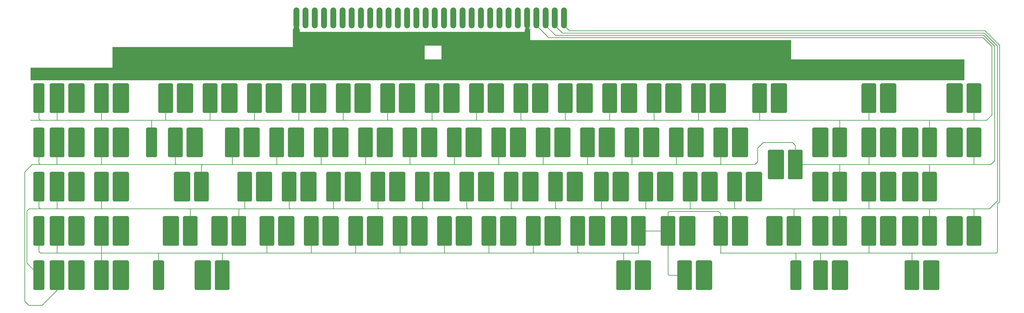
<source format=gbr>
%TF.GenerationSoftware,KiCad,Pcbnew,(5.1.4)-1*%
%TF.CreationDate,2020-02-21T10:12:18-05:00*%
%TF.ProjectId,5251,35323531-2e6b-4696-9361-645f70636258,0.0.2*%
%TF.SameCoordinates,Original*%
%TF.FileFunction,Copper,L1,Top*%
%TF.FilePolarity,Positive*%
%FSLAX46Y46*%
G04 Gerber Fmt 4.6, Leading zero omitted, Abs format (unit mm)*
G04 Created by KiCad (PCBNEW (5.1.4)-1) date 2020-02-21 10:12:18*
%MOMM*%
%LPD*%
G04 APERTURE LIST*
%ADD10C,0.150000*%
%ADD11C,7.000000*%
%ADD12C,6.300000*%
%ADD13O,2.500000X8.970000*%
%ADD14C,4.800000*%
%ADD15C,0.750000*%
%ADD16C,0.250000*%
%ADD17C,0.254000*%
G04 APERTURE END LIST*
D10*
G36*
X311975433Y-194249136D02*
G01*
X312048141Y-194259921D01*
X312119441Y-194277781D01*
X312188648Y-194302543D01*
X312255094Y-194333970D01*
X312318140Y-194371758D01*
X312377179Y-194415544D01*
X312431641Y-194464906D01*
X312481003Y-194519368D01*
X312524789Y-194578407D01*
X312562577Y-194641453D01*
X312594004Y-194707899D01*
X312618766Y-194777106D01*
X312636626Y-194848406D01*
X312647411Y-194921114D01*
X312651018Y-194994529D01*
X312651018Y-206246529D01*
X312647411Y-206319944D01*
X312636626Y-206392652D01*
X312618766Y-206463952D01*
X312594004Y-206533159D01*
X312562577Y-206599605D01*
X312524789Y-206662651D01*
X312481003Y-206721690D01*
X312431641Y-206776152D01*
X312377179Y-206825514D01*
X312318140Y-206869300D01*
X312255094Y-206907088D01*
X312188648Y-206938515D01*
X312119441Y-206963277D01*
X312048141Y-206981137D01*
X311975433Y-206991922D01*
X311902018Y-206995529D01*
X306400018Y-206995529D01*
X306326603Y-206991922D01*
X306253895Y-206981137D01*
X306182595Y-206963277D01*
X306113388Y-206938515D01*
X306046942Y-206907088D01*
X305983896Y-206869300D01*
X305924857Y-206825514D01*
X305870395Y-206776152D01*
X305821033Y-206721690D01*
X305777247Y-206662651D01*
X305739459Y-206599605D01*
X305708032Y-206533159D01*
X305683270Y-206463952D01*
X305665410Y-206392652D01*
X305654625Y-206319944D01*
X305651018Y-206246529D01*
X305651018Y-194994529D01*
X305654625Y-194921114D01*
X305665410Y-194848406D01*
X305683270Y-194777106D01*
X305708032Y-194707899D01*
X305739459Y-194641453D01*
X305777247Y-194578407D01*
X305821033Y-194519368D01*
X305870395Y-194464906D01*
X305924857Y-194415544D01*
X305983896Y-194371758D01*
X306046942Y-194333970D01*
X306113388Y-194302543D01*
X306182595Y-194277781D01*
X306253895Y-194259921D01*
X306326603Y-194249136D01*
X306400018Y-194245529D01*
X311902018Y-194245529D01*
X311975433Y-194249136D01*
X311975433Y-194249136D01*
G37*
D11*
X309151018Y-200620529D03*
D10*
G36*
X303392991Y-194248775D02*
G01*
X303458428Y-194258482D01*
X303522599Y-194274556D01*
X303584885Y-194296842D01*
X303644687Y-194325126D01*
X303701428Y-194359135D01*
X303754563Y-194398543D01*
X303803579Y-194442968D01*
X303848004Y-194491984D01*
X303887412Y-194545119D01*
X303921421Y-194601860D01*
X303949705Y-194661662D01*
X303971991Y-194723948D01*
X303988065Y-194788119D01*
X303997772Y-194853556D01*
X304001018Y-194919629D01*
X304001018Y-206321429D01*
X303997772Y-206387502D01*
X303988065Y-206452939D01*
X303971991Y-206517110D01*
X303949705Y-206579396D01*
X303921421Y-206639198D01*
X303887412Y-206695939D01*
X303848004Y-206749074D01*
X303803579Y-206798090D01*
X303754563Y-206842515D01*
X303701428Y-206881923D01*
X303644687Y-206915932D01*
X303584885Y-206944216D01*
X303522599Y-206966502D01*
X303458428Y-206982576D01*
X303392991Y-206992283D01*
X303326918Y-206995529D01*
X298375118Y-206995529D01*
X298309045Y-206992283D01*
X298243608Y-206982576D01*
X298179437Y-206966502D01*
X298117151Y-206944216D01*
X298057349Y-206915932D01*
X298000608Y-206881923D01*
X297947473Y-206842515D01*
X297898457Y-206798090D01*
X297854032Y-206749074D01*
X297814624Y-206695939D01*
X297780615Y-206639198D01*
X297752331Y-206579396D01*
X297730045Y-206517110D01*
X297713971Y-206452939D01*
X297704264Y-206387502D01*
X297701018Y-206321429D01*
X297701018Y-194919629D01*
X297704264Y-194853556D01*
X297713971Y-194788119D01*
X297730045Y-194723948D01*
X297752331Y-194661662D01*
X297780615Y-194601860D01*
X297814624Y-194545119D01*
X297854032Y-194491984D01*
X297898457Y-194442968D01*
X297947473Y-194398543D01*
X298000608Y-194359135D01*
X298057349Y-194325126D01*
X298117151Y-194296842D01*
X298179437Y-194274556D01*
X298243608Y-194258482D01*
X298309045Y-194248775D01*
X298375118Y-194245529D01*
X303326918Y-194245529D01*
X303392991Y-194248775D01*
X303392991Y-194248775D01*
G37*
D12*
X300851018Y-200620529D03*
D10*
G36*
X369125433Y-194249136D02*
G01*
X369198141Y-194259921D01*
X369269441Y-194277781D01*
X369338648Y-194302543D01*
X369405094Y-194333970D01*
X369468140Y-194371758D01*
X369527179Y-194415544D01*
X369581641Y-194464906D01*
X369631003Y-194519368D01*
X369674789Y-194578407D01*
X369712577Y-194641453D01*
X369744004Y-194707899D01*
X369768766Y-194777106D01*
X369786626Y-194848406D01*
X369797411Y-194921114D01*
X369801018Y-194994529D01*
X369801018Y-206246529D01*
X369797411Y-206319944D01*
X369786626Y-206392652D01*
X369768766Y-206463952D01*
X369744004Y-206533159D01*
X369712577Y-206599605D01*
X369674789Y-206662651D01*
X369631003Y-206721690D01*
X369581641Y-206776152D01*
X369527179Y-206825514D01*
X369468140Y-206869300D01*
X369405094Y-206907088D01*
X369338648Y-206938515D01*
X369269441Y-206963277D01*
X369198141Y-206981137D01*
X369125433Y-206991922D01*
X369052018Y-206995529D01*
X363550018Y-206995529D01*
X363476603Y-206991922D01*
X363403895Y-206981137D01*
X363332595Y-206963277D01*
X363263388Y-206938515D01*
X363196942Y-206907088D01*
X363133896Y-206869300D01*
X363074857Y-206825514D01*
X363020395Y-206776152D01*
X362971033Y-206721690D01*
X362927247Y-206662651D01*
X362889459Y-206599605D01*
X362858032Y-206533159D01*
X362833270Y-206463952D01*
X362815410Y-206392652D01*
X362804625Y-206319944D01*
X362801018Y-206246529D01*
X362801018Y-194994529D01*
X362804625Y-194921114D01*
X362815410Y-194848406D01*
X362833270Y-194777106D01*
X362858032Y-194707899D01*
X362889459Y-194641453D01*
X362927247Y-194578407D01*
X362971033Y-194519368D01*
X363020395Y-194464906D01*
X363074857Y-194415544D01*
X363133896Y-194371758D01*
X363196942Y-194333970D01*
X363263388Y-194302543D01*
X363332595Y-194277781D01*
X363403895Y-194259921D01*
X363476603Y-194249136D01*
X363550018Y-194245529D01*
X369052018Y-194245529D01*
X369125433Y-194249136D01*
X369125433Y-194249136D01*
G37*
D11*
X366301018Y-200620529D03*
D10*
G36*
X360542991Y-194248775D02*
G01*
X360608428Y-194258482D01*
X360672599Y-194274556D01*
X360734885Y-194296842D01*
X360794687Y-194325126D01*
X360851428Y-194359135D01*
X360904563Y-194398543D01*
X360953579Y-194442968D01*
X360998004Y-194491984D01*
X361037412Y-194545119D01*
X361071421Y-194601860D01*
X361099705Y-194661662D01*
X361121991Y-194723948D01*
X361138065Y-194788119D01*
X361147772Y-194853556D01*
X361151018Y-194919629D01*
X361151018Y-206321429D01*
X361147772Y-206387502D01*
X361138065Y-206452939D01*
X361121991Y-206517110D01*
X361099705Y-206579396D01*
X361071421Y-206639198D01*
X361037412Y-206695939D01*
X360998004Y-206749074D01*
X360953579Y-206798090D01*
X360904563Y-206842515D01*
X360851428Y-206881923D01*
X360794687Y-206915932D01*
X360734885Y-206944216D01*
X360672599Y-206966502D01*
X360608428Y-206982576D01*
X360542991Y-206992283D01*
X360476918Y-206995529D01*
X355525118Y-206995529D01*
X355459045Y-206992283D01*
X355393608Y-206982576D01*
X355329437Y-206966502D01*
X355267151Y-206944216D01*
X355207349Y-206915932D01*
X355150608Y-206881923D01*
X355097473Y-206842515D01*
X355048457Y-206798090D01*
X355004032Y-206749074D01*
X354964624Y-206695939D01*
X354930615Y-206639198D01*
X354902331Y-206579396D01*
X354880045Y-206517110D01*
X354863971Y-206452939D01*
X354854264Y-206387502D01*
X354851018Y-206321429D01*
X354851018Y-194919629D01*
X354854264Y-194853556D01*
X354863971Y-194788119D01*
X354880045Y-194723948D01*
X354902331Y-194661662D01*
X354930615Y-194601860D01*
X354964624Y-194545119D01*
X355004032Y-194491984D01*
X355048457Y-194442968D01*
X355097473Y-194398543D01*
X355150608Y-194359135D01*
X355207349Y-194325126D01*
X355267151Y-194296842D01*
X355329437Y-194274556D01*
X355393608Y-194258482D01*
X355459045Y-194248775D01*
X355525118Y-194245529D01*
X360476918Y-194245529D01*
X360542991Y-194248775D01*
X360542991Y-194248775D01*
G37*
D12*
X358001018Y-200620529D03*
D10*
G36*
X292925433Y-194249136D02*
G01*
X292998141Y-194259921D01*
X293069441Y-194277781D01*
X293138648Y-194302543D01*
X293205094Y-194333970D01*
X293268140Y-194371758D01*
X293327179Y-194415544D01*
X293381641Y-194464906D01*
X293431003Y-194519368D01*
X293474789Y-194578407D01*
X293512577Y-194641453D01*
X293544004Y-194707899D01*
X293568766Y-194777106D01*
X293586626Y-194848406D01*
X293597411Y-194921114D01*
X293601018Y-194994529D01*
X293601018Y-206246529D01*
X293597411Y-206319944D01*
X293586626Y-206392652D01*
X293568766Y-206463952D01*
X293544004Y-206533159D01*
X293512577Y-206599605D01*
X293474789Y-206662651D01*
X293431003Y-206721690D01*
X293381641Y-206776152D01*
X293327179Y-206825514D01*
X293268140Y-206869300D01*
X293205094Y-206907088D01*
X293138648Y-206938515D01*
X293069441Y-206963277D01*
X292998141Y-206981137D01*
X292925433Y-206991922D01*
X292852018Y-206995529D01*
X287350018Y-206995529D01*
X287276603Y-206991922D01*
X287203895Y-206981137D01*
X287132595Y-206963277D01*
X287063388Y-206938515D01*
X286996942Y-206907088D01*
X286933896Y-206869300D01*
X286874857Y-206825514D01*
X286820395Y-206776152D01*
X286771033Y-206721690D01*
X286727247Y-206662651D01*
X286689459Y-206599605D01*
X286658032Y-206533159D01*
X286633270Y-206463952D01*
X286615410Y-206392652D01*
X286604625Y-206319944D01*
X286601018Y-206246529D01*
X286601018Y-194994529D01*
X286604625Y-194921114D01*
X286615410Y-194848406D01*
X286633270Y-194777106D01*
X286658032Y-194707899D01*
X286689459Y-194641453D01*
X286727247Y-194578407D01*
X286771033Y-194519368D01*
X286820395Y-194464906D01*
X286874857Y-194415544D01*
X286933896Y-194371758D01*
X286996942Y-194333970D01*
X287063388Y-194302543D01*
X287132595Y-194277781D01*
X287203895Y-194259921D01*
X287276603Y-194249136D01*
X287350018Y-194245529D01*
X292852018Y-194245529D01*
X292925433Y-194249136D01*
X292925433Y-194249136D01*
G37*
D11*
X290101018Y-200620529D03*
D10*
G36*
X284342991Y-194248775D02*
G01*
X284408428Y-194258482D01*
X284472599Y-194274556D01*
X284534885Y-194296842D01*
X284594687Y-194325126D01*
X284651428Y-194359135D01*
X284704563Y-194398543D01*
X284753579Y-194442968D01*
X284798004Y-194491984D01*
X284837412Y-194545119D01*
X284871421Y-194601860D01*
X284899705Y-194661662D01*
X284921991Y-194723948D01*
X284938065Y-194788119D01*
X284947772Y-194853556D01*
X284951018Y-194919629D01*
X284951018Y-206321429D01*
X284947772Y-206387502D01*
X284938065Y-206452939D01*
X284921991Y-206517110D01*
X284899705Y-206579396D01*
X284871421Y-206639198D01*
X284837412Y-206695939D01*
X284798004Y-206749074D01*
X284753579Y-206798090D01*
X284704563Y-206842515D01*
X284651428Y-206881923D01*
X284594687Y-206915932D01*
X284534885Y-206944216D01*
X284472599Y-206966502D01*
X284408428Y-206982576D01*
X284342991Y-206992283D01*
X284276918Y-206995529D01*
X279325118Y-206995529D01*
X279259045Y-206992283D01*
X279193608Y-206982576D01*
X279129437Y-206966502D01*
X279067151Y-206944216D01*
X279007349Y-206915932D01*
X278950608Y-206881923D01*
X278897473Y-206842515D01*
X278848457Y-206798090D01*
X278804032Y-206749074D01*
X278764624Y-206695939D01*
X278730615Y-206639198D01*
X278702331Y-206579396D01*
X278680045Y-206517110D01*
X278663971Y-206452939D01*
X278654264Y-206387502D01*
X278651018Y-206321429D01*
X278651018Y-194919629D01*
X278654264Y-194853556D01*
X278663971Y-194788119D01*
X278680045Y-194723948D01*
X278702331Y-194661662D01*
X278730615Y-194601860D01*
X278764624Y-194545119D01*
X278804032Y-194491984D01*
X278848457Y-194442968D01*
X278897473Y-194398543D01*
X278950608Y-194359135D01*
X279007349Y-194325126D01*
X279067151Y-194296842D01*
X279129437Y-194274556D01*
X279193608Y-194258482D01*
X279259045Y-194248775D01*
X279325118Y-194245529D01*
X284276918Y-194245529D01*
X284342991Y-194248775D01*
X284342991Y-194248775D01*
G37*
D12*
X281801018Y-200620529D03*
D10*
G36*
X235775433Y-194249136D02*
G01*
X235848141Y-194259921D01*
X235919441Y-194277781D01*
X235988648Y-194302543D01*
X236055094Y-194333970D01*
X236118140Y-194371758D01*
X236177179Y-194415544D01*
X236231641Y-194464906D01*
X236281003Y-194519368D01*
X236324789Y-194578407D01*
X236362577Y-194641453D01*
X236394004Y-194707899D01*
X236418766Y-194777106D01*
X236436626Y-194848406D01*
X236447411Y-194921114D01*
X236451018Y-194994529D01*
X236451018Y-206246529D01*
X236447411Y-206319944D01*
X236436626Y-206392652D01*
X236418766Y-206463952D01*
X236394004Y-206533159D01*
X236362577Y-206599605D01*
X236324789Y-206662651D01*
X236281003Y-206721690D01*
X236231641Y-206776152D01*
X236177179Y-206825514D01*
X236118140Y-206869300D01*
X236055094Y-206907088D01*
X235988648Y-206938515D01*
X235919441Y-206963277D01*
X235848141Y-206981137D01*
X235775433Y-206991922D01*
X235702018Y-206995529D01*
X230200018Y-206995529D01*
X230126603Y-206991922D01*
X230053895Y-206981137D01*
X229982595Y-206963277D01*
X229913388Y-206938515D01*
X229846942Y-206907088D01*
X229783896Y-206869300D01*
X229724857Y-206825514D01*
X229670395Y-206776152D01*
X229621033Y-206721690D01*
X229577247Y-206662651D01*
X229539459Y-206599605D01*
X229508032Y-206533159D01*
X229483270Y-206463952D01*
X229465410Y-206392652D01*
X229454625Y-206319944D01*
X229451018Y-206246529D01*
X229451018Y-194994529D01*
X229454625Y-194921114D01*
X229465410Y-194848406D01*
X229483270Y-194777106D01*
X229508032Y-194707899D01*
X229539459Y-194641453D01*
X229577247Y-194578407D01*
X229621033Y-194519368D01*
X229670395Y-194464906D01*
X229724857Y-194415544D01*
X229783896Y-194371758D01*
X229846942Y-194333970D01*
X229913388Y-194302543D01*
X229982595Y-194277781D01*
X230053895Y-194259921D01*
X230126603Y-194249136D01*
X230200018Y-194245529D01*
X235702018Y-194245529D01*
X235775433Y-194249136D01*
X235775433Y-194249136D01*
G37*
D11*
X232951018Y-200620529D03*
D10*
G36*
X227192991Y-194248775D02*
G01*
X227258428Y-194258482D01*
X227322599Y-194274556D01*
X227384885Y-194296842D01*
X227444687Y-194325126D01*
X227501428Y-194359135D01*
X227554563Y-194398543D01*
X227603579Y-194442968D01*
X227648004Y-194491984D01*
X227687412Y-194545119D01*
X227721421Y-194601860D01*
X227749705Y-194661662D01*
X227771991Y-194723948D01*
X227788065Y-194788119D01*
X227797772Y-194853556D01*
X227801018Y-194919629D01*
X227801018Y-206321429D01*
X227797772Y-206387502D01*
X227788065Y-206452939D01*
X227771991Y-206517110D01*
X227749705Y-206579396D01*
X227721421Y-206639198D01*
X227687412Y-206695939D01*
X227648004Y-206749074D01*
X227603579Y-206798090D01*
X227554563Y-206842515D01*
X227501428Y-206881923D01*
X227444687Y-206915932D01*
X227384885Y-206944216D01*
X227322599Y-206966502D01*
X227258428Y-206982576D01*
X227192991Y-206992283D01*
X227126918Y-206995529D01*
X222175118Y-206995529D01*
X222109045Y-206992283D01*
X222043608Y-206982576D01*
X221979437Y-206966502D01*
X221917151Y-206944216D01*
X221857349Y-206915932D01*
X221800608Y-206881923D01*
X221747473Y-206842515D01*
X221698457Y-206798090D01*
X221654032Y-206749074D01*
X221614624Y-206695939D01*
X221580615Y-206639198D01*
X221552331Y-206579396D01*
X221530045Y-206517110D01*
X221513971Y-206452939D01*
X221504264Y-206387502D01*
X221501018Y-206321429D01*
X221501018Y-194919629D01*
X221504264Y-194853556D01*
X221513971Y-194788119D01*
X221530045Y-194723948D01*
X221552331Y-194661662D01*
X221580615Y-194601860D01*
X221614624Y-194545119D01*
X221654032Y-194491984D01*
X221698457Y-194442968D01*
X221747473Y-194398543D01*
X221800608Y-194359135D01*
X221857349Y-194325126D01*
X221917151Y-194296842D01*
X221979437Y-194274556D01*
X222043608Y-194258482D01*
X222109045Y-194248775D01*
X222175118Y-194245529D01*
X227126918Y-194245529D01*
X227192991Y-194248775D01*
X227192991Y-194248775D01*
G37*
D12*
X224651018Y-200620529D03*
D10*
G36*
X103465121Y-232349136D02*
G01*
X103537829Y-232359921D01*
X103609129Y-232377781D01*
X103678336Y-232402543D01*
X103744782Y-232433970D01*
X103807828Y-232471758D01*
X103866867Y-232515544D01*
X103921329Y-232564906D01*
X103970691Y-232619368D01*
X104014477Y-232678407D01*
X104052265Y-232741453D01*
X104083692Y-232807899D01*
X104108454Y-232877106D01*
X104126314Y-232948406D01*
X104137099Y-233021114D01*
X104140706Y-233094529D01*
X104140706Y-244346529D01*
X104137099Y-244419944D01*
X104126314Y-244492652D01*
X104108454Y-244563952D01*
X104083692Y-244633159D01*
X104052265Y-244699605D01*
X104014477Y-244762651D01*
X103970691Y-244821690D01*
X103921329Y-244876152D01*
X103866867Y-244925514D01*
X103807828Y-244969300D01*
X103744782Y-245007088D01*
X103678336Y-245038515D01*
X103609129Y-245063277D01*
X103537829Y-245081137D01*
X103465121Y-245091922D01*
X103391706Y-245095529D01*
X97889706Y-245095529D01*
X97816291Y-245091922D01*
X97743583Y-245081137D01*
X97672283Y-245063277D01*
X97603076Y-245038515D01*
X97536630Y-245007088D01*
X97473584Y-244969300D01*
X97414545Y-244925514D01*
X97360083Y-244876152D01*
X97310721Y-244821690D01*
X97266935Y-244762651D01*
X97229147Y-244699605D01*
X97197720Y-244633159D01*
X97172958Y-244563952D01*
X97155098Y-244492652D01*
X97144313Y-244419944D01*
X97140706Y-244346529D01*
X97140706Y-233094529D01*
X97144313Y-233021114D01*
X97155098Y-232948406D01*
X97172958Y-232877106D01*
X97197720Y-232807899D01*
X97229147Y-232741453D01*
X97266935Y-232678407D01*
X97310721Y-232619368D01*
X97360083Y-232564906D01*
X97414545Y-232515544D01*
X97473584Y-232471758D01*
X97536630Y-232433970D01*
X97603076Y-232402543D01*
X97672283Y-232377781D01*
X97743583Y-232359921D01*
X97816291Y-232349136D01*
X97889706Y-232345529D01*
X103391706Y-232345529D01*
X103465121Y-232349136D01*
X103465121Y-232349136D01*
G37*
D11*
X100640706Y-238720529D03*
D10*
G36*
X94882679Y-232348775D02*
G01*
X94948116Y-232358482D01*
X95012287Y-232374556D01*
X95074573Y-232396842D01*
X95134375Y-232425126D01*
X95191116Y-232459135D01*
X95244251Y-232498543D01*
X95293267Y-232542968D01*
X95337692Y-232591984D01*
X95377100Y-232645119D01*
X95411109Y-232701860D01*
X95439393Y-232761662D01*
X95461679Y-232823948D01*
X95477753Y-232888119D01*
X95487460Y-232953556D01*
X95490706Y-233019629D01*
X95490706Y-244421429D01*
X95487460Y-244487502D01*
X95477753Y-244552939D01*
X95461679Y-244617110D01*
X95439393Y-244679396D01*
X95411109Y-244739198D01*
X95377100Y-244795939D01*
X95337692Y-244849074D01*
X95293267Y-244898090D01*
X95244251Y-244942515D01*
X95191116Y-244981923D01*
X95134375Y-245015932D01*
X95074573Y-245044216D01*
X95012287Y-245066502D01*
X94948116Y-245082576D01*
X94882679Y-245092283D01*
X94816606Y-245095529D01*
X89864806Y-245095529D01*
X89798733Y-245092283D01*
X89733296Y-245082576D01*
X89669125Y-245066502D01*
X89606839Y-245044216D01*
X89547037Y-245015932D01*
X89490296Y-244981923D01*
X89437161Y-244942515D01*
X89388145Y-244898090D01*
X89343720Y-244849074D01*
X89304312Y-244795939D01*
X89270303Y-244739198D01*
X89242019Y-244679396D01*
X89219733Y-244617110D01*
X89203659Y-244552939D01*
X89193952Y-244487502D01*
X89190706Y-244421429D01*
X89190706Y-233019629D01*
X89193952Y-232953556D01*
X89203659Y-232888119D01*
X89219733Y-232823948D01*
X89242019Y-232761662D01*
X89270303Y-232701860D01*
X89304312Y-232645119D01*
X89343720Y-232591984D01*
X89388145Y-232542968D01*
X89437161Y-232498543D01*
X89490296Y-232459135D01*
X89547037Y-232425126D01*
X89606839Y-232396842D01*
X89669125Y-232374556D01*
X89733296Y-232358482D01*
X89798733Y-232348775D01*
X89864806Y-232345529D01*
X94816606Y-232345529D01*
X94882679Y-232348775D01*
X94882679Y-232348775D01*
G37*
D12*
X92340706Y-238720529D03*
D10*
G36*
X364114866Y-251398775D02*
G01*
X364180303Y-251408482D01*
X364244474Y-251424556D01*
X364306760Y-251446842D01*
X364366562Y-251475126D01*
X364423303Y-251509135D01*
X364476438Y-251548543D01*
X364525454Y-251592968D01*
X364569879Y-251641984D01*
X364609287Y-251695119D01*
X364643296Y-251751860D01*
X364671580Y-251811662D01*
X364693866Y-251873948D01*
X364709940Y-251938119D01*
X364719647Y-252003556D01*
X364722893Y-252069629D01*
X364722893Y-263471429D01*
X364719647Y-263537502D01*
X364709940Y-263602939D01*
X364693866Y-263667110D01*
X364671580Y-263729396D01*
X364643296Y-263789198D01*
X364609287Y-263845939D01*
X364569879Y-263899074D01*
X364525454Y-263948090D01*
X364476438Y-263992515D01*
X364423303Y-264031923D01*
X364366562Y-264065932D01*
X364306760Y-264094216D01*
X364244474Y-264116502D01*
X364180303Y-264132576D01*
X364114866Y-264142283D01*
X364048793Y-264145529D01*
X359096993Y-264145529D01*
X359030920Y-264142283D01*
X358965483Y-264132576D01*
X358901312Y-264116502D01*
X358839026Y-264094216D01*
X358779224Y-264065932D01*
X358722483Y-264031923D01*
X358669348Y-263992515D01*
X358620332Y-263948090D01*
X358575907Y-263899074D01*
X358536499Y-263845939D01*
X358502490Y-263789198D01*
X358474206Y-263729396D01*
X358451920Y-263667110D01*
X358435846Y-263602939D01*
X358426139Y-263537502D01*
X358422893Y-263471429D01*
X358422893Y-252069629D01*
X358426139Y-252003556D01*
X358435846Y-251938119D01*
X358451920Y-251873948D01*
X358474206Y-251811662D01*
X358502490Y-251751860D01*
X358536499Y-251695119D01*
X358575907Y-251641984D01*
X358620332Y-251592968D01*
X358669348Y-251548543D01*
X358722483Y-251509135D01*
X358779224Y-251475126D01*
X358839026Y-251446842D01*
X358901312Y-251424556D01*
X358965483Y-251408482D01*
X359030920Y-251398775D01*
X359096993Y-251395529D01*
X364048793Y-251395529D01*
X364114866Y-251398775D01*
X364114866Y-251398775D01*
G37*
D12*
X361572893Y-257770529D03*
D10*
G36*
X372697308Y-251399136D02*
G01*
X372770016Y-251409921D01*
X372841316Y-251427781D01*
X372910523Y-251452543D01*
X372976969Y-251483970D01*
X373040015Y-251521758D01*
X373099054Y-251565544D01*
X373153516Y-251614906D01*
X373202878Y-251669368D01*
X373246664Y-251728407D01*
X373284452Y-251791453D01*
X373315879Y-251857899D01*
X373340641Y-251927106D01*
X373358501Y-251998406D01*
X373369286Y-252071114D01*
X373372893Y-252144529D01*
X373372893Y-263396529D01*
X373369286Y-263469944D01*
X373358501Y-263542652D01*
X373340641Y-263613952D01*
X373315879Y-263683159D01*
X373284452Y-263749605D01*
X373246664Y-263812651D01*
X373202878Y-263871690D01*
X373153516Y-263926152D01*
X373099054Y-263975514D01*
X373040015Y-264019300D01*
X372976969Y-264057088D01*
X372910523Y-264088515D01*
X372841316Y-264113277D01*
X372770016Y-264131137D01*
X372697308Y-264141922D01*
X372623893Y-264145529D01*
X367121893Y-264145529D01*
X367048478Y-264141922D01*
X366975770Y-264131137D01*
X366904470Y-264113277D01*
X366835263Y-264088515D01*
X366768817Y-264057088D01*
X366705771Y-264019300D01*
X366646732Y-263975514D01*
X366592270Y-263926152D01*
X366542908Y-263871690D01*
X366499122Y-263812651D01*
X366461334Y-263749605D01*
X366429907Y-263683159D01*
X366405145Y-263613952D01*
X366387285Y-263542652D01*
X366376500Y-263469944D01*
X366372893Y-263396529D01*
X366372893Y-252144529D01*
X366376500Y-252071114D01*
X366387285Y-251998406D01*
X366405145Y-251927106D01*
X366429907Y-251857899D01*
X366461334Y-251791453D01*
X366499122Y-251728407D01*
X366542908Y-251669368D01*
X366592270Y-251614906D01*
X366646732Y-251565544D01*
X366705771Y-251521758D01*
X366768817Y-251483970D01*
X366835263Y-251452543D01*
X366904470Y-251427781D01*
X366975770Y-251409921D01*
X367048478Y-251399136D01*
X367121893Y-251395529D01*
X372623893Y-251395529D01*
X372697308Y-251399136D01*
X372697308Y-251399136D01*
G37*
D11*
X369872893Y-257770529D03*
D10*
G36*
X379592991Y-232348775D02*
G01*
X379658428Y-232358482D01*
X379722599Y-232374556D01*
X379784885Y-232396842D01*
X379844687Y-232425126D01*
X379901428Y-232459135D01*
X379954563Y-232498543D01*
X380003579Y-232542968D01*
X380048004Y-232591984D01*
X380087412Y-232645119D01*
X380121421Y-232701860D01*
X380149705Y-232761662D01*
X380171991Y-232823948D01*
X380188065Y-232888119D01*
X380197772Y-232953556D01*
X380201018Y-233019629D01*
X380201018Y-244421429D01*
X380197772Y-244487502D01*
X380188065Y-244552939D01*
X380171991Y-244617110D01*
X380149705Y-244679396D01*
X380121421Y-244739198D01*
X380087412Y-244795939D01*
X380048004Y-244849074D01*
X380003579Y-244898090D01*
X379954563Y-244942515D01*
X379901428Y-244981923D01*
X379844687Y-245015932D01*
X379784885Y-245044216D01*
X379722599Y-245066502D01*
X379658428Y-245082576D01*
X379592991Y-245092283D01*
X379526918Y-245095529D01*
X374575118Y-245095529D01*
X374509045Y-245092283D01*
X374443608Y-245082576D01*
X374379437Y-245066502D01*
X374317151Y-245044216D01*
X374257349Y-245015932D01*
X374200608Y-244981923D01*
X374147473Y-244942515D01*
X374098457Y-244898090D01*
X374054032Y-244849074D01*
X374014624Y-244795939D01*
X373980615Y-244739198D01*
X373952331Y-244679396D01*
X373930045Y-244617110D01*
X373913971Y-244552939D01*
X373904264Y-244487502D01*
X373901018Y-244421429D01*
X373901018Y-233019629D01*
X373904264Y-232953556D01*
X373913971Y-232888119D01*
X373930045Y-232823948D01*
X373952331Y-232761662D01*
X373980615Y-232701860D01*
X374014624Y-232645119D01*
X374054032Y-232591984D01*
X374098457Y-232542968D01*
X374147473Y-232498543D01*
X374200608Y-232459135D01*
X374257349Y-232425126D01*
X374317151Y-232396842D01*
X374379437Y-232374556D01*
X374443608Y-232358482D01*
X374509045Y-232348775D01*
X374575118Y-232345529D01*
X379526918Y-232345529D01*
X379592991Y-232348775D01*
X379592991Y-232348775D01*
G37*
D12*
X377051018Y-238720529D03*
D10*
G36*
X388175433Y-232349136D02*
G01*
X388248141Y-232359921D01*
X388319441Y-232377781D01*
X388388648Y-232402543D01*
X388455094Y-232433970D01*
X388518140Y-232471758D01*
X388577179Y-232515544D01*
X388631641Y-232564906D01*
X388681003Y-232619368D01*
X388724789Y-232678407D01*
X388762577Y-232741453D01*
X388794004Y-232807899D01*
X388818766Y-232877106D01*
X388836626Y-232948406D01*
X388847411Y-233021114D01*
X388851018Y-233094529D01*
X388851018Y-244346529D01*
X388847411Y-244419944D01*
X388836626Y-244492652D01*
X388818766Y-244563952D01*
X388794004Y-244633159D01*
X388762577Y-244699605D01*
X388724789Y-244762651D01*
X388681003Y-244821690D01*
X388631641Y-244876152D01*
X388577179Y-244925514D01*
X388518140Y-244969300D01*
X388455094Y-245007088D01*
X388388648Y-245038515D01*
X388319441Y-245063277D01*
X388248141Y-245081137D01*
X388175433Y-245091922D01*
X388102018Y-245095529D01*
X382600018Y-245095529D01*
X382526603Y-245091922D01*
X382453895Y-245081137D01*
X382382595Y-245063277D01*
X382313388Y-245038515D01*
X382246942Y-245007088D01*
X382183896Y-244969300D01*
X382124857Y-244925514D01*
X382070395Y-244876152D01*
X382021033Y-244821690D01*
X381977247Y-244762651D01*
X381939459Y-244699605D01*
X381908032Y-244633159D01*
X381883270Y-244563952D01*
X381865410Y-244492652D01*
X381854625Y-244419944D01*
X381851018Y-244346529D01*
X381851018Y-233094529D01*
X381854625Y-233021114D01*
X381865410Y-232948406D01*
X381883270Y-232877106D01*
X381908032Y-232807899D01*
X381939459Y-232741453D01*
X381977247Y-232678407D01*
X382021033Y-232619368D01*
X382070395Y-232564906D01*
X382124857Y-232515544D01*
X382183896Y-232471758D01*
X382246942Y-232433970D01*
X382313388Y-232402543D01*
X382382595Y-232377781D01*
X382453895Y-232359921D01*
X382526603Y-232349136D01*
X382600018Y-232345529D01*
X388102018Y-232345529D01*
X388175433Y-232349136D01*
X388175433Y-232349136D01*
G37*
D11*
X385351018Y-238720529D03*
D10*
G36*
X469199866Y-232348775D02*
G01*
X469265303Y-232358482D01*
X469329474Y-232374556D01*
X469391760Y-232396842D01*
X469451562Y-232425126D01*
X469508303Y-232459135D01*
X469561438Y-232498543D01*
X469610454Y-232542968D01*
X469654879Y-232591984D01*
X469694287Y-232645119D01*
X469728296Y-232701860D01*
X469756580Y-232761662D01*
X469778866Y-232823948D01*
X469794940Y-232888119D01*
X469804647Y-232953556D01*
X469807893Y-233019629D01*
X469807893Y-244421429D01*
X469804647Y-244487502D01*
X469794940Y-244552939D01*
X469778866Y-244617110D01*
X469756580Y-244679396D01*
X469728296Y-244739198D01*
X469694287Y-244795939D01*
X469654879Y-244849074D01*
X469610454Y-244898090D01*
X469561438Y-244942515D01*
X469508303Y-244981923D01*
X469451562Y-245015932D01*
X469391760Y-245044216D01*
X469329474Y-245066502D01*
X469265303Y-245082576D01*
X469199866Y-245092283D01*
X469133793Y-245095529D01*
X464181993Y-245095529D01*
X464115920Y-245092283D01*
X464050483Y-245082576D01*
X463986312Y-245066502D01*
X463924026Y-245044216D01*
X463864224Y-245015932D01*
X463807483Y-244981923D01*
X463754348Y-244942515D01*
X463705332Y-244898090D01*
X463660907Y-244849074D01*
X463621499Y-244795939D01*
X463587490Y-244739198D01*
X463559206Y-244679396D01*
X463536920Y-244617110D01*
X463520846Y-244552939D01*
X463511139Y-244487502D01*
X463507893Y-244421429D01*
X463507893Y-233019629D01*
X463511139Y-232953556D01*
X463520846Y-232888119D01*
X463536920Y-232823948D01*
X463559206Y-232761662D01*
X463587490Y-232701860D01*
X463621499Y-232645119D01*
X463660907Y-232591984D01*
X463705332Y-232542968D01*
X463754348Y-232498543D01*
X463807483Y-232459135D01*
X463864224Y-232425126D01*
X463924026Y-232396842D01*
X463986312Y-232374556D01*
X464050483Y-232358482D01*
X464115920Y-232348775D01*
X464181993Y-232345529D01*
X469133793Y-232345529D01*
X469199866Y-232348775D01*
X469199866Y-232348775D01*
G37*
D12*
X466657893Y-238720529D03*
D10*
G36*
X461182308Y-232349136D02*
G01*
X461255016Y-232359921D01*
X461326316Y-232377781D01*
X461395523Y-232402543D01*
X461461969Y-232433970D01*
X461525015Y-232471758D01*
X461584054Y-232515544D01*
X461638516Y-232564906D01*
X461687878Y-232619368D01*
X461731664Y-232678407D01*
X461769452Y-232741453D01*
X461800879Y-232807899D01*
X461825641Y-232877106D01*
X461843501Y-232948406D01*
X461854286Y-233021114D01*
X461857893Y-233094529D01*
X461857893Y-244346529D01*
X461854286Y-244419944D01*
X461843501Y-244492652D01*
X461825641Y-244563952D01*
X461800879Y-244633159D01*
X461769452Y-244699605D01*
X461731664Y-244762651D01*
X461687878Y-244821690D01*
X461638516Y-244876152D01*
X461584054Y-244925514D01*
X461525015Y-244969300D01*
X461461969Y-245007088D01*
X461395523Y-245038515D01*
X461326316Y-245063277D01*
X461255016Y-245081137D01*
X461182308Y-245091922D01*
X461108893Y-245095529D01*
X455606893Y-245095529D01*
X455533478Y-245091922D01*
X455460770Y-245081137D01*
X455389470Y-245063277D01*
X455320263Y-245038515D01*
X455253817Y-245007088D01*
X455190771Y-244969300D01*
X455131732Y-244925514D01*
X455077270Y-244876152D01*
X455027908Y-244821690D01*
X454984122Y-244762651D01*
X454946334Y-244699605D01*
X454914907Y-244633159D01*
X454890145Y-244563952D01*
X454872285Y-244492652D01*
X454861500Y-244419944D01*
X454857893Y-244346529D01*
X454857893Y-233094529D01*
X454861500Y-233021114D01*
X454872285Y-232948406D01*
X454890145Y-232877106D01*
X454914907Y-232807899D01*
X454946334Y-232741453D01*
X454984122Y-232678407D01*
X455027908Y-232619368D01*
X455077270Y-232564906D01*
X455131732Y-232515544D01*
X455190771Y-232471758D01*
X455253817Y-232433970D01*
X455320263Y-232402543D01*
X455389470Y-232377781D01*
X455460770Y-232359921D01*
X455533478Y-232349136D01*
X455606893Y-232345529D01*
X461108893Y-232345529D01*
X461182308Y-232349136D01*
X461182308Y-232349136D01*
G37*
D11*
X458357893Y-238720529D03*
D13*
X194992581Y-147042404D03*
X198952581Y-147042404D03*
X202912581Y-147042404D03*
X206872581Y-147042404D03*
X210832581Y-147042404D03*
X214792581Y-147042404D03*
X218752581Y-147042404D03*
X222712581Y-147042404D03*
X226672581Y-147042404D03*
X230632581Y-147042404D03*
X234592581Y-147042404D03*
X238552581Y-147042404D03*
X242512581Y-147042404D03*
X246472581Y-147042404D03*
X250432581Y-147042404D03*
X254392581Y-147042404D03*
X258352581Y-147042404D03*
X262312581Y-147042404D03*
X266272581Y-147042404D03*
X270232581Y-147042404D03*
X274192581Y-147042404D03*
X278152581Y-147042404D03*
X282112581Y-147042404D03*
X286072581Y-147042404D03*
X290032581Y-147042404D03*
X293992581Y-147042404D03*
X297952581Y-147042404D03*
X301912581Y-147042404D03*
X305872581Y-147042404D03*
X309832581Y-147042404D03*
D10*
G36*
X217667991Y-175198775D02*
G01*
X217733428Y-175208482D01*
X217797599Y-175224556D01*
X217859885Y-175246842D01*
X217919687Y-175275126D01*
X217976428Y-175309135D01*
X218029563Y-175348543D01*
X218078579Y-175392968D01*
X218123004Y-175441984D01*
X218162412Y-175495119D01*
X218196421Y-175551860D01*
X218224705Y-175611662D01*
X218246991Y-175673948D01*
X218263065Y-175738119D01*
X218272772Y-175803556D01*
X218276018Y-175869629D01*
X218276018Y-187271429D01*
X218272772Y-187337502D01*
X218263065Y-187402939D01*
X218246991Y-187467110D01*
X218224705Y-187529396D01*
X218196421Y-187589198D01*
X218162412Y-187645939D01*
X218123004Y-187699074D01*
X218078579Y-187748090D01*
X218029563Y-187792515D01*
X217976428Y-187831923D01*
X217919687Y-187865932D01*
X217859885Y-187894216D01*
X217797599Y-187916502D01*
X217733428Y-187932576D01*
X217667991Y-187942283D01*
X217601918Y-187945529D01*
X212650118Y-187945529D01*
X212584045Y-187942283D01*
X212518608Y-187932576D01*
X212454437Y-187916502D01*
X212392151Y-187894216D01*
X212332349Y-187865932D01*
X212275608Y-187831923D01*
X212222473Y-187792515D01*
X212173457Y-187748090D01*
X212129032Y-187699074D01*
X212089624Y-187645939D01*
X212055615Y-187589198D01*
X212027331Y-187529396D01*
X212005045Y-187467110D01*
X211988971Y-187402939D01*
X211979264Y-187337502D01*
X211976018Y-187271429D01*
X211976018Y-175869629D01*
X211979264Y-175803556D01*
X211988971Y-175738119D01*
X212005045Y-175673948D01*
X212027331Y-175611662D01*
X212055615Y-175551860D01*
X212089624Y-175495119D01*
X212129032Y-175441984D01*
X212173457Y-175392968D01*
X212222473Y-175348543D01*
X212275608Y-175309135D01*
X212332349Y-175275126D01*
X212392151Y-175246842D01*
X212454437Y-175224556D01*
X212518608Y-175208482D01*
X212584045Y-175198775D01*
X212650118Y-175195529D01*
X217601918Y-175195529D01*
X217667991Y-175198775D01*
X217667991Y-175198775D01*
G37*
D12*
X215126018Y-181570529D03*
D10*
G36*
X226250433Y-175199136D02*
G01*
X226323141Y-175209921D01*
X226394441Y-175227781D01*
X226463648Y-175252543D01*
X226530094Y-175283970D01*
X226593140Y-175321758D01*
X226652179Y-175365544D01*
X226706641Y-175414906D01*
X226756003Y-175469368D01*
X226799789Y-175528407D01*
X226837577Y-175591453D01*
X226869004Y-175657899D01*
X226893766Y-175727106D01*
X226911626Y-175798406D01*
X226922411Y-175871114D01*
X226926018Y-175944529D01*
X226926018Y-187196529D01*
X226922411Y-187269944D01*
X226911626Y-187342652D01*
X226893766Y-187413952D01*
X226869004Y-187483159D01*
X226837577Y-187549605D01*
X226799789Y-187612651D01*
X226756003Y-187671690D01*
X226706641Y-187726152D01*
X226652179Y-187775514D01*
X226593140Y-187819300D01*
X226530094Y-187857088D01*
X226463648Y-187888515D01*
X226394441Y-187913277D01*
X226323141Y-187931137D01*
X226250433Y-187941922D01*
X226177018Y-187945529D01*
X220675018Y-187945529D01*
X220601603Y-187941922D01*
X220528895Y-187931137D01*
X220457595Y-187913277D01*
X220388388Y-187888515D01*
X220321942Y-187857088D01*
X220258896Y-187819300D01*
X220199857Y-187775514D01*
X220145395Y-187726152D01*
X220096033Y-187671690D01*
X220052247Y-187612651D01*
X220014459Y-187549605D01*
X219983032Y-187483159D01*
X219958270Y-187413952D01*
X219940410Y-187342652D01*
X219929625Y-187269944D01*
X219926018Y-187196529D01*
X219926018Y-175944529D01*
X219929625Y-175871114D01*
X219940410Y-175798406D01*
X219958270Y-175727106D01*
X219983032Y-175657899D01*
X220014459Y-175591453D01*
X220052247Y-175528407D01*
X220096033Y-175469368D01*
X220145395Y-175414906D01*
X220199857Y-175365544D01*
X220258896Y-175321758D01*
X220321942Y-175283970D01*
X220388388Y-175252543D01*
X220457595Y-175227781D01*
X220528895Y-175209921D01*
X220601603Y-175199136D01*
X220675018Y-175195529D01*
X226177018Y-175195529D01*
X226250433Y-175199136D01*
X226250433Y-175199136D01*
G37*
D11*
X223426018Y-181570529D03*
D10*
G36*
X86259051Y-175199135D02*
G01*
X86331740Y-175209917D01*
X86403021Y-175227772D01*
X86472209Y-175252528D01*
X86538638Y-175283946D01*
X86601667Y-175321725D01*
X86660690Y-175365499D01*
X86715138Y-175414847D01*
X86764486Y-175469295D01*
X86808260Y-175528318D01*
X86846039Y-175591347D01*
X86877457Y-175657776D01*
X86902213Y-175726964D01*
X86920068Y-175798245D01*
X86930850Y-175870934D01*
X86934456Y-175944329D01*
X86934456Y-187196729D01*
X86930850Y-187270124D01*
X86920068Y-187342813D01*
X86902213Y-187414094D01*
X86877457Y-187483282D01*
X86846039Y-187549711D01*
X86808260Y-187612740D01*
X86764486Y-187671763D01*
X86715138Y-187726211D01*
X86660690Y-187775559D01*
X86601667Y-187819333D01*
X86538638Y-187857112D01*
X86472209Y-187888530D01*
X86403021Y-187913286D01*
X86331740Y-187931141D01*
X86259051Y-187941923D01*
X86185656Y-187945529D01*
X82883256Y-187945529D01*
X82809861Y-187941923D01*
X82737172Y-187931141D01*
X82665891Y-187913286D01*
X82596703Y-187888530D01*
X82530274Y-187857112D01*
X82467245Y-187819333D01*
X82408222Y-187775559D01*
X82353774Y-187726211D01*
X82304426Y-187671763D01*
X82260652Y-187612740D01*
X82222873Y-187549711D01*
X82191455Y-187483282D01*
X82166699Y-187414094D01*
X82148844Y-187342813D01*
X82138062Y-187270124D01*
X82134456Y-187196729D01*
X82134456Y-175944329D01*
X82138062Y-175870934D01*
X82148844Y-175798245D01*
X82166699Y-175726964D01*
X82191455Y-175657776D01*
X82222873Y-175591347D01*
X82260652Y-175528318D01*
X82304426Y-175469295D01*
X82353774Y-175414847D01*
X82408222Y-175365499D01*
X82467245Y-175321725D01*
X82530274Y-175283946D01*
X82596703Y-175252528D01*
X82665891Y-175227772D01*
X82737172Y-175209917D01*
X82809861Y-175199135D01*
X82883256Y-175195529D01*
X86185656Y-175195529D01*
X86259051Y-175199135D01*
X86259051Y-175199135D01*
G37*
D14*
X84534456Y-181570529D03*
D10*
G36*
X94882679Y-175198775D02*
G01*
X94948116Y-175208482D01*
X95012287Y-175224556D01*
X95074573Y-175246842D01*
X95134375Y-175275126D01*
X95191116Y-175309135D01*
X95244251Y-175348543D01*
X95293267Y-175392968D01*
X95337692Y-175441984D01*
X95377100Y-175495119D01*
X95411109Y-175551860D01*
X95439393Y-175611662D01*
X95461679Y-175673948D01*
X95477753Y-175738119D01*
X95487460Y-175803556D01*
X95490706Y-175869629D01*
X95490706Y-187271429D01*
X95487460Y-187337502D01*
X95477753Y-187402939D01*
X95461679Y-187467110D01*
X95439393Y-187529396D01*
X95411109Y-187589198D01*
X95377100Y-187645939D01*
X95337692Y-187699074D01*
X95293267Y-187748090D01*
X95244251Y-187792515D01*
X95191116Y-187831923D01*
X95134375Y-187865932D01*
X95074573Y-187894216D01*
X95012287Y-187916502D01*
X94948116Y-187932576D01*
X94882679Y-187942283D01*
X94816606Y-187945529D01*
X89864806Y-187945529D01*
X89798733Y-187942283D01*
X89733296Y-187932576D01*
X89669125Y-187916502D01*
X89606839Y-187894216D01*
X89547037Y-187865932D01*
X89490296Y-187831923D01*
X89437161Y-187792515D01*
X89388145Y-187748090D01*
X89343720Y-187699074D01*
X89304312Y-187645939D01*
X89270303Y-187589198D01*
X89242019Y-187529396D01*
X89219733Y-187467110D01*
X89203659Y-187402939D01*
X89193952Y-187337502D01*
X89190706Y-187271429D01*
X89190706Y-175869629D01*
X89193952Y-175803556D01*
X89203659Y-175738119D01*
X89219733Y-175673948D01*
X89242019Y-175611662D01*
X89270303Y-175551860D01*
X89304312Y-175495119D01*
X89343720Y-175441984D01*
X89388145Y-175392968D01*
X89437161Y-175348543D01*
X89490296Y-175309135D01*
X89547037Y-175275126D01*
X89606839Y-175246842D01*
X89669125Y-175224556D01*
X89733296Y-175208482D01*
X89798733Y-175198775D01*
X89864806Y-175195529D01*
X94816606Y-175195529D01*
X94882679Y-175198775D01*
X94882679Y-175198775D01*
G37*
D12*
X92340706Y-181570529D03*
D10*
G36*
X103465121Y-175199136D02*
G01*
X103537829Y-175209921D01*
X103609129Y-175227781D01*
X103678336Y-175252543D01*
X103744782Y-175283970D01*
X103807828Y-175321758D01*
X103866867Y-175365544D01*
X103921329Y-175414906D01*
X103970691Y-175469368D01*
X104014477Y-175528407D01*
X104052265Y-175591453D01*
X104083692Y-175657899D01*
X104108454Y-175727106D01*
X104126314Y-175798406D01*
X104137099Y-175871114D01*
X104140706Y-175944529D01*
X104140706Y-187196529D01*
X104137099Y-187269944D01*
X104126314Y-187342652D01*
X104108454Y-187413952D01*
X104083692Y-187483159D01*
X104052265Y-187549605D01*
X104014477Y-187612651D01*
X103970691Y-187671690D01*
X103921329Y-187726152D01*
X103866867Y-187775514D01*
X103807828Y-187819300D01*
X103744782Y-187857088D01*
X103678336Y-187888515D01*
X103609129Y-187913277D01*
X103537829Y-187931137D01*
X103465121Y-187941922D01*
X103391706Y-187945529D01*
X97889706Y-187945529D01*
X97816291Y-187941922D01*
X97743583Y-187931137D01*
X97672283Y-187913277D01*
X97603076Y-187888515D01*
X97536630Y-187857088D01*
X97473584Y-187819300D01*
X97414545Y-187775514D01*
X97360083Y-187726152D01*
X97310721Y-187671690D01*
X97266935Y-187612651D01*
X97229147Y-187549605D01*
X97197720Y-187483159D01*
X97172958Y-187413952D01*
X97155098Y-187342652D01*
X97144313Y-187269944D01*
X97140706Y-187196529D01*
X97140706Y-175944529D01*
X97144313Y-175871114D01*
X97155098Y-175798406D01*
X97172958Y-175727106D01*
X97197720Y-175657899D01*
X97229147Y-175591453D01*
X97266935Y-175528407D01*
X97310721Y-175469368D01*
X97360083Y-175414906D01*
X97414545Y-175365544D01*
X97473584Y-175321758D01*
X97536630Y-175283970D01*
X97603076Y-175252543D01*
X97672283Y-175227781D01*
X97743583Y-175209921D01*
X97816291Y-175199136D01*
X97889706Y-175195529D01*
X103391706Y-175195529D01*
X103465121Y-175199136D01*
X103465121Y-175199136D01*
G37*
D11*
X100640706Y-181570529D03*
D10*
G36*
X113932679Y-175198775D02*
G01*
X113998116Y-175208482D01*
X114062287Y-175224556D01*
X114124573Y-175246842D01*
X114184375Y-175275126D01*
X114241116Y-175309135D01*
X114294251Y-175348543D01*
X114343267Y-175392968D01*
X114387692Y-175441984D01*
X114427100Y-175495119D01*
X114461109Y-175551860D01*
X114489393Y-175611662D01*
X114511679Y-175673948D01*
X114527753Y-175738119D01*
X114537460Y-175803556D01*
X114540706Y-175869629D01*
X114540706Y-187271429D01*
X114537460Y-187337502D01*
X114527753Y-187402939D01*
X114511679Y-187467110D01*
X114489393Y-187529396D01*
X114461109Y-187589198D01*
X114427100Y-187645939D01*
X114387692Y-187699074D01*
X114343267Y-187748090D01*
X114294251Y-187792515D01*
X114241116Y-187831923D01*
X114184375Y-187865932D01*
X114124573Y-187894216D01*
X114062287Y-187916502D01*
X113998116Y-187932576D01*
X113932679Y-187942283D01*
X113866606Y-187945529D01*
X108914806Y-187945529D01*
X108848733Y-187942283D01*
X108783296Y-187932576D01*
X108719125Y-187916502D01*
X108656839Y-187894216D01*
X108597037Y-187865932D01*
X108540296Y-187831923D01*
X108487161Y-187792515D01*
X108438145Y-187748090D01*
X108393720Y-187699074D01*
X108354312Y-187645939D01*
X108320303Y-187589198D01*
X108292019Y-187529396D01*
X108269733Y-187467110D01*
X108253659Y-187402939D01*
X108243952Y-187337502D01*
X108240706Y-187271429D01*
X108240706Y-175869629D01*
X108243952Y-175803556D01*
X108253659Y-175738119D01*
X108269733Y-175673948D01*
X108292019Y-175611662D01*
X108320303Y-175551860D01*
X108354312Y-175495119D01*
X108393720Y-175441984D01*
X108438145Y-175392968D01*
X108487161Y-175348543D01*
X108540296Y-175309135D01*
X108597037Y-175275126D01*
X108656839Y-175246842D01*
X108719125Y-175224556D01*
X108783296Y-175208482D01*
X108848733Y-175198775D01*
X108914806Y-175195529D01*
X113866606Y-175195529D01*
X113932679Y-175198775D01*
X113932679Y-175198775D01*
G37*
D12*
X111390706Y-181570529D03*
D10*
G36*
X122515121Y-175199136D02*
G01*
X122587829Y-175209921D01*
X122659129Y-175227781D01*
X122728336Y-175252543D01*
X122794782Y-175283970D01*
X122857828Y-175321758D01*
X122916867Y-175365544D01*
X122971329Y-175414906D01*
X123020691Y-175469368D01*
X123064477Y-175528407D01*
X123102265Y-175591453D01*
X123133692Y-175657899D01*
X123158454Y-175727106D01*
X123176314Y-175798406D01*
X123187099Y-175871114D01*
X123190706Y-175944529D01*
X123190706Y-187196529D01*
X123187099Y-187269944D01*
X123176314Y-187342652D01*
X123158454Y-187413952D01*
X123133692Y-187483159D01*
X123102265Y-187549605D01*
X123064477Y-187612651D01*
X123020691Y-187671690D01*
X122971329Y-187726152D01*
X122916867Y-187775514D01*
X122857828Y-187819300D01*
X122794782Y-187857088D01*
X122728336Y-187888515D01*
X122659129Y-187913277D01*
X122587829Y-187931137D01*
X122515121Y-187941922D01*
X122441706Y-187945529D01*
X116939706Y-187945529D01*
X116866291Y-187941922D01*
X116793583Y-187931137D01*
X116722283Y-187913277D01*
X116653076Y-187888515D01*
X116586630Y-187857088D01*
X116523584Y-187819300D01*
X116464545Y-187775514D01*
X116410083Y-187726152D01*
X116360721Y-187671690D01*
X116316935Y-187612651D01*
X116279147Y-187549605D01*
X116247720Y-187483159D01*
X116222958Y-187413952D01*
X116205098Y-187342652D01*
X116194313Y-187269944D01*
X116190706Y-187196529D01*
X116190706Y-175944529D01*
X116194313Y-175871114D01*
X116205098Y-175798406D01*
X116222958Y-175727106D01*
X116247720Y-175657899D01*
X116279147Y-175591453D01*
X116316935Y-175528407D01*
X116360721Y-175469368D01*
X116410083Y-175414906D01*
X116464545Y-175365544D01*
X116523584Y-175321758D01*
X116586630Y-175283970D01*
X116653076Y-175252543D01*
X116722283Y-175227781D01*
X116793583Y-175209921D01*
X116866291Y-175199136D01*
X116939706Y-175195529D01*
X122441706Y-175195529D01*
X122515121Y-175199136D01*
X122515121Y-175199136D01*
G37*
D11*
X119690706Y-181570529D03*
D10*
G36*
X134600613Y-194249135D02*
G01*
X134673302Y-194259917D01*
X134744583Y-194277772D01*
X134813771Y-194302528D01*
X134880200Y-194333946D01*
X134943229Y-194371725D01*
X135002252Y-194415499D01*
X135056700Y-194464847D01*
X135106048Y-194519295D01*
X135149822Y-194578318D01*
X135187601Y-194641347D01*
X135219019Y-194707776D01*
X135243775Y-194776964D01*
X135261630Y-194848245D01*
X135272412Y-194920934D01*
X135276018Y-194994329D01*
X135276018Y-206246729D01*
X135272412Y-206320124D01*
X135261630Y-206392813D01*
X135243775Y-206464094D01*
X135219019Y-206533282D01*
X135187601Y-206599711D01*
X135149822Y-206662740D01*
X135106048Y-206721763D01*
X135056700Y-206776211D01*
X135002252Y-206825559D01*
X134943229Y-206869333D01*
X134880200Y-206907112D01*
X134813771Y-206938530D01*
X134744583Y-206963286D01*
X134673302Y-206981141D01*
X134600613Y-206991923D01*
X134527218Y-206995529D01*
X131224818Y-206995529D01*
X131151423Y-206991923D01*
X131078734Y-206981141D01*
X131007453Y-206963286D01*
X130938265Y-206938530D01*
X130871836Y-206907112D01*
X130808807Y-206869333D01*
X130749784Y-206825559D01*
X130695336Y-206776211D01*
X130645988Y-206721763D01*
X130602214Y-206662740D01*
X130564435Y-206599711D01*
X130533017Y-206533282D01*
X130508261Y-206464094D01*
X130490406Y-206392813D01*
X130479624Y-206320124D01*
X130476018Y-206246729D01*
X130476018Y-194994329D01*
X130479624Y-194920934D01*
X130490406Y-194848245D01*
X130508261Y-194776964D01*
X130533017Y-194707776D01*
X130564435Y-194641347D01*
X130602214Y-194578318D01*
X130645988Y-194519295D01*
X130695336Y-194464847D01*
X130749784Y-194415499D01*
X130808807Y-194371725D01*
X130871836Y-194333946D01*
X130938265Y-194302528D01*
X131007453Y-194277772D01*
X131078734Y-194259917D01*
X131151423Y-194249135D01*
X131224818Y-194245529D01*
X134527218Y-194245529D01*
X134600613Y-194249135D01*
X134600613Y-194249135D01*
G37*
D14*
X132876018Y-200620529D03*
D10*
G36*
X141467991Y-175198775D02*
G01*
X141533428Y-175208482D01*
X141597599Y-175224556D01*
X141659885Y-175246842D01*
X141719687Y-175275126D01*
X141776428Y-175309135D01*
X141829563Y-175348543D01*
X141878579Y-175392968D01*
X141923004Y-175441984D01*
X141962412Y-175495119D01*
X141996421Y-175551860D01*
X142024705Y-175611662D01*
X142046991Y-175673948D01*
X142063065Y-175738119D01*
X142072772Y-175803556D01*
X142076018Y-175869629D01*
X142076018Y-187271429D01*
X142072772Y-187337502D01*
X142063065Y-187402939D01*
X142046991Y-187467110D01*
X142024705Y-187529396D01*
X141996421Y-187589198D01*
X141962412Y-187645939D01*
X141923004Y-187699074D01*
X141878579Y-187748090D01*
X141829563Y-187792515D01*
X141776428Y-187831923D01*
X141719687Y-187865932D01*
X141659885Y-187894216D01*
X141597599Y-187916502D01*
X141533428Y-187932576D01*
X141467991Y-187942283D01*
X141401918Y-187945529D01*
X136450118Y-187945529D01*
X136384045Y-187942283D01*
X136318608Y-187932576D01*
X136254437Y-187916502D01*
X136192151Y-187894216D01*
X136132349Y-187865932D01*
X136075608Y-187831923D01*
X136022473Y-187792515D01*
X135973457Y-187748090D01*
X135929032Y-187699074D01*
X135889624Y-187645939D01*
X135855615Y-187589198D01*
X135827331Y-187529396D01*
X135805045Y-187467110D01*
X135788971Y-187402939D01*
X135779264Y-187337502D01*
X135776018Y-187271429D01*
X135776018Y-175869629D01*
X135779264Y-175803556D01*
X135788971Y-175738119D01*
X135805045Y-175673948D01*
X135827331Y-175611662D01*
X135855615Y-175551860D01*
X135889624Y-175495119D01*
X135929032Y-175441984D01*
X135973457Y-175392968D01*
X136022473Y-175348543D01*
X136075608Y-175309135D01*
X136132349Y-175275126D01*
X136192151Y-175246842D01*
X136254437Y-175224556D01*
X136318608Y-175208482D01*
X136384045Y-175198775D01*
X136450118Y-175195529D01*
X141401918Y-175195529D01*
X141467991Y-175198775D01*
X141467991Y-175198775D01*
G37*
D12*
X138926018Y-181570529D03*
D10*
G36*
X150050433Y-175199136D02*
G01*
X150123141Y-175209921D01*
X150194441Y-175227781D01*
X150263648Y-175252543D01*
X150330094Y-175283970D01*
X150393140Y-175321758D01*
X150452179Y-175365544D01*
X150506641Y-175414906D01*
X150556003Y-175469368D01*
X150599789Y-175528407D01*
X150637577Y-175591453D01*
X150669004Y-175657899D01*
X150693766Y-175727106D01*
X150711626Y-175798406D01*
X150722411Y-175871114D01*
X150726018Y-175944529D01*
X150726018Y-187196529D01*
X150722411Y-187269944D01*
X150711626Y-187342652D01*
X150693766Y-187413952D01*
X150669004Y-187483159D01*
X150637577Y-187549605D01*
X150599789Y-187612651D01*
X150556003Y-187671690D01*
X150506641Y-187726152D01*
X150452179Y-187775514D01*
X150393140Y-187819300D01*
X150330094Y-187857088D01*
X150263648Y-187888515D01*
X150194441Y-187913277D01*
X150123141Y-187931137D01*
X150050433Y-187941922D01*
X149977018Y-187945529D01*
X144475018Y-187945529D01*
X144401603Y-187941922D01*
X144328895Y-187931137D01*
X144257595Y-187913277D01*
X144188388Y-187888515D01*
X144121942Y-187857088D01*
X144058896Y-187819300D01*
X143999857Y-187775514D01*
X143945395Y-187726152D01*
X143896033Y-187671690D01*
X143852247Y-187612651D01*
X143814459Y-187549605D01*
X143783032Y-187483159D01*
X143758270Y-187413952D01*
X143740410Y-187342652D01*
X143729625Y-187269944D01*
X143726018Y-187196529D01*
X143726018Y-175944529D01*
X143729625Y-175871114D01*
X143740410Y-175798406D01*
X143758270Y-175727106D01*
X143783032Y-175657899D01*
X143814459Y-175591453D01*
X143852247Y-175528407D01*
X143896033Y-175469368D01*
X143945395Y-175414906D01*
X143999857Y-175365544D01*
X144058896Y-175321758D01*
X144121942Y-175283970D01*
X144188388Y-175252543D01*
X144257595Y-175227781D01*
X144328895Y-175209921D01*
X144401603Y-175199136D01*
X144475018Y-175195529D01*
X149977018Y-175195529D01*
X150050433Y-175199136D01*
X150050433Y-175199136D01*
G37*
D11*
X147226018Y-181570529D03*
D10*
G36*
X169100433Y-175199136D02*
G01*
X169173141Y-175209921D01*
X169244441Y-175227781D01*
X169313648Y-175252543D01*
X169380094Y-175283970D01*
X169443140Y-175321758D01*
X169502179Y-175365544D01*
X169556641Y-175414906D01*
X169606003Y-175469368D01*
X169649789Y-175528407D01*
X169687577Y-175591453D01*
X169719004Y-175657899D01*
X169743766Y-175727106D01*
X169761626Y-175798406D01*
X169772411Y-175871114D01*
X169776018Y-175944529D01*
X169776018Y-187196529D01*
X169772411Y-187269944D01*
X169761626Y-187342652D01*
X169743766Y-187413952D01*
X169719004Y-187483159D01*
X169687577Y-187549605D01*
X169649789Y-187612651D01*
X169606003Y-187671690D01*
X169556641Y-187726152D01*
X169502179Y-187775514D01*
X169443140Y-187819300D01*
X169380094Y-187857088D01*
X169313648Y-187888515D01*
X169244441Y-187913277D01*
X169173141Y-187931137D01*
X169100433Y-187941922D01*
X169027018Y-187945529D01*
X163525018Y-187945529D01*
X163451603Y-187941922D01*
X163378895Y-187931137D01*
X163307595Y-187913277D01*
X163238388Y-187888515D01*
X163171942Y-187857088D01*
X163108896Y-187819300D01*
X163049857Y-187775514D01*
X162995395Y-187726152D01*
X162946033Y-187671690D01*
X162902247Y-187612651D01*
X162864459Y-187549605D01*
X162833032Y-187483159D01*
X162808270Y-187413952D01*
X162790410Y-187342652D01*
X162779625Y-187269944D01*
X162776018Y-187196529D01*
X162776018Y-175944529D01*
X162779625Y-175871114D01*
X162790410Y-175798406D01*
X162808270Y-175727106D01*
X162833032Y-175657899D01*
X162864459Y-175591453D01*
X162902247Y-175528407D01*
X162946033Y-175469368D01*
X162995395Y-175414906D01*
X163049857Y-175365544D01*
X163108896Y-175321758D01*
X163171942Y-175283970D01*
X163238388Y-175252543D01*
X163307595Y-175227781D01*
X163378895Y-175209921D01*
X163451603Y-175199136D01*
X163525018Y-175195529D01*
X169027018Y-175195529D01*
X169100433Y-175199136D01*
X169100433Y-175199136D01*
G37*
D11*
X166276018Y-181570529D03*
D10*
G36*
X160517991Y-175198775D02*
G01*
X160583428Y-175208482D01*
X160647599Y-175224556D01*
X160709885Y-175246842D01*
X160769687Y-175275126D01*
X160826428Y-175309135D01*
X160879563Y-175348543D01*
X160928579Y-175392968D01*
X160973004Y-175441984D01*
X161012412Y-175495119D01*
X161046421Y-175551860D01*
X161074705Y-175611662D01*
X161096991Y-175673948D01*
X161113065Y-175738119D01*
X161122772Y-175803556D01*
X161126018Y-175869629D01*
X161126018Y-187271429D01*
X161122772Y-187337502D01*
X161113065Y-187402939D01*
X161096991Y-187467110D01*
X161074705Y-187529396D01*
X161046421Y-187589198D01*
X161012412Y-187645939D01*
X160973004Y-187699074D01*
X160928579Y-187748090D01*
X160879563Y-187792515D01*
X160826428Y-187831923D01*
X160769687Y-187865932D01*
X160709885Y-187894216D01*
X160647599Y-187916502D01*
X160583428Y-187932576D01*
X160517991Y-187942283D01*
X160451918Y-187945529D01*
X155500118Y-187945529D01*
X155434045Y-187942283D01*
X155368608Y-187932576D01*
X155304437Y-187916502D01*
X155242151Y-187894216D01*
X155182349Y-187865932D01*
X155125608Y-187831923D01*
X155072473Y-187792515D01*
X155023457Y-187748090D01*
X154979032Y-187699074D01*
X154939624Y-187645939D01*
X154905615Y-187589198D01*
X154877331Y-187529396D01*
X154855045Y-187467110D01*
X154838971Y-187402939D01*
X154829264Y-187337502D01*
X154826018Y-187271429D01*
X154826018Y-175869629D01*
X154829264Y-175803556D01*
X154838971Y-175738119D01*
X154855045Y-175673948D01*
X154877331Y-175611662D01*
X154905615Y-175551860D01*
X154939624Y-175495119D01*
X154979032Y-175441984D01*
X155023457Y-175392968D01*
X155072473Y-175348543D01*
X155125608Y-175309135D01*
X155182349Y-175275126D01*
X155242151Y-175246842D01*
X155304437Y-175224556D01*
X155368608Y-175208482D01*
X155434045Y-175198775D01*
X155500118Y-175195529D01*
X160451918Y-175195529D01*
X160517991Y-175198775D01*
X160517991Y-175198775D01*
G37*
D12*
X157976018Y-181570529D03*
D10*
G36*
X179567991Y-175198775D02*
G01*
X179633428Y-175208482D01*
X179697599Y-175224556D01*
X179759885Y-175246842D01*
X179819687Y-175275126D01*
X179876428Y-175309135D01*
X179929563Y-175348543D01*
X179978579Y-175392968D01*
X180023004Y-175441984D01*
X180062412Y-175495119D01*
X180096421Y-175551860D01*
X180124705Y-175611662D01*
X180146991Y-175673948D01*
X180163065Y-175738119D01*
X180172772Y-175803556D01*
X180176018Y-175869629D01*
X180176018Y-187271429D01*
X180172772Y-187337502D01*
X180163065Y-187402939D01*
X180146991Y-187467110D01*
X180124705Y-187529396D01*
X180096421Y-187589198D01*
X180062412Y-187645939D01*
X180023004Y-187699074D01*
X179978579Y-187748090D01*
X179929563Y-187792515D01*
X179876428Y-187831923D01*
X179819687Y-187865932D01*
X179759885Y-187894216D01*
X179697599Y-187916502D01*
X179633428Y-187932576D01*
X179567991Y-187942283D01*
X179501918Y-187945529D01*
X174550118Y-187945529D01*
X174484045Y-187942283D01*
X174418608Y-187932576D01*
X174354437Y-187916502D01*
X174292151Y-187894216D01*
X174232349Y-187865932D01*
X174175608Y-187831923D01*
X174122473Y-187792515D01*
X174073457Y-187748090D01*
X174029032Y-187699074D01*
X173989624Y-187645939D01*
X173955615Y-187589198D01*
X173927331Y-187529396D01*
X173905045Y-187467110D01*
X173888971Y-187402939D01*
X173879264Y-187337502D01*
X173876018Y-187271429D01*
X173876018Y-175869629D01*
X173879264Y-175803556D01*
X173888971Y-175738119D01*
X173905045Y-175673948D01*
X173927331Y-175611662D01*
X173955615Y-175551860D01*
X173989624Y-175495119D01*
X174029032Y-175441984D01*
X174073457Y-175392968D01*
X174122473Y-175348543D01*
X174175608Y-175309135D01*
X174232349Y-175275126D01*
X174292151Y-175246842D01*
X174354437Y-175224556D01*
X174418608Y-175208482D01*
X174484045Y-175198775D01*
X174550118Y-175195529D01*
X179501918Y-175195529D01*
X179567991Y-175198775D01*
X179567991Y-175198775D01*
G37*
D12*
X177026018Y-181570529D03*
D10*
G36*
X188150433Y-175199136D02*
G01*
X188223141Y-175209921D01*
X188294441Y-175227781D01*
X188363648Y-175252543D01*
X188430094Y-175283970D01*
X188493140Y-175321758D01*
X188552179Y-175365544D01*
X188606641Y-175414906D01*
X188656003Y-175469368D01*
X188699789Y-175528407D01*
X188737577Y-175591453D01*
X188769004Y-175657899D01*
X188793766Y-175727106D01*
X188811626Y-175798406D01*
X188822411Y-175871114D01*
X188826018Y-175944529D01*
X188826018Y-187196529D01*
X188822411Y-187269944D01*
X188811626Y-187342652D01*
X188793766Y-187413952D01*
X188769004Y-187483159D01*
X188737577Y-187549605D01*
X188699789Y-187612651D01*
X188656003Y-187671690D01*
X188606641Y-187726152D01*
X188552179Y-187775514D01*
X188493140Y-187819300D01*
X188430094Y-187857088D01*
X188363648Y-187888515D01*
X188294441Y-187913277D01*
X188223141Y-187931137D01*
X188150433Y-187941922D01*
X188077018Y-187945529D01*
X182575018Y-187945529D01*
X182501603Y-187941922D01*
X182428895Y-187931137D01*
X182357595Y-187913277D01*
X182288388Y-187888515D01*
X182221942Y-187857088D01*
X182158896Y-187819300D01*
X182099857Y-187775514D01*
X182045395Y-187726152D01*
X181996033Y-187671690D01*
X181952247Y-187612651D01*
X181914459Y-187549605D01*
X181883032Y-187483159D01*
X181858270Y-187413952D01*
X181840410Y-187342652D01*
X181829625Y-187269944D01*
X181826018Y-187196529D01*
X181826018Y-175944529D01*
X181829625Y-175871114D01*
X181840410Y-175798406D01*
X181858270Y-175727106D01*
X181883032Y-175657899D01*
X181914459Y-175591453D01*
X181952247Y-175528407D01*
X181996033Y-175469368D01*
X182045395Y-175414906D01*
X182099857Y-175365544D01*
X182158896Y-175321758D01*
X182221942Y-175283970D01*
X182288388Y-175252543D01*
X182357595Y-175227781D01*
X182428895Y-175209921D01*
X182501603Y-175199136D01*
X182575018Y-175195529D01*
X188077018Y-175195529D01*
X188150433Y-175199136D01*
X188150433Y-175199136D01*
G37*
D11*
X185326018Y-181570529D03*
D10*
G36*
X198617991Y-175198775D02*
G01*
X198683428Y-175208482D01*
X198747599Y-175224556D01*
X198809885Y-175246842D01*
X198869687Y-175275126D01*
X198926428Y-175309135D01*
X198979563Y-175348543D01*
X199028579Y-175392968D01*
X199073004Y-175441984D01*
X199112412Y-175495119D01*
X199146421Y-175551860D01*
X199174705Y-175611662D01*
X199196991Y-175673948D01*
X199213065Y-175738119D01*
X199222772Y-175803556D01*
X199226018Y-175869629D01*
X199226018Y-187271429D01*
X199222772Y-187337502D01*
X199213065Y-187402939D01*
X199196991Y-187467110D01*
X199174705Y-187529396D01*
X199146421Y-187589198D01*
X199112412Y-187645939D01*
X199073004Y-187699074D01*
X199028579Y-187748090D01*
X198979563Y-187792515D01*
X198926428Y-187831923D01*
X198869687Y-187865932D01*
X198809885Y-187894216D01*
X198747599Y-187916502D01*
X198683428Y-187932576D01*
X198617991Y-187942283D01*
X198551918Y-187945529D01*
X193600118Y-187945529D01*
X193534045Y-187942283D01*
X193468608Y-187932576D01*
X193404437Y-187916502D01*
X193342151Y-187894216D01*
X193282349Y-187865932D01*
X193225608Y-187831923D01*
X193172473Y-187792515D01*
X193123457Y-187748090D01*
X193079032Y-187699074D01*
X193039624Y-187645939D01*
X193005615Y-187589198D01*
X192977331Y-187529396D01*
X192955045Y-187467110D01*
X192938971Y-187402939D01*
X192929264Y-187337502D01*
X192926018Y-187271429D01*
X192926018Y-175869629D01*
X192929264Y-175803556D01*
X192938971Y-175738119D01*
X192955045Y-175673948D01*
X192977331Y-175611662D01*
X193005615Y-175551860D01*
X193039624Y-175495119D01*
X193079032Y-175441984D01*
X193123457Y-175392968D01*
X193172473Y-175348543D01*
X193225608Y-175309135D01*
X193282349Y-175275126D01*
X193342151Y-175246842D01*
X193404437Y-175224556D01*
X193468608Y-175208482D01*
X193534045Y-175198775D01*
X193600118Y-175195529D01*
X198551918Y-175195529D01*
X198617991Y-175198775D01*
X198617991Y-175198775D01*
G37*
D12*
X196076018Y-181570529D03*
D10*
G36*
X207200433Y-175199136D02*
G01*
X207273141Y-175209921D01*
X207344441Y-175227781D01*
X207413648Y-175252543D01*
X207480094Y-175283970D01*
X207543140Y-175321758D01*
X207602179Y-175365544D01*
X207656641Y-175414906D01*
X207706003Y-175469368D01*
X207749789Y-175528407D01*
X207787577Y-175591453D01*
X207819004Y-175657899D01*
X207843766Y-175727106D01*
X207861626Y-175798406D01*
X207872411Y-175871114D01*
X207876018Y-175944529D01*
X207876018Y-187196529D01*
X207872411Y-187269944D01*
X207861626Y-187342652D01*
X207843766Y-187413952D01*
X207819004Y-187483159D01*
X207787577Y-187549605D01*
X207749789Y-187612651D01*
X207706003Y-187671690D01*
X207656641Y-187726152D01*
X207602179Y-187775514D01*
X207543140Y-187819300D01*
X207480094Y-187857088D01*
X207413648Y-187888515D01*
X207344441Y-187913277D01*
X207273141Y-187931137D01*
X207200433Y-187941922D01*
X207127018Y-187945529D01*
X201625018Y-187945529D01*
X201551603Y-187941922D01*
X201478895Y-187931137D01*
X201407595Y-187913277D01*
X201338388Y-187888515D01*
X201271942Y-187857088D01*
X201208896Y-187819300D01*
X201149857Y-187775514D01*
X201095395Y-187726152D01*
X201046033Y-187671690D01*
X201002247Y-187612651D01*
X200964459Y-187549605D01*
X200933032Y-187483159D01*
X200908270Y-187413952D01*
X200890410Y-187342652D01*
X200879625Y-187269944D01*
X200876018Y-187196529D01*
X200876018Y-175944529D01*
X200879625Y-175871114D01*
X200890410Y-175798406D01*
X200908270Y-175727106D01*
X200933032Y-175657899D01*
X200964459Y-175591453D01*
X201002247Y-175528407D01*
X201046033Y-175469368D01*
X201095395Y-175414906D01*
X201149857Y-175365544D01*
X201208896Y-175321758D01*
X201271942Y-175283970D01*
X201338388Y-175252543D01*
X201407595Y-175227781D01*
X201478895Y-175209921D01*
X201551603Y-175199136D01*
X201625018Y-175195529D01*
X207127018Y-175195529D01*
X207200433Y-175199136D01*
X207200433Y-175199136D01*
G37*
D11*
X204376018Y-181570529D03*
D10*
G36*
X236717991Y-175198775D02*
G01*
X236783428Y-175208482D01*
X236847599Y-175224556D01*
X236909885Y-175246842D01*
X236969687Y-175275126D01*
X237026428Y-175309135D01*
X237079563Y-175348543D01*
X237128579Y-175392968D01*
X237173004Y-175441984D01*
X237212412Y-175495119D01*
X237246421Y-175551860D01*
X237274705Y-175611662D01*
X237296991Y-175673948D01*
X237313065Y-175738119D01*
X237322772Y-175803556D01*
X237326018Y-175869629D01*
X237326018Y-187271429D01*
X237322772Y-187337502D01*
X237313065Y-187402939D01*
X237296991Y-187467110D01*
X237274705Y-187529396D01*
X237246421Y-187589198D01*
X237212412Y-187645939D01*
X237173004Y-187699074D01*
X237128579Y-187748090D01*
X237079563Y-187792515D01*
X237026428Y-187831923D01*
X236969687Y-187865932D01*
X236909885Y-187894216D01*
X236847599Y-187916502D01*
X236783428Y-187932576D01*
X236717991Y-187942283D01*
X236651918Y-187945529D01*
X231700118Y-187945529D01*
X231634045Y-187942283D01*
X231568608Y-187932576D01*
X231504437Y-187916502D01*
X231442151Y-187894216D01*
X231382349Y-187865932D01*
X231325608Y-187831923D01*
X231272473Y-187792515D01*
X231223457Y-187748090D01*
X231179032Y-187699074D01*
X231139624Y-187645939D01*
X231105615Y-187589198D01*
X231077331Y-187529396D01*
X231055045Y-187467110D01*
X231038971Y-187402939D01*
X231029264Y-187337502D01*
X231026018Y-187271429D01*
X231026018Y-175869629D01*
X231029264Y-175803556D01*
X231038971Y-175738119D01*
X231055045Y-175673948D01*
X231077331Y-175611662D01*
X231105615Y-175551860D01*
X231139624Y-175495119D01*
X231179032Y-175441984D01*
X231223457Y-175392968D01*
X231272473Y-175348543D01*
X231325608Y-175309135D01*
X231382349Y-175275126D01*
X231442151Y-175246842D01*
X231504437Y-175224556D01*
X231568608Y-175208482D01*
X231634045Y-175198775D01*
X231700118Y-175195529D01*
X236651918Y-175195529D01*
X236717991Y-175198775D01*
X236717991Y-175198775D01*
G37*
D12*
X234176018Y-181570529D03*
D10*
G36*
X245300433Y-175199136D02*
G01*
X245373141Y-175209921D01*
X245444441Y-175227781D01*
X245513648Y-175252543D01*
X245580094Y-175283970D01*
X245643140Y-175321758D01*
X245702179Y-175365544D01*
X245756641Y-175414906D01*
X245806003Y-175469368D01*
X245849789Y-175528407D01*
X245887577Y-175591453D01*
X245919004Y-175657899D01*
X245943766Y-175727106D01*
X245961626Y-175798406D01*
X245972411Y-175871114D01*
X245976018Y-175944529D01*
X245976018Y-187196529D01*
X245972411Y-187269944D01*
X245961626Y-187342652D01*
X245943766Y-187413952D01*
X245919004Y-187483159D01*
X245887577Y-187549605D01*
X245849789Y-187612651D01*
X245806003Y-187671690D01*
X245756641Y-187726152D01*
X245702179Y-187775514D01*
X245643140Y-187819300D01*
X245580094Y-187857088D01*
X245513648Y-187888515D01*
X245444441Y-187913277D01*
X245373141Y-187931137D01*
X245300433Y-187941922D01*
X245227018Y-187945529D01*
X239725018Y-187945529D01*
X239651603Y-187941922D01*
X239578895Y-187931137D01*
X239507595Y-187913277D01*
X239438388Y-187888515D01*
X239371942Y-187857088D01*
X239308896Y-187819300D01*
X239249857Y-187775514D01*
X239195395Y-187726152D01*
X239146033Y-187671690D01*
X239102247Y-187612651D01*
X239064459Y-187549605D01*
X239033032Y-187483159D01*
X239008270Y-187413952D01*
X238990410Y-187342652D01*
X238979625Y-187269944D01*
X238976018Y-187196529D01*
X238976018Y-175944529D01*
X238979625Y-175871114D01*
X238990410Y-175798406D01*
X239008270Y-175727106D01*
X239033032Y-175657899D01*
X239064459Y-175591453D01*
X239102247Y-175528407D01*
X239146033Y-175469368D01*
X239195395Y-175414906D01*
X239249857Y-175365544D01*
X239308896Y-175321758D01*
X239371942Y-175283970D01*
X239438388Y-175252543D01*
X239507595Y-175227781D01*
X239578895Y-175209921D01*
X239651603Y-175199136D01*
X239725018Y-175195529D01*
X245227018Y-175195529D01*
X245300433Y-175199136D01*
X245300433Y-175199136D01*
G37*
D11*
X242476018Y-181570529D03*
D10*
G36*
X264350433Y-175199136D02*
G01*
X264423141Y-175209921D01*
X264494441Y-175227781D01*
X264563648Y-175252543D01*
X264630094Y-175283970D01*
X264693140Y-175321758D01*
X264752179Y-175365544D01*
X264806641Y-175414906D01*
X264856003Y-175469368D01*
X264899789Y-175528407D01*
X264937577Y-175591453D01*
X264969004Y-175657899D01*
X264993766Y-175727106D01*
X265011626Y-175798406D01*
X265022411Y-175871114D01*
X265026018Y-175944529D01*
X265026018Y-187196529D01*
X265022411Y-187269944D01*
X265011626Y-187342652D01*
X264993766Y-187413952D01*
X264969004Y-187483159D01*
X264937577Y-187549605D01*
X264899789Y-187612651D01*
X264856003Y-187671690D01*
X264806641Y-187726152D01*
X264752179Y-187775514D01*
X264693140Y-187819300D01*
X264630094Y-187857088D01*
X264563648Y-187888515D01*
X264494441Y-187913277D01*
X264423141Y-187931137D01*
X264350433Y-187941922D01*
X264277018Y-187945529D01*
X258775018Y-187945529D01*
X258701603Y-187941922D01*
X258628895Y-187931137D01*
X258557595Y-187913277D01*
X258488388Y-187888515D01*
X258421942Y-187857088D01*
X258358896Y-187819300D01*
X258299857Y-187775514D01*
X258245395Y-187726152D01*
X258196033Y-187671690D01*
X258152247Y-187612651D01*
X258114459Y-187549605D01*
X258083032Y-187483159D01*
X258058270Y-187413952D01*
X258040410Y-187342652D01*
X258029625Y-187269944D01*
X258026018Y-187196529D01*
X258026018Y-175944529D01*
X258029625Y-175871114D01*
X258040410Y-175798406D01*
X258058270Y-175727106D01*
X258083032Y-175657899D01*
X258114459Y-175591453D01*
X258152247Y-175528407D01*
X258196033Y-175469368D01*
X258245395Y-175414906D01*
X258299857Y-175365544D01*
X258358896Y-175321758D01*
X258421942Y-175283970D01*
X258488388Y-175252543D01*
X258557595Y-175227781D01*
X258628895Y-175209921D01*
X258701603Y-175199136D01*
X258775018Y-175195529D01*
X264277018Y-175195529D01*
X264350433Y-175199136D01*
X264350433Y-175199136D01*
G37*
D11*
X261526018Y-181570529D03*
D10*
G36*
X255767991Y-175198775D02*
G01*
X255833428Y-175208482D01*
X255897599Y-175224556D01*
X255959885Y-175246842D01*
X256019687Y-175275126D01*
X256076428Y-175309135D01*
X256129563Y-175348543D01*
X256178579Y-175392968D01*
X256223004Y-175441984D01*
X256262412Y-175495119D01*
X256296421Y-175551860D01*
X256324705Y-175611662D01*
X256346991Y-175673948D01*
X256363065Y-175738119D01*
X256372772Y-175803556D01*
X256376018Y-175869629D01*
X256376018Y-187271429D01*
X256372772Y-187337502D01*
X256363065Y-187402939D01*
X256346991Y-187467110D01*
X256324705Y-187529396D01*
X256296421Y-187589198D01*
X256262412Y-187645939D01*
X256223004Y-187699074D01*
X256178579Y-187748090D01*
X256129563Y-187792515D01*
X256076428Y-187831923D01*
X256019687Y-187865932D01*
X255959885Y-187894216D01*
X255897599Y-187916502D01*
X255833428Y-187932576D01*
X255767991Y-187942283D01*
X255701918Y-187945529D01*
X250750118Y-187945529D01*
X250684045Y-187942283D01*
X250618608Y-187932576D01*
X250554437Y-187916502D01*
X250492151Y-187894216D01*
X250432349Y-187865932D01*
X250375608Y-187831923D01*
X250322473Y-187792515D01*
X250273457Y-187748090D01*
X250229032Y-187699074D01*
X250189624Y-187645939D01*
X250155615Y-187589198D01*
X250127331Y-187529396D01*
X250105045Y-187467110D01*
X250088971Y-187402939D01*
X250079264Y-187337502D01*
X250076018Y-187271429D01*
X250076018Y-175869629D01*
X250079264Y-175803556D01*
X250088971Y-175738119D01*
X250105045Y-175673948D01*
X250127331Y-175611662D01*
X250155615Y-175551860D01*
X250189624Y-175495119D01*
X250229032Y-175441984D01*
X250273457Y-175392968D01*
X250322473Y-175348543D01*
X250375608Y-175309135D01*
X250432349Y-175275126D01*
X250492151Y-175246842D01*
X250554437Y-175224556D01*
X250618608Y-175208482D01*
X250684045Y-175198775D01*
X250750118Y-175195529D01*
X255701918Y-175195529D01*
X255767991Y-175198775D01*
X255767991Y-175198775D01*
G37*
D12*
X253226018Y-181570529D03*
D10*
G36*
X274817991Y-175198775D02*
G01*
X274883428Y-175208482D01*
X274947599Y-175224556D01*
X275009885Y-175246842D01*
X275069687Y-175275126D01*
X275126428Y-175309135D01*
X275179563Y-175348543D01*
X275228579Y-175392968D01*
X275273004Y-175441984D01*
X275312412Y-175495119D01*
X275346421Y-175551860D01*
X275374705Y-175611662D01*
X275396991Y-175673948D01*
X275413065Y-175738119D01*
X275422772Y-175803556D01*
X275426018Y-175869629D01*
X275426018Y-187271429D01*
X275422772Y-187337502D01*
X275413065Y-187402939D01*
X275396991Y-187467110D01*
X275374705Y-187529396D01*
X275346421Y-187589198D01*
X275312412Y-187645939D01*
X275273004Y-187699074D01*
X275228579Y-187748090D01*
X275179563Y-187792515D01*
X275126428Y-187831923D01*
X275069687Y-187865932D01*
X275009885Y-187894216D01*
X274947599Y-187916502D01*
X274883428Y-187932576D01*
X274817991Y-187942283D01*
X274751918Y-187945529D01*
X269800118Y-187945529D01*
X269734045Y-187942283D01*
X269668608Y-187932576D01*
X269604437Y-187916502D01*
X269542151Y-187894216D01*
X269482349Y-187865932D01*
X269425608Y-187831923D01*
X269372473Y-187792515D01*
X269323457Y-187748090D01*
X269279032Y-187699074D01*
X269239624Y-187645939D01*
X269205615Y-187589198D01*
X269177331Y-187529396D01*
X269155045Y-187467110D01*
X269138971Y-187402939D01*
X269129264Y-187337502D01*
X269126018Y-187271429D01*
X269126018Y-175869629D01*
X269129264Y-175803556D01*
X269138971Y-175738119D01*
X269155045Y-175673948D01*
X269177331Y-175611662D01*
X269205615Y-175551860D01*
X269239624Y-175495119D01*
X269279032Y-175441984D01*
X269323457Y-175392968D01*
X269372473Y-175348543D01*
X269425608Y-175309135D01*
X269482349Y-175275126D01*
X269542151Y-175246842D01*
X269604437Y-175224556D01*
X269668608Y-175208482D01*
X269734045Y-175198775D01*
X269800118Y-175195529D01*
X274751918Y-175195529D01*
X274817991Y-175198775D01*
X274817991Y-175198775D01*
G37*
D12*
X272276018Y-181570529D03*
D10*
G36*
X283400433Y-175199136D02*
G01*
X283473141Y-175209921D01*
X283544441Y-175227781D01*
X283613648Y-175252543D01*
X283680094Y-175283970D01*
X283743140Y-175321758D01*
X283802179Y-175365544D01*
X283856641Y-175414906D01*
X283906003Y-175469368D01*
X283949789Y-175528407D01*
X283987577Y-175591453D01*
X284019004Y-175657899D01*
X284043766Y-175727106D01*
X284061626Y-175798406D01*
X284072411Y-175871114D01*
X284076018Y-175944529D01*
X284076018Y-187196529D01*
X284072411Y-187269944D01*
X284061626Y-187342652D01*
X284043766Y-187413952D01*
X284019004Y-187483159D01*
X283987577Y-187549605D01*
X283949789Y-187612651D01*
X283906003Y-187671690D01*
X283856641Y-187726152D01*
X283802179Y-187775514D01*
X283743140Y-187819300D01*
X283680094Y-187857088D01*
X283613648Y-187888515D01*
X283544441Y-187913277D01*
X283473141Y-187931137D01*
X283400433Y-187941922D01*
X283327018Y-187945529D01*
X277825018Y-187945529D01*
X277751603Y-187941922D01*
X277678895Y-187931137D01*
X277607595Y-187913277D01*
X277538388Y-187888515D01*
X277471942Y-187857088D01*
X277408896Y-187819300D01*
X277349857Y-187775514D01*
X277295395Y-187726152D01*
X277246033Y-187671690D01*
X277202247Y-187612651D01*
X277164459Y-187549605D01*
X277133032Y-187483159D01*
X277108270Y-187413952D01*
X277090410Y-187342652D01*
X277079625Y-187269944D01*
X277076018Y-187196529D01*
X277076018Y-175944529D01*
X277079625Y-175871114D01*
X277090410Y-175798406D01*
X277108270Y-175727106D01*
X277133032Y-175657899D01*
X277164459Y-175591453D01*
X277202247Y-175528407D01*
X277246033Y-175469368D01*
X277295395Y-175414906D01*
X277349857Y-175365544D01*
X277408896Y-175321758D01*
X277471942Y-175283970D01*
X277538388Y-175252543D01*
X277607595Y-175227781D01*
X277678895Y-175209921D01*
X277751603Y-175199136D01*
X277825018Y-175195529D01*
X283327018Y-175195529D01*
X283400433Y-175199136D01*
X283400433Y-175199136D01*
G37*
D11*
X280576018Y-181570529D03*
D10*
G36*
X293867991Y-175198775D02*
G01*
X293933428Y-175208482D01*
X293997599Y-175224556D01*
X294059885Y-175246842D01*
X294119687Y-175275126D01*
X294176428Y-175309135D01*
X294229563Y-175348543D01*
X294278579Y-175392968D01*
X294323004Y-175441984D01*
X294362412Y-175495119D01*
X294396421Y-175551860D01*
X294424705Y-175611662D01*
X294446991Y-175673948D01*
X294463065Y-175738119D01*
X294472772Y-175803556D01*
X294476018Y-175869629D01*
X294476018Y-187271429D01*
X294472772Y-187337502D01*
X294463065Y-187402939D01*
X294446991Y-187467110D01*
X294424705Y-187529396D01*
X294396421Y-187589198D01*
X294362412Y-187645939D01*
X294323004Y-187699074D01*
X294278579Y-187748090D01*
X294229563Y-187792515D01*
X294176428Y-187831923D01*
X294119687Y-187865932D01*
X294059885Y-187894216D01*
X293997599Y-187916502D01*
X293933428Y-187932576D01*
X293867991Y-187942283D01*
X293801918Y-187945529D01*
X288850118Y-187945529D01*
X288784045Y-187942283D01*
X288718608Y-187932576D01*
X288654437Y-187916502D01*
X288592151Y-187894216D01*
X288532349Y-187865932D01*
X288475608Y-187831923D01*
X288422473Y-187792515D01*
X288373457Y-187748090D01*
X288329032Y-187699074D01*
X288289624Y-187645939D01*
X288255615Y-187589198D01*
X288227331Y-187529396D01*
X288205045Y-187467110D01*
X288188971Y-187402939D01*
X288179264Y-187337502D01*
X288176018Y-187271429D01*
X288176018Y-175869629D01*
X288179264Y-175803556D01*
X288188971Y-175738119D01*
X288205045Y-175673948D01*
X288227331Y-175611662D01*
X288255615Y-175551860D01*
X288289624Y-175495119D01*
X288329032Y-175441984D01*
X288373457Y-175392968D01*
X288422473Y-175348543D01*
X288475608Y-175309135D01*
X288532349Y-175275126D01*
X288592151Y-175246842D01*
X288654437Y-175224556D01*
X288718608Y-175208482D01*
X288784045Y-175198775D01*
X288850118Y-175195529D01*
X293801918Y-175195529D01*
X293867991Y-175198775D01*
X293867991Y-175198775D01*
G37*
D12*
X291326018Y-181570529D03*
D10*
G36*
X302450433Y-175199136D02*
G01*
X302523141Y-175209921D01*
X302594441Y-175227781D01*
X302663648Y-175252543D01*
X302730094Y-175283970D01*
X302793140Y-175321758D01*
X302852179Y-175365544D01*
X302906641Y-175414906D01*
X302956003Y-175469368D01*
X302999789Y-175528407D01*
X303037577Y-175591453D01*
X303069004Y-175657899D01*
X303093766Y-175727106D01*
X303111626Y-175798406D01*
X303122411Y-175871114D01*
X303126018Y-175944529D01*
X303126018Y-187196529D01*
X303122411Y-187269944D01*
X303111626Y-187342652D01*
X303093766Y-187413952D01*
X303069004Y-187483159D01*
X303037577Y-187549605D01*
X302999789Y-187612651D01*
X302956003Y-187671690D01*
X302906641Y-187726152D01*
X302852179Y-187775514D01*
X302793140Y-187819300D01*
X302730094Y-187857088D01*
X302663648Y-187888515D01*
X302594441Y-187913277D01*
X302523141Y-187931137D01*
X302450433Y-187941922D01*
X302377018Y-187945529D01*
X296875018Y-187945529D01*
X296801603Y-187941922D01*
X296728895Y-187931137D01*
X296657595Y-187913277D01*
X296588388Y-187888515D01*
X296521942Y-187857088D01*
X296458896Y-187819300D01*
X296399857Y-187775514D01*
X296345395Y-187726152D01*
X296296033Y-187671690D01*
X296252247Y-187612651D01*
X296214459Y-187549605D01*
X296183032Y-187483159D01*
X296158270Y-187413952D01*
X296140410Y-187342652D01*
X296129625Y-187269944D01*
X296126018Y-187196529D01*
X296126018Y-175944529D01*
X296129625Y-175871114D01*
X296140410Y-175798406D01*
X296158270Y-175727106D01*
X296183032Y-175657899D01*
X296214459Y-175591453D01*
X296252247Y-175528407D01*
X296296033Y-175469368D01*
X296345395Y-175414906D01*
X296399857Y-175365544D01*
X296458896Y-175321758D01*
X296521942Y-175283970D01*
X296588388Y-175252543D01*
X296657595Y-175227781D01*
X296728895Y-175209921D01*
X296801603Y-175199136D01*
X296875018Y-175195529D01*
X302377018Y-175195529D01*
X302450433Y-175199136D01*
X302450433Y-175199136D01*
G37*
D11*
X299626018Y-181570529D03*
D10*
G36*
X312917991Y-175198775D02*
G01*
X312983428Y-175208482D01*
X313047599Y-175224556D01*
X313109885Y-175246842D01*
X313169687Y-175275126D01*
X313226428Y-175309135D01*
X313279563Y-175348543D01*
X313328579Y-175392968D01*
X313373004Y-175441984D01*
X313412412Y-175495119D01*
X313446421Y-175551860D01*
X313474705Y-175611662D01*
X313496991Y-175673948D01*
X313513065Y-175738119D01*
X313522772Y-175803556D01*
X313526018Y-175869629D01*
X313526018Y-187271429D01*
X313522772Y-187337502D01*
X313513065Y-187402939D01*
X313496991Y-187467110D01*
X313474705Y-187529396D01*
X313446421Y-187589198D01*
X313412412Y-187645939D01*
X313373004Y-187699074D01*
X313328579Y-187748090D01*
X313279563Y-187792515D01*
X313226428Y-187831923D01*
X313169687Y-187865932D01*
X313109885Y-187894216D01*
X313047599Y-187916502D01*
X312983428Y-187932576D01*
X312917991Y-187942283D01*
X312851918Y-187945529D01*
X307900118Y-187945529D01*
X307834045Y-187942283D01*
X307768608Y-187932576D01*
X307704437Y-187916502D01*
X307642151Y-187894216D01*
X307582349Y-187865932D01*
X307525608Y-187831923D01*
X307472473Y-187792515D01*
X307423457Y-187748090D01*
X307379032Y-187699074D01*
X307339624Y-187645939D01*
X307305615Y-187589198D01*
X307277331Y-187529396D01*
X307255045Y-187467110D01*
X307238971Y-187402939D01*
X307229264Y-187337502D01*
X307226018Y-187271429D01*
X307226018Y-175869629D01*
X307229264Y-175803556D01*
X307238971Y-175738119D01*
X307255045Y-175673948D01*
X307277331Y-175611662D01*
X307305615Y-175551860D01*
X307339624Y-175495119D01*
X307379032Y-175441984D01*
X307423457Y-175392968D01*
X307472473Y-175348543D01*
X307525608Y-175309135D01*
X307582349Y-175275126D01*
X307642151Y-175246842D01*
X307704437Y-175224556D01*
X307768608Y-175208482D01*
X307834045Y-175198775D01*
X307900118Y-175195529D01*
X312851918Y-175195529D01*
X312917991Y-175198775D01*
X312917991Y-175198775D01*
G37*
D12*
X310376018Y-181570529D03*
D10*
G36*
X321500433Y-175199136D02*
G01*
X321573141Y-175209921D01*
X321644441Y-175227781D01*
X321713648Y-175252543D01*
X321780094Y-175283970D01*
X321843140Y-175321758D01*
X321902179Y-175365544D01*
X321956641Y-175414906D01*
X322006003Y-175469368D01*
X322049789Y-175528407D01*
X322087577Y-175591453D01*
X322119004Y-175657899D01*
X322143766Y-175727106D01*
X322161626Y-175798406D01*
X322172411Y-175871114D01*
X322176018Y-175944529D01*
X322176018Y-187196529D01*
X322172411Y-187269944D01*
X322161626Y-187342652D01*
X322143766Y-187413952D01*
X322119004Y-187483159D01*
X322087577Y-187549605D01*
X322049789Y-187612651D01*
X322006003Y-187671690D01*
X321956641Y-187726152D01*
X321902179Y-187775514D01*
X321843140Y-187819300D01*
X321780094Y-187857088D01*
X321713648Y-187888515D01*
X321644441Y-187913277D01*
X321573141Y-187931137D01*
X321500433Y-187941922D01*
X321427018Y-187945529D01*
X315925018Y-187945529D01*
X315851603Y-187941922D01*
X315778895Y-187931137D01*
X315707595Y-187913277D01*
X315638388Y-187888515D01*
X315571942Y-187857088D01*
X315508896Y-187819300D01*
X315449857Y-187775514D01*
X315395395Y-187726152D01*
X315346033Y-187671690D01*
X315302247Y-187612651D01*
X315264459Y-187549605D01*
X315233032Y-187483159D01*
X315208270Y-187413952D01*
X315190410Y-187342652D01*
X315179625Y-187269944D01*
X315176018Y-187196529D01*
X315176018Y-175944529D01*
X315179625Y-175871114D01*
X315190410Y-175798406D01*
X315208270Y-175727106D01*
X315233032Y-175657899D01*
X315264459Y-175591453D01*
X315302247Y-175528407D01*
X315346033Y-175469368D01*
X315395395Y-175414906D01*
X315449857Y-175365544D01*
X315508896Y-175321758D01*
X315571942Y-175283970D01*
X315638388Y-175252543D01*
X315707595Y-175227781D01*
X315778895Y-175209921D01*
X315851603Y-175199136D01*
X315925018Y-175195529D01*
X321427018Y-175195529D01*
X321500433Y-175199136D01*
X321500433Y-175199136D01*
G37*
D11*
X318676018Y-181570529D03*
D10*
G36*
X331967991Y-175198775D02*
G01*
X332033428Y-175208482D01*
X332097599Y-175224556D01*
X332159885Y-175246842D01*
X332219687Y-175275126D01*
X332276428Y-175309135D01*
X332329563Y-175348543D01*
X332378579Y-175392968D01*
X332423004Y-175441984D01*
X332462412Y-175495119D01*
X332496421Y-175551860D01*
X332524705Y-175611662D01*
X332546991Y-175673948D01*
X332563065Y-175738119D01*
X332572772Y-175803556D01*
X332576018Y-175869629D01*
X332576018Y-187271429D01*
X332572772Y-187337502D01*
X332563065Y-187402939D01*
X332546991Y-187467110D01*
X332524705Y-187529396D01*
X332496421Y-187589198D01*
X332462412Y-187645939D01*
X332423004Y-187699074D01*
X332378579Y-187748090D01*
X332329563Y-187792515D01*
X332276428Y-187831923D01*
X332219687Y-187865932D01*
X332159885Y-187894216D01*
X332097599Y-187916502D01*
X332033428Y-187932576D01*
X331967991Y-187942283D01*
X331901918Y-187945529D01*
X326950118Y-187945529D01*
X326884045Y-187942283D01*
X326818608Y-187932576D01*
X326754437Y-187916502D01*
X326692151Y-187894216D01*
X326632349Y-187865932D01*
X326575608Y-187831923D01*
X326522473Y-187792515D01*
X326473457Y-187748090D01*
X326429032Y-187699074D01*
X326389624Y-187645939D01*
X326355615Y-187589198D01*
X326327331Y-187529396D01*
X326305045Y-187467110D01*
X326288971Y-187402939D01*
X326279264Y-187337502D01*
X326276018Y-187271429D01*
X326276018Y-175869629D01*
X326279264Y-175803556D01*
X326288971Y-175738119D01*
X326305045Y-175673948D01*
X326327331Y-175611662D01*
X326355615Y-175551860D01*
X326389624Y-175495119D01*
X326429032Y-175441984D01*
X326473457Y-175392968D01*
X326522473Y-175348543D01*
X326575608Y-175309135D01*
X326632349Y-175275126D01*
X326692151Y-175246842D01*
X326754437Y-175224556D01*
X326818608Y-175208482D01*
X326884045Y-175198775D01*
X326950118Y-175195529D01*
X331901918Y-175195529D01*
X331967991Y-175198775D01*
X331967991Y-175198775D01*
G37*
D12*
X329426018Y-181570529D03*
D10*
G36*
X340550433Y-175199136D02*
G01*
X340623141Y-175209921D01*
X340694441Y-175227781D01*
X340763648Y-175252543D01*
X340830094Y-175283970D01*
X340893140Y-175321758D01*
X340952179Y-175365544D01*
X341006641Y-175414906D01*
X341056003Y-175469368D01*
X341099789Y-175528407D01*
X341137577Y-175591453D01*
X341169004Y-175657899D01*
X341193766Y-175727106D01*
X341211626Y-175798406D01*
X341222411Y-175871114D01*
X341226018Y-175944529D01*
X341226018Y-187196529D01*
X341222411Y-187269944D01*
X341211626Y-187342652D01*
X341193766Y-187413952D01*
X341169004Y-187483159D01*
X341137577Y-187549605D01*
X341099789Y-187612651D01*
X341056003Y-187671690D01*
X341006641Y-187726152D01*
X340952179Y-187775514D01*
X340893140Y-187819300D01*
X340830094Y-187857088D01*
X340763648Y-187888515D01*
X340694441Y-187913277D01*
X340623141Y-187931137D01*
X340550433Y-187941922D01*
X340477018Y-187945529D01*
X334975018Y-187945529D01*
X334901603Y-187941922D01*
X334828895Y-187931137D01*
X334757595Y-187913277D01*
X334688388Y-187888515D01*
X334621942Y-187857088D01*
X334558896Y-187819300D01*
X334499857Y-187775514D01*
X334445395Y-187726152D01*
X334396033Y-187671690D01*
X334352247Y-187612651D01*
X334314459Y-187549605D01*
X334283032Y-187483159D01*
X334258270Y-187413952D01*
X334240410Y-187342652D01*
X334229625Y-187269944D01*
X334226018Y-187196529D01*
X334226018Y-175944529D01*
X334229625Y-175871114D01*
X334240410Y-175798406D01*
X334258270Y-175727106D01*
X334283032Y-175657899D01*
X334314459Y-175591453D01*
X334352247Y-175528407D01*
X334396033Y-175469368D01*
X334445395Y-175414906D01*
X334499857Y-175365544D01*
X334558896Y-175321758D01*
X334621942Y-175283970D01*
X334688388Y-175252543D01*
X334757595Y-175227781D01*
X334828895Y-175209921D01*
X334901603Y-175199136D01*
X334975018Y-175195529D01*
X340477018Y-175195529D01*
X340550433Y-175199136D01*
X340550433Y-175199136D01*
G37*
D11*
X337726018Y-181570529D03*
D10*
G36*
X351017991Y-175198775D02*
G01*
X351083428Y-175208482D01*
X351147599Y-175224556D01*
X351209885Y-175246842D01*
X351269687Y-175275126D01*
X351326428Y-175309135D01*
X351379563Y-175348543D01*
X351428579Y-175392968D01*
X351473004Y-175441984D01*
X351512412Y-175495119D01*
X351546421Y-175551860D01*
X351574705Y-175611662D01*
X351596991Y-175673948D01*
X351613065Y-175738119D01*
X351622772Y-175803556D01*
X351626018Y-175869629D01*
X351626018Y-187271429D01*
X351622772Y-187337502D01*
X351613065Y-187402939D01*
X351596991Y-187467110D01*
X351574705Y-187529396D01*
X351546421Y-187589198D01*
X351512412Y-187645939D01*
X351473004Y-187699074D01*
X351428579Y-187748090D01*
X351379563Y-187792515D01*
X351326428Y-187831923D01*
X351269687Y-187865932D01*
X351209885Y-187894216D01*
X351147599Y-187916502D01*
X351083428Y-187932576D01*
X351017991Y-187942283D01*
X350951918Y-187945529D01*
X346000118Y-187945529D01*
X345934045Y-187942283D01*
X345868608Y-187932576D01*
X345804437Y-187916502D01*
X345742151Y-187894216D01*
X345682349Y-187865932D01*
X345625608Y-187831923D01*
X345572473Y-187792515D01*
X345523457Y-187748090D01*
X345479032Y-187699074D01*
X345439624Y-187645939D01*
X345405615Y-187589198D01*
X345377331Y-187529396D01*
X345355045Y-187467110D01*
X345338971Y-187402939D01*
X345329264Y-187337502D01*
X345326018Y-187271429D01*
X345326018Y-175869629D01*
X345329264Y-175803556D01*
X345338971Y-175738119D01*
X345355045Y-175673948D01*
X345377331Y-175611662D01*
X345405615Y-175551860D01*
X345439624Y-175495119D01*
X345479032Y-175441984D01*
X345523457Y-175392968D01*
X345572473Y-175348543D01*
X345625608Y-175309135D01*
X345682349Y-175275126D01*
X345742151Y-175246842D01*
X345804437Y-175224556D01*
X345868608Y-175208482D01*
X345934045Y-175198775D01*
X346000118Y-175195529D01*
X350951918Y-175195529D01*
X351017991Y-175198775D01*
X351017991Y-175198775D01*
G37*
D12*
X348476018Y-181570529D03*
D10*
G36*
X359600433Y-175199136D02*
G01*
X359673141Y-175209921D01*
X359744441Y-175227781D01*
X359813648Y-175252543D01*
X359880094Y-175283970D01*
X359943140Y-175321758D01*
X360002179Y-175365544D01*
X360056641Y-175414906D01*
X360106003Y-175469368D01*
X360149789Y-175528407D01*
X360187577Y-175591453D01*
X360219004Y-175657899D01*
X360243766Y-175727106D01*
X360261626Y-175798406D01*
X360272411Y-175871114D01*
X360276018Y-175944529D01*
X360276018Y-187196529D01*
X360272411Y-187269944D01*
X360261626Y-187342652D01*
X360243766Y-187413952D01*
X360219004Y-187483159D01*
X360187577Y-187549605D01*
X360149789Y-187612651D01*
X360106003Y-187671690D01*
X360056641Y-187726152D01*
X360002179Y-187775514D01*
X359943140Y-187819300D01*
X359880094Y-187857088D01*
X359813648Y-187888515D01*
X359744441Y-187913277D01*
X359673141Y-187931137D01*
X359600433Y-187941922D01*
X359527018Y-187945529D01*
X354025018Y-187945529D01*
X353951603Y-187941922D01*
X353878895Y-187931137D01*
X353807595Y-187913277D01*
X353738388Y-187888515D01*
X353671942Y-187857088D01*
X353608896Y-187819300D01*
X353549857Y-187775514D01*
X353495395Y-187726152D01*
X353446033Y-187671690D01*
X353402247Y-187612651D01*
X353364459Y-187549605D01*
X353333032Y-187483159D01*
X353308270Y-187413952D01*
X353290410Y-187342652D01*
X353279625Y-187269944D01*
X353276018Y-187196529D01*
X353276018Y-175944529D01*
X353279625Y-175871114D01*
X353290410Y-175798406D01*
X353308270Y-175727106D01*
X353333032Y-175657899D01*
X353364459Y-175591453D01*
X353402247Y-175528407D01*
X353446033Y-175469368D01*
X353495395Y-175414906D01*
X353549857Y-175365544D01*
X353608896Y-175321758D01*
X353671942Y-175283970D01*
X353738388Y-175252543D01*
X353807595Y-175227781D01*
X353878895Y-175209921D01*
X353951603Y-175199136D01*
X354025018Y-175195529D01*
X359527018Y-175195529D01*
X359600433Y-175199136D01*
X359600433Y-175199136D01*
G37*
D11*
X356776018Y-181570529D03*
D10*
G36*
X378650433Y-175199136D02*
G01*
X378723141Y-175209921D01*
X378794441Y-175227781D01*
X378863648Y-175252543D01*
X378930094Y-175283970D01*
X378993140Y-175321758D01*
X379052179Y-175365544D01*
X379106641Y-175414906D01*
X379156003Y-175469368D01*
X379199789Y-175528407D01*
X379237577Y-175591453D01*
X379269004Y-175657899D01*
X379293766Y-175727106D01*
X379311626Y-175798406D01*
X379322411Y-175871114D01*
X379326018Y-175944529D01*
X379326018Y-187196529D01*
X379322411Y-187269944D01*
X379311626Y-187342652D01*
X379293766Y-187413952D01*
X379269004Y-187483159D01*
X379237577Y-187549605D01*
X379199789Y-187612651D01*
X379156003Y-187671690D01*
X379106641Y-187726152D01*
X379052179Y-187775514D01*
X378993140Y-187819300D01*
X378930094Y-187857088D01*
X378863648Y-187888515D01*
X378794441Y-187913277D01*
X378723141Y-187931137D01*
X378650433Y-187941922D01*
X378577018Y-187945529D01*
X373075018Y-187945529D01*
X373001603Y-187941922D01*
X372928895Y-187931137D01*
X372857595Y-187913277D01*
X372788388Y-187888515D01*
X372721942Y-187857088D01*
X372658896Y-187819300D01*
X372599857Y-187775514D01*
X372545395Y-187726152D01*
X372496033Y-187671690D01*
X372452247Y-187612651D01*
X372414459Y-187549605D01*
X372383032Y-187483159D01*
X372358270Y-187413952D01*
X372340410Y-187342652D01*
X372329625Y-187269944D01*
X372326018Y-187196529D01*
X372326018Y-175944529D01*
X372329625Y-175871114D01*
X372340410Y-175798406D01*
X372358270Y-175727106D01*
X372383032Y-175657899D01*
X372414459Y-175591453D01*
X372452247Y-175528407D01*
X372496033Y-175469368D01*
X372545395Y-175414906D01*
X372599857Y-175365544D01*
X372658896Y-175321758D01*
X372721942Y-175283970D01*
X372788388Y-175252543D01*
X372857595Y-175227781D01*
X372928895Y-175209921D01*
X373001603Y-175199136D01*
X373075018Y-175195529D01*
X378577018Y-175195529D01*
X378650433Y-175199136D01*
X378650433Y-175199136D01*
G37*
D11*
X375826018Y-181570529D03*
D10*
G36*
X370067991Y-175198775D02*
G01*
X370133428Y-175208482D01*
X370197599Y-175224556D01*
X370259885Y-175246842D01*
X370319687Y-175275126D01*
X370376428Y-175309135D01*
X370429563Y-175348543D01*
X370478579Y-175392968D01*
X370523004Y-175441984D01*
X370562412Y-175495119D01*
X370596421Y-175551860D01*
X370624705Y-175611662D01*
X370646991Y-175673948D01*
X370663065Y-175738119D01*
X370672772Y-175803556D01*
X370676018Y-175869629D01*
X370676018Y-187271429D01*
X370672772Y-187337502D01*
X370663065Y-187402939D01*
X370646991Y-187467110D01*
X370624705Y-187529396D01*
X370596421Y-187589198D01*
X370562412Y-187645939D01*
X370523004Y-187699074D01*
X370478579Y-187748090D01*
X370429563Y-187792515D01*
X370376428Y-187831923D01*
X370319687Y-187865932D01*
X370259885Y-187894216D01*
X370197599Y-187916502D01*
X370133428Y-187932576D01*
X370067991Y-187942283D01*
X370001918Y-187945529D01*
X365050118Y-187945529D01*
X364984045Y-187942283D01*
X364918608Y-187932576D01*
X364854437Y-187916502D01*
X364792151Y-187894216D01*
X364732349Y-187865932D01*
X364675608Y-187831923D01*
X364622473Y-187792515D01*
X364573457Y-187748090D01*
X364529032Y-187699074D01*
X364489624Y-187645939D01*
X364455615Y-187589198D01*
X364427331Y-187529396D01*
X364405045Y-187467110D01*
X364388971Y-187402939D01*
X364379264Y-187337502D01*
X364376018Y-187271429D01*
X364376018Y-175869629D01*
X364379264Y-175803556D01*
X364388971Y-175738119D01*
X364405045Y-175673948D01*
X364427331Y-175611662D01*
X364455615Y-175551860D01*
X364489624Y-175495119D01*
X364529032Y-175441984D01*
X364573457Y-175392968D01*
X364622473Y-175348543D01*
X364675608Y-175309135D01*
X364732349Y-175275126D01*
X364792151Y-175246842D01*
X364854437Y-175224556D01*
X364918608Y-175208482D01*
X364984045Y-175198775D01*
X365050118Y-175195529D01*
X370001918Y-175195529D01*
X370067991Y-175198775D01*
X370067991Y-175198775D01*
G37*
D12*
X367526018Y-181570529D03*
D10*
G36*
X396261741Y-175198775D02*
G01*
X396327178Y-175208482D01*
X396391349Y-175224556D01*
X396453635Y-175246842D01*
X396513437Y-175275126D01*
X396570178Y-175309135D01*
X396623313Y-175348543D01*
X396672329Y-175392968D01*
X396716754Y-175441984D01*
X396756162Y-175495119D01*
X396790171Y-175551860D01*
X396818455Y-175611662D01*
X396840741Y-175673948D01*
X396856815Y-175738119D01*
X396866522Y-175803556D01*
X396869768Y-175869629D01*
X396869768Y-187271429D01*
X396866522Y-187337502D01*
X396856815Y-187402939D01*
X396840741Y-187467110D01*
X396818455Y-187529396D01*
X396790171Y-187589198D01*
X396756162Y-187645939D01*
X396716754Y-187699074D01*
X396672329Y-187748090D01*
X396623313Y-187792515D01*
X396570178Y-187831923D01*
X396513437Y-187865932D01*
X396453635Y-187894216D01*
X396391349Y-187916502D01*
X396327178Y-187932576D01*
X396261741Y-187942283D01*
X396195668Y-187945529D01*
X391243868Y-187945529D01*
X391177795Y-187942283D01*
X391112358Y-187932576D01*
X391048187Y-187916502D01*
X390985901Y-187894216D01*
X390926099Y-187865932D01*
X390869358Y-187831923D01*
X390816223Y-187792515D01*
X390767207Y-187748090D01*
X390722782Y-187699074D01*
X390683374Y-187645939D01*
X390649365Y-187589198D01*
X390621081Y-187529396D01*
X390598795Y-187467110D01*
X390582721Y-187402939D01*
X390573014Y-187337502D01*
X390569768Y-187271429D01*
X390569768Y-175869629D01*
X390573014Y-175803556D01*
X390582721Y-175738119D01*
X390598795Y-175673948D01*
X390621081Y-175611662D01*
X390649365Y-175551860D01*
X390683374Y-175495119D01*
X390722782Y-175441984D01*
X390767207Y-175392968D01*
X390816223Y-175348543D01*
X390869358Y-175309135D01*
X390926099Y-175275126D01*
X390985901Y-175246842D01*
X391048187Y-175224556D01*
X391112358Y-175208482D01*
X391177795Y-175198775D01*
X391243868Y-175195529D01*
X396195668Y-175195529D01*
X396261741Y-175198775D01*
X396261741Y-175198775D01*
G37*
D12*
X393719768Y-181570529D03*
D10*
G36*
X404844183Y-175199136D02*
G01*
X404916891Y-175209921D01*
X404988191Y-175227781D01*
X405057398Y-175252543D01*
X405123844Y-175283970D01*
X405186890Y-175321758D01*
X405245929Y-175365544D01*
X405300391Y-175414906D01*
X405349753Y-175469368D01*
X405393539Y-175528407D01*
X405431327Y-175591453D01*
X405462754Y-175657899D01*
X405487516Y-175727106D01*
X405505376Y-175798406D01*
X405516161Y-175871114D01*
X405519768Y-175944529D01*
X405519768Y-187196529D01*
X405516161Y-187269944D01*
X405505376Y-187342652D01*
X405487516Y-187413952D01*
X405462754Y-187483159D01*
X405431327Y-187549605D01*
X405393539Y-187612651D01*
X405349753Y-187671690D01*
X405300391Y-187726152D01*
X405245929Y-187775514D01*
X405186890Y-187819300D01*
X405123844Y-187857088D01*
X405057398Y-187888515D01*
X404988191Y-187913277D01*
X404916891Y-187931137D01*
X404844183Y-187941922D01*
X404770768Y-187945529D01*
X399268768Y-187945529D01*
X399195353Y-187941922D01*
X399122645Y-187931137D01*
X399051345Y-187913277D01*
X398982138Y-187888515D01*
X398915692Y-187857088D01*
X398852646Y-187819300D01*
X398793607Y-187775514D01*
X398739145Y-187726152D01*
X398689783Y-187671690D01*
X398645997Y-187612651D01*
X398608209Y-187549605D01*
X398576782Y-187483159D01*
X398552020Y-187413952D01*
X398534160Y-187342652D01*
X398523375Y-187269944D01*
X398519768Y-187196529D01*
X398519768Y-175944529D01*
X398523375Y-175871114D01*
X398534160Y-175798406D01*
X398552020Y-175727106D01*
X398576782Y-175657899D01*
X398608209Y-175591453D01*
X398645997Y-175528407D01*
X398689783Y-175469368D01*
X398739145Y-175414906D01*
X398793607Y-175365544D01*
X398852646Y-175321758D01*
X398915692Y-175283970D01*
X398982138Y-175252543D01*
X399051345Y-175227781D01*
X399122645Y-175209921D01*
X399195353Y-175199136D01*
X399268768Y-175195529D01*
X404770768Y-175195529D01*
X404844183Y-175199136D01*
X404844183Y-175199136D01*
G37*
D11*
X402019768Y-181570529D03*
D10*
G36*
X430655491Y-194248727D02*
G01*
X430720928Y-194258434D01*
X430785099Y-194274508D01*
X430847385Y-194296794D01*
X430907187Y-194325078D01*
X430963928Y-194359087D01*
X431017063Y-194398495D01*
X431066079Y-194442920D01*
X431110504Y-194491936D01*
X431149912Y-194545071D01*
X431183921Y-194601812D01*
X431212205Y-194661614D01*
X431234491Y-194723900D01*
X431250565Y-194788071D01*
X431260272Y-194853508D01*
X431263518Y-194919581D01*
X431263518Y-206321381D01*
X431260272Y-206387454D01*
X431250565Y-206452891D01*
X431234491Y-206517062D01*
X431212205Y-206579348D01*
X431183921Y-206639150D01*
X431149912Y-206695891D01*
X431110504Y-206749026D01*
X431066079Y-206798042D01*
X431017063Y-206842467D01*
X430963928Y-206881875D01*
X430907187Y-206915884D01*
X430847385Y-206944168D01*
X430785099Y-206966454D01*
X430720928Y-206982528D01*
X430655491Y-206992235D01*
X430589418Y-206995481D01*
X425637618Y-206995481D01*
X425571545Y-206992235D01*
X425506108Y-206982528D01*
X425441937Y-206966454D01*
X425379651Y-206944168D01*
X425319849Y-206915884D01*
X425263108Y-206881875D01*
X425209973Y-206842467D01*
X425160957Y-206798042D01*
X425116532Y-206749026D01*
X425077124Y-206695891D01*
X425043115Y-206639150D01*
X425014831Y-206579348D01*
X424992545Y-206517062D01*
X424976471Y-206452891D01*
X424966764Y-206387454D01*
X424963518Y-206321381D01*
X424963518Y-194919581D01*
X424966764Y-194853508D01*
X424976471Y-194788071D01*
X424992545Y-194723900D01*
X425014831Y-194661614D01*
X425043115Y-194601812D01*
X425077124Y-194545071D01*
X425116532Y-194491936D01*
X425160957Y-194442920D01*
X425209973Y-194398495D01*
X425263108Y-194359087D01*
X425319849Y-194325078D01*
X425379651Y-194296794D01*
X425441937Y-194274508D01*
X425506108Y-194258434D01*
X425571545Y-194248727D01*
X425637618Y-194245481D01*
X430589418Y-194245481D01*
X430655491Y-194248727D01*
X430655491Y-194248727D01*
G37*
D12*
X428113518Y-200620481D03*
D10*
G36*
X422637933Y-194249088D02*
G01*
X422710641Y-194259873D01*
X422781941Y-194277733D01*
X422851148Y-194302495D01*
X422917594Y-194333922D01*
X422980640Y-194371710D01*
X423039679Y-194415496D01*
X423094141Y-194464858D01*
X423143503Y-194519320D01*
X423187289Y-194578359D01*
X423225077Y-194641405D01*
X423256504Y-194707851D01*
X423281266Y-194777058D01*
X423299126Y-194848358D01*
X423309911Y-194921066D01*
X423313518Y-194994481D01*
X423313518Y-206246481D01*
X423309911Y-206319896D01*
X423299126Y-206392604D01*
X423281266Y-206463904D01*
X423256504Y-206533111D01*
X423225077Y-206599557D01*
X423187289Y-206662603D01*
X423143503Y-206721642D01*
X423094141Y-206776104D01*
X423039679Y-206825466D01*
X422980640Y-206869252D01*
X422917594Y-206907040D01*
X422851148Y-206938467D01*
X422781941Y-206963229D01*
X422710641Y-206981089D01*
X422637933Y-206991874D01*
X422564518Y-206995481D01*
X417062518Y-206995481D01*
X416989103Y-206991874D01*
X416916395Y-206981089D01*
X416845095Y-206963229D01*
X416775888Y-206938467D01*
X416709442Y-206907040D01*
X416646396Y-206869252D01*
X416587357Y-206825466D01*
X416532895Y-206776104D01*
X416483533Y-206721642D01*
X416439747Y-206662603D01*
X416401959Y-206599557D01*
X416370532Y-206533111D01*
X416345770Y-206463904D01*
X416327910Y-206392604D01*
X416317125Y-206319896D01*
X416313518Y-206246481D01*
X416313518Y-194994481D01*
X416317125Y-194921066D01*
X416327910Y-194848358D01*
X416345770Y-194777058D01*
X416370532Y-194707851D01*
X416401959Y-194641405D01*
X416439747Y-194578359D01*
X416483533Y-194519320D01*
X416532895Y-194464858D01*
X416587357Y-194415496D01*
X416646396Y-194371710D01*
X416709442Y-194333922D01*
X416775888Y-194302495D01*
X416845095Y-194277733D01*
X416916395Y-194259873D01*
X416989103Y-194249088D01*
X417062518Y-194245481D01*
X422564518Y-194245481D01*
X422637933Y-194249088D01*
X422637933Y-194249088D01*
G37*
D11*
X419813518Y-200620481D03*
D10*
G36*
X451723226Y-175199072D02*
G01*
X451795934Y-175209857D01*
X451867234Y-175227717D01*
X451936441Y-175252479D01*
X452002887Y-175283906D01*
X452065933Y-175321694D01*
X452124972Y-175365480D01*
X452179434Y-175414842D01*
X452228796Y-175469304D01*
X452272582Y-175528343D01*
X452310370Y-175591389D01*
X452341797Y-175657835D01*
X452366559Y-175727042D01*
X452384419Y-175798342D01*
X452395204Y-175871050D01*
X452398811Y-175944465D01*
X452398811Y-187196465D01*
X452395204Y-187269880D01*
X452384419Y-187342588D01*
X452366559Y-187413888D01*
X452341797Y-187483095D01*
X452310370Y-187549541D01*
X452272582Y-187612587D01*
X452228796Y-187671626D01*
X452179434Y-187726088D01*
X452124972Y-187775450D01*
X452065933Y-187819236D01*
X452002887Y-187857024D01*
X451936441Y-187888451D01*
X451867234Y-187913213D01*
X451795934Y-187931073D01*
X451723226Y-187941858D01*
X451649811Y-187945465D01*
X446147811Y-187945465D01*
X446074396Y-187941858D01*
X446001688Y-187931073D01*
X445930388Y-187913213D01*
X445861181Y-187888451D01*
X445794735Y-187857024D01*
X445731689Y-187819236D01*
X445672650Y-187775450D01*
X445618188Y-187726088D01*
X445568826Y-187671626D01*
X445525040Y-187612587D01*
X445487252Y-187549541D01*
X445455825Y-187483095D01*
X445431063Y-187413888D01*
X445413203Y-187342588D01*
X445402418Y-187269880D01*
X445398811Y-187196465D01*
X445398811Y-175944465D01*
X445402418Y-175871050D01*
X445413203Y-175798342D01*
X445431063Y-175727042D01*
X445455825Y-175657835D01*
X445487252Y-175591389D01*
X445525040Y-175528343D01*
X445568826Y-175469304D01*
X445618188Y-175414842D01*
X445672650Y-175365480D01*
X445731689Y-175321694D01*
X445794735Y-175283906D01*
X445861181Y-175252479D01*
X445930388Y-175227717D01*
X446001688Y-175209857D01*
X446074396Y-175199072D01*
X446147811Y-175195465D01*
X451649811Y-175195465D01*
X451723226Y-175199072D01*
X451723226Y-175199072D01*
G37*
D11*
X448898811Y-181570465D03*
D10*
G36*
X443140784Y-175198711D02*
G01*
X443206221Y-175208418D01*
X443270392Y-175224492D01*
X443332678Y-175246778D01*
X443392480Y-175275062D01*
X443449221Y-175309071D01*
X443502356Y-175348479D01*
X443551372Y-175392904D01*
X443595797Y-175441920D01*
X443635205Y-175495055D01*
X443669214Y-175551796D01*
X443697498Y-175611598D01*
X443719784Y-175673884D01*
X443735858Y-175738055D01*
X443745565Y-175803492D01*
X443748811Y-175869565D01*
X443748811Y-187271365D01*
X443745565Y-187337438D01*
X443735858Y-187402875D01*
X443719784Y-187467046D01*
X443697498Y-187529332D01*
X443669214Y-187589134D01*
X443635205Y-187645875D01*
X443595797Y-187699010D01*
X443551372Y-187748026D01*
X443502356Y-187792451D01*
X443449221Y-187831859D01*
X443392480Y-187865868D01*
X443332678Y-187894152D01*
X443270392Y-187916438D01*
X443206221Y-187932512D01*
X443140784Y-187942219D01*
X443074711Y-187945465D01*
X438122911Y-187945465D01*
X438056838Y-187942219D01*
X437991401Y-187932512D01*
X437927230Y-187916438D01*
X437864944Y-187894152D01*
X437805142Y-187865868D01*
X437748401Y-187831859D01*
X437695266Y-187792451D01*
X437646250Y-187748026D01*
X437601825Y-187699010D01*
X437562417Y-187645875D01*
X437528408Y-187589134D01*
X437500124Y-187529332D01*
X437477838Y-187467046D01*
X437461764Y-187402875D01*
X437452057Y-187337438D01*
X437448811Y-187271365D01*
X437448811Y-175869565D01*
X437452057Y-175803492D01*
X437461764Y-175738055D01*
X437477838Y-175673884D01*
X437500124Y-175611598D01*
X437528408Y-175551796D01*
X437562417Y-175495055D01*
X437601825Y-175441920D01*
X437646250Y-175392904D01*
X437695266Y-175348479D01*
X437748401Y-175309071D01*
X437805142Y-175275062D01*
X437864944Y-175246778D01*
X437927230Y-175224492D01*
X437991401Y-175208418D01*
X438056838Y-175198711D01*
X438122911Y-175195465D01*
X443074711Y-175195465D01*
X443140784Y-175198711D01*
X443140784Y-175198711D01*
G37*
D12*
X440598811Y-181570465D03*
D10*
G36*
X469199866Y-194248775D02*
G01*
X469265303Y-194258482D01*
X469329474Y-194274556D01*
X469391760Y-194296842D01*
X469451562Y-194325126D01*
X469508303Y-194359135D01*
X469561438Y-194398543D01*
X469610454Y-194442968D01*
X469654879Y-194491984D01*
X469694287Y-194545119D01*
X469728296Y-194601860D01*
X469756580Y-194661662D01*
X469778866Y-194723948D01*
X469794940Y-194788119D01*
X469804647Y-194853556D01*
X469807893Y-194919629D01*
X469807893Y-206321429D01*
X469804647Y-206387502D01*
X469794940Y-206452939D01*
X469778866Y-206517110D01*
X469756580Y-206579396D01*
X469728296Y-206639198D01*
X469694287Y-206695939D01*
X469654879Y-206749074D01*
X469610454Y-206798090D01*
X469561438Y-206842515D01*
X469508303Y-206881923D01*
X469451562Y-206915932D01*
X469391760Y-206944216D01*
X469329474Y-206966502D01*
X469265303Y-206982576D01*
X469199866Y-206992283D01*
X469133793Y-206995529D01*
X464181993Y-206995529D01*
X464115920Y-206992283D01*
X464050483Y-206982576D01*
X463986312Y-206966502D01*
X463924026Y-206944216D01*
X463864224Y-206915932D01*
X463807483Y-206881923D01*
X463754348Y-206842515D01*
X463705332Y-206798090D01*
X463660907Y-206749074D01*
X463621499Y-206695939D01*
X463587490Y-206639198D01*
X463559206Y-206579396D01*
X463536920Y-206517110D01*
X463520846Y-206452939D01*
X463511139Y-206387502D01*
X463507893Y-206321429D01*
X463507893Y-194919629D01*
X463511139Y-194853556D01*
X463520846Y-194788119D01*
X463536920Y-194723948D01*
X463559206Y-194661662D01*
X463587490Y-194601860D01*
X463621499Y-194545119D01*
X463660907Y-194491984D01*
X463705332Y-194442968D01*
X463754348Y-194398543D01*
X463807483Y-194359135D01*
X463864224Y-194325126D01*
X463924026Y-194296842D01*
X463986312Y-194274556D01*
X464050483Y-194258482D01*
X464115920Y-194248775D01*
X464181993Y-194245529D01*
X469133793Y-194245529D01*
X469199866Y-194248775D01*
X469199866Y-194248775D01*
G37*
D12*
X466657893Y-200620529D03*
D10*
G36*
X461182308Y-194249136D02*
G01*
X461255016Y-194259921D01*
X461326316Y-194277781D01*
X461395523Y-194302543D01*
X461461969Y-194333970D01*
X461525015Y-194371758D01*
X461584054Y-194415544D01*
X461638516Y-194464906D01*
X461687878Y-194519368D01*
X461731664Y-194578407D01*
X461769452Y-194641453D01*
X461800879Y-194707899D01*
X461825641Y-194777106D01*
X461843501Y-194848406D01*
X461854286Y-194921114D01*
X461857893Y-194994529D01*
X461857893Y-206246529D01*
X461854286Y-206319944D01*
X461843501Y-206392652D01*
X461825641Y-206463952D01*
X461800879Y-206533159D01*
X461769452Y-206599605D01*
X461731664Y-206662651D01*
X461687878Y-206721690D01*
X461638516Y-206776152D01*
X461584054Y-206825514D01*
X461525015Y-206869300D01*
X461461969Y-206907088D01*
X461395523Y-206938515D01*
X461326316Y-206963277D01*
X461255016Y-206981137D01*
X461182308Y-206991922D01*
X461108893Y-206995529D01*
X455606893Y-206995529D01*
X455533478Y-206991922D01*
X455460770Y-206981137D01*
X455389470Y-206963277D01*
X455320263Y-206938515D01*
X455253817Y-206907088D01*
X455190771Y-206869300D01*
X455131732Y-206825514D01*
X455077270Y-206776152D01*
X455027908Y-206721690D01*
X454984122Y-206662651D01*
X454946334Y-206599605D01*
X454914907Y-206533159D01*
X454890145Y-206463952D01*
X454872285Y-206392652D01*
X454861500Y-206319944D01*
X454857893Y-206246529D01*
X454857893Y-194994529D01*
X454861500Y-194921114D01*
X454872285Y-194848406D01*
X454890145Y-194777106D01*
X454914907Y-194707899D01*
X454946334Y-194641453D01*
X454984122Y-194578407D01*
X455027908Y-194519368D01*
X455077270Y-194464906D01*
X455131732Y-194415544D01*
X455190771Y-194371758D01*
X455253817Y-194333970D01*
X455320263Y-194302543D01*
X455389470Y-194277781D01*
X455460770Y-194259921D01*
X455533478Y-194249136D01*
X455606893Y-194245529D01*
X461108893Y-194245529D01*
X461182308Y-194249136D01*
X461182308Y-194249136D01*
G37*
D11*
X458357893Y-200620529D03*
D10*
G36*
X488249866Y-175198775D02*
G01*
X488315303Y-175208482D01*
X488379474Y-175224556D01*
X488441760Y-175246842D01*
X488501562Y-175275126D01*
X488558303Y-175309135D01*
X488611438Y-175348543D01*
X488660454Y-175392968D01*
X488704879Y-175441984D01*
X488744287Y-175495119D01*
X488778296Y-175551860D01*
X488806580Y-175611662D01*
X488828866Y-175673948D01*
X488844940Y-175738119D01*
X488854647Y-175803556D01*
X488857893Y-175869629D01*
X488857893Y-187271429D01*
X488854647Y-187337502D01*
X488844940Y-187402939D01*
X488828866Y-187467110D01*
X488806580Y-187529396D01*
X488778296Y-187589198D01*
X488744287Y-187645939D01*
X488704879Y-187699074D01*
X488660454Y-187748090D01*
X488611438Y-187792515D01*
X488558303Y-187831923D01*
X488501562Y-187865932D01*
X488441760Y-187894216D01*
X488379474Y-187916502D01*
X488315303Y-187932576D01*
X488249866Y-187942283D01*
X488183793Y-187945529D01*
X483231993Y-187945529D01*
X483165920Y-187942283D01*
X483100483Y-187932576D01*
X483036312Y-187916502D01*
X482974026Y-187894216D01*
X482914224Y-187865932D01*
X482857483Y-187831923D01*
X482804348Y-187792515D01*
X482755332Y-187748090D01*
X482710907Y-187699074D01*
X482671499Y-187645939D01*
X482637490Y-187589198D01*
X482609206Y-187529396D01*
X482586920Y-187467110D01*
X482570846Y-187402939D01*
X482561139Y-187337502D01*
X482557893Y-187271429D01*
X482557893Y-175869629D01*
X482561139Y-175803556D01*
X482570846Y-175738119D01*
X482586920Y-175673948D01*
X482609206Y-175611662D01*
X482637490Y-175551860D01*
X482671499Y-175495119D01*
X482710907Y-175441984D01*
X482755332Y-175392968D01*
X482804348Y-175348543D01*
X482857483Y-175309135D01*
X482914224Y-175275126D01*
X482974026Y-175246842D01*
X483036312Y-175224556D01*
X483100483Y-175208482D01*
X483165920Y-175198775D01*
X483231993Y-175195529D01*
X488183793Y-175195529D01*
X488249866Y-175198775D01*
X488249866Y-175198775D01*
G37*
D12*
X485707893Y-181570529D03*
D10*
G36*
X480232308Y-175199136D02*
G01*
X480305016Y-175209921D01*
X480376316Y-175227781D01*
X480445523Y-175252543D01*
X480511969Y-175283970D01*
X480575015Y-175321758D01*
X480634054Y-175365544D01*
X480688516Y-175414906D01*
X480737878Y-175469368D01*
X480781664Y-175528407D01*
X480819452Y-175591453D01*
X480850879Y-175657899D01*
X480875641Y-175727106D01*
X480893501Y-175798406D01*
X480904286Y-175871114D01*
X480907893Y-175944529D01*
X480907893Y-187196529D01*
X480904286Y-187269944D01*
X480893501Y-187342652D01*
X480875641Y-187413952D01*
X480850879Y-187483159D01*
X480819452Y-187549605D01*
X480781664Y-187612651D01*
X480737878Y-187671690D01*
X480688516Y-187726152D01*
X480634054Y-187775514D01*
X480575015Y-187819300D01*
X480511969Y-187857088D01*
X480445523Y-187888515D01*
X480376316Y-187913277D01*
X480305016Y-187931137D01*
X480232308Y-187941922D01*
X480158893Y-187945529D01*
X474656893Y-187945529D01*
X474583478Y-187941922D01*
X474510770Y-187931137D01*
X474439470Y-187913277D01*
X474370263Y-187888515D01*
X474303817Y-187857088D01*
X474240771Y-187819300D01*
X474181732Y-187775514D01*
X474127270Y-187726152D01*
X474077908Y-187671690D01*
X474034122Y-187612651D01*
X473996334Y-187549605D01*
X473964907Y-187483159D01*
X473940145Y-187413952D01*
X473922285Y-187342652D01*
X473911500Y-187269944D01*
X473907893Y-187196529D01*
X473907893Y-175944529D01*
X473911500Y-175871114D01*
X473922285Y-175798406D01*
X473940145Y-175727106D01*
X473964907Y-175657899D01*
X473996334Y-175591453D01*
X474034122Y-175528407D01*
X474077908Y-175469368D01*
X474127270Y-175414906D01*
X474181732Y-175365544D01*
X474240771Y-175321758D01*
X474303817Y-175283970D01*
X474370263Y-175252543D01*
X474439470Y-175227781D01*
X474510770Y-175209921D01*
X474583478Y-175199136D01*
X474656893Y-175195529D01*
X480158893Y-175195529D01*
X480232308Y-175199136D01*
X480232308Y-175199136D01*
G37*
D11*
X477407893Y-181570529D03*
D10*
G36*
X86259051Y-194249135D02*
G01*
X86331740Y-194259917D01*
X86403021Y-194277772D01*
X86472209Y-194302528D01*
X86538638Y-194333946D01*
X86601667Y-194371725D01*
X86660690Y-194415499D01*
X86715138Y-194464847D01*
X86764486Y-194519295D01*
X86808260Y-194578318D01*
X86846039Y-194641347D01*
X86877457Y-194707776D01*
X86902213Y-194776964D01*
X86920068Y-194848245D01*
X86930850Y-194920934D01*
X86934456Y-194994329D01*
X86934456Y-206246729D01*
X86930850Y-206320124D01*
X86920068Y-206392813D01*
X86902213Y-206464094D01*
X86877457Y-206533282D01*
X86846039Y-206599711D01*
X86808260Y-206662740D01*
X86764486Y-206721763D01*
X86715138Y-206776211D01*
X86660690Y-206825559D01*
X86601667Y-206869333D01*
X86538638Y-206907112D01*
X86472209Y-206938530D01*
X86403021Y-206963286D01*
X86331740Y-206981141D01*
X86259051Y-206991923D01*
X86185656Y-206995529D01*
X82883256Y-206995529D01*
X82809861Y-206991923D01*
X82737172Y-206981141D01*
X82665891Y-206963286D01*
X82596703Y-206938530D01*
X82530274Y-206907112D01*
X82467245Y-206869333D01*
X82408222Y-206825559D01*
X82353774Y-206776211D01*
X82304426Y-206721763D01*
X82260652Y-206662740D01*
X82222873Y-206599711D01*
X82191455Y-206533282D01*
X82166699Y-206464094D01*
X82148844Y-206392813D01*
X82138062Y-206320124D01*
X82134456Y-206246729D01*
X82134456Y-194994329D01*
X82138062Y-194920934D01*
X82148844Y-194848245D01*
X82166699Y-194776964D01*
X82191455Y-194707776D01*
X82222873Y-194641347D01*
X82260652Y-194578318D01*
X82304426Y-194519295D01*
X82353774Y-194464847D01*
X82408222Y-194415499D01*
X82467245Y-194371725D01*
X82530274Y-194333946D01*
X82596703Y-194302528D01*
X82665891Y-194277772D01*
X82737172Y-194259917D01*
X82809861Y-194249135D01*
X82883256Y-194245529D01*
X86185656Y-194245529D01*
X86259051Y-194249135D01*
X86259051Y-194249135D01*
G37*
D14*
X84534456Y-200620529D03*
D10*
G36*
X103465121Y-194249136D02*
G01*
X103537829Y-194259921D01*
X103609129Y-194277781D01*
X103678336Y-194302543D01*
X103744782Y-194333970D01*
X103807828Y-194371758D01*
X103866867Y-194415544D01*
X103921329Y-194464906D01*
X103970691Y-194519368D01*
X104014477Y-194578407D01*
X104052265Y-194641453D01*
X104083692Y-194707899D01*
X104108454Y-194777106D01*
X104126314Y-194848406D01*
X104137099Y-194921114D01*
X104140706Y-194994529D01*
X104140706Y-206246529D01*
X104137099Y-206319944D01*
X104126314Y-206392652D01*
X104108454Y-206463952D01*
X104083692Y-206533159D01*
X104052265Y-206599605D01*
X104014477Y-206662651D01*
X103970691Y-206721690D01*
X103921329Y-206776152D01*
X103866867Y-206825514D01*
X103807828Y-206869300D01*
X103744782Y-206907088D01*
X103678336Y-206938515D01*
X103609129Y-206963277D01*
X103537829Y-206981137D01*
X103465121Y-206991922D01*
X103391706Y-206995529D01*
X97889706Y-206995529D01*
X97816291Y-206991922D01*
X97743583Y-206981137D01*
X97672283Y-206963277D01*
X97603076Y-206938515D01*
X97536630Y-206907088D01*
X97473584Y-206869300D01*
X97414545Y-206825514D01*
X97360083Y-206776152D01*
X97310721Y-206721690D01*
X97266935Y-206662651D01*
X97229147Y-206599605D01*
X97197720Y-206533159D01*
X97172958Y-206463952D01*
X97155098Y-206392652D01*
X97144313Y-206319944D01*
X97140706Y-206246529D01*
X97140706Y-194994529D01*
X97144313Y-194921114D01*
X97155098Y-194848406D01*
X97172958Y-194777106D01*
X97197720Y-194707899D01*
X97229147Y-194641453D01*
X97266935Y-194578407D01*
X97310721Y-194519368D01*
X97360083Y-194464906D01*
X97414545Y-194415544D01*
X97473584Y-194371758D01*
X97536630Y-194333970D01*
X97603076Y-194302543D01*
X97672283Y-194277781D01*
X97743583Y-194259921D01*
X97816291Y-194249136D01*
X97889706Y-194245529D01*
X103391706Y-194245529D01*
X103465121Y-194249136D01*
X103465121Y-194249136D01*
G37*
D11*
X100640706Y-200620529D03*
D10*
G36*
X94882679Y-194248775D02*
G01*
X94948116Y-194258482D01*
X95012287Y-194274556D01*
X95074573Y-194296842D01*
X95134375Y-194325126D01*
X95191116Y-194359135D01*
X95244251Y-194398543D01*
X95293267Y-194442968D01*
X95337692Y-194491984D01*
X95377100Y-194545119D01*
X95411109Y-194601860D01*
X95439393Y-194661662D01*
X95461679Y-194723948D01*
X95477753Y-194788119D01*
X95487460Y-194853556D01*
X95490706Y-194919629D01*
X95490706Y-206321429D01*
X95487460Y-206387502D01*
X95477753Y-206452939D01*
X95461679Y-206517110D01*
X95439393Y-206579396D01*
X95411109Y-206639198D01*
X95377100Y-206695939D01*
X95337692Y-206749074D01*
X95293267Y-206798090D01*
X95244251Y-206842515D01*
X95191116Y-206881923D01*
X95134375Y-206915932D01*
X95074573Y-206944216D01*
X95012287Y-206966502D01*
X94948116Y-206982576D01*
X94882679Y-206992283D01*
X94816606Y-206995529D01*
X89864806Y-206995529D01*
X89798733Y-206992283D01*
X89733296Y-206982576D01*
X89669125Y-206966502D01*
X89606839Y-206944216D01*
X89547037Y-206915932D01*
X89490296Y-206881923D01*
X89437161Y-206842515D01*
X89388145Y-206798090D01*
X89343720Y-206749074D01*
X89304312Y-206695939D01*
X89270303Y-206639198D01*
X89242019Y-206579396D01*
X89219733Y-206517110D01*
X89203659Y-206452939D01*
X89193952Y-206387502D01*
X89190706Y-206321429D01*
X89190706Y-194919629D01*
X89193952Y-194853556D01*
X89203659Y-194788119D01*
X89219733Y-194723948D01*
X89242019Y-194661662D01*
X89270303Y-194601860D01*
X89304312Y-194545119D01*
X89343720Y-194491984D01*
X89388145Y-194442968D01*
X89437161Y-194398543D01*
X89490296Y-194359135D01*
X89547037Y-194325126D01*
X89606839Y-194296842D01*
X89669125Y-194274556D01*
X89733296Y-194258482D01*
X89798733Y-194248775D01*
X89864806Y-194245529D01*
X94816606Y-194245529D01*
X94882679Y-194248775D01*
X94882679Y-194248775D01*
G37*
D12*
X92340706Y-200620529D03*
D10*
G36*
X122515121Y-194249136D02*
G01*
X122587829Y-194259921D01*
X122659129Y-194277781D01*
X122728336Y-194302543D01*
X122794782Y-194333970D01*
X122857828Y-194371758D01*
X122916867Y-194415544D01*
X122971329Y-194464906D01*
X123020691Y-194519368D01*
X123064477Y-194578407D01*
X123102265Y-194641453D01*
X123133692Y-194707899D01*
X123158454Y-194777106D01*
X123176314Y-194848406D01*
X123187099Y-194921114D01*
X123190706Y-194994529D01*
X123190706Y-206246529D01*
X123187099Y-206319944D01*
X123176314Y-206392652D01*
X123158454Y-206463952D01*
X123133692Y-206533159D01*
X123102265Y-206599605D01*
X123064477Y-206662651D01*
X123020691Y-206721690D01*
X122971329Y-206776152D01*
X122916867Y-206825514D01*
X122857828Y-206869300D01*
X122794782Y-206907088D01*
X122728336Y-206938515D01*
X122659129Y-206963277D01*
X122587829Y-206981137D01*
X122515121Y-206991922D01*
X122441706Y-206995529D01*
X116939706Y-206995529D01*
X116866291Y-206991922D01*
X116793583Y-206981137D01*
X116722283Y-206963277D01*
X116653076Y-206938515D01*
X116586630Y-206907088D01*
X116523584Y-206869300D01*
X116464545Y-206825514D01*
X116410083Y-206776152D01*
X116360721Y-206721690D01*
X116316935Y-206662651D01*
X116279147Y-206599605D01*
X116247720Y-206533159D01*
X116222958Y-206463952D01*
X116205098Y-206392652D01*
X116194313Y-206319944D01*
X116190706Y-206246529D01*
X116190706Y-194994529D01*
X116194313Y-194921114D01*
X116205098Y-194848406D01*
X116222958Y-194777106D01*
X116247720Y-194707899D01*
X116279147Y-194641453D01*
X116316935Y-194578407D01*
X116360721Y-194519368D01*
X116410083Y-194464906D01*
X116464545Y-194415544D01*
X116523584Y-194371758D01*
X116586630Y-194333970D01*
X116653076Y-194302543D01*
X116722283Y-194277781D01*
X116793583Y-194259921D01*
X116866291Y-194249136D01*
X116939706Y-194245529D01*
X122441706Y-194245529D01*
X122515121Y-194249136D01*
X122515121Y-194249136D01*
G37*
D11*
X119690706Y-200620529D03*
D10*
G36*
X113932679Y-194248775D02*
G01*
X113998116Y-194258482D01*
X114062287Y-194274556D01*
X114124573Y-194296842D01*
X114184375Y-194325126D01*
X114241116Y-194359135D01*
X114294251Y-194398543D01*
X114343267Y-194442968D01*
X114387692Y-194491984D01*
X114427100Y-194545119D01*
X114461109Y-194601860D01*
X114489393Y-194661662D01*
X114511679Y-194723948D01*
X114527753Y-194788119D01*
X114537460Y-194853556D01*
X114540706Y-194919629D01*
X114540706Y-206321429D01*
X114537460Y-206387502D01*
X114527753Y-206452939D01*
X114511679Y-206517110D01*
X114489393Y-206579396D01*
X114461109Y-206639198D01*
X114427100Y-206695939D01*
X114387692Y-206749074D01*
X114343267Y-206798090D01*
X114294251Y-206842515D01*
X114241116Y-206881923D01*
X114184375Y-206915932D01*
X114124573Y-206944216D01*
X114062287Y-206966502D01*
X113998116Y-206982576D01*
X113932679Y-206992283D01*
X113866606Y-206995529D01*
X108914806Y-206995529D01*
X108848733Y-206992283D01*
X108783296Y-206982576D01*
X108719125Y-206966502D01*
X108656839Y-206944216D01*
X108597037Y-206915932D01*
X108540296Y-206881923D01*
X108487161Y-206842515D01*
X108438145Y-206798090D01*
X108393720Y-206749074D01*
X108354312Y-206695939D01*
X108320303Y-206639198D01*
X108292019Y-206579396D01*
X108269733Y-206517110D01*
X108253659Y-206452939D01*
X108243952Y-206387502D01*
X108240706Y-206321429D01*
X108240706Y-194919629D01*
X108243952Y-194853556D01*
X108253659Y-194788119D01*
X108269733Y-194723948D01*
X108292019Y-194661662D01*
X108320303Y-194601860D01*
X108354312Y-194545119D01*
X108393720Y-194491984D01*
X108438145Y-194442968D01*
X108487161Y-194398543D01*
X108540296Y-194359135D01*
X108597037Y-194325126D01*
X108656839Y-194296842D01*
X108719125Y-194274556D01*
X108783296Y-194258482D01*
X108848733Y-194248775D01*
X108914806Y-194245529D01*
X113866606Y-194245529D01*
X113932679Y-194248775D01*
X113932679Y-194248775D01*
G37*
D12*
X111390706Y-200620529D03*
D10*
G36*
X103465121Y-251399136D02*
G01*
X103537829Y-251409921D01*
X103609129Y-251427781D01*
X103678336Y-251452543D01*
X103744782Y-251483970D01*
X103807828Y-251521758D01*
X103866867Y-251565544D01*
X103921329Y-251614906D01*
X103970691Y-251669368D01*
X104014477Y-251728407D01*
X104052265Y-251791453D01*
X104083692Y-251857899D01*
X104108454Y-251927106D01*
X104126314Y-251998406D01*
X104137099Y-252071114D01*
X104140706Y-252144529D01*
X104140706Y-263396529D01*
X104137099Y-263469944D01*
X104126314Y-263542652D01*
X104108454Y-263613952D01*
X104083692Y-263683159D01*
X104052265Y-263749605D01*
X104014477Y-263812651D01*
X103970691Y-263871690D01*
X103921329Y-263926152D01*
X103866867Y-263975514D01*
X103807828Y-264019300D01*
X103744782Y-264057088D01*
X103678336Y-264088515D01*
X103609129Y-264113277D01*
X103537829Y-264131137D01*
X103465121Y-264141922D01*
X103391706Y-264145529D01*
X97889706Y-264145529D01*
X97816291Y-264141922D01*
X97743583Y-264131137D01*
X97672283Y-264113277D01*
X97603076Y-264088515D01*
X97536630Y-264057088D01*
X97473584Y-264019300D01*
X97414545Y-263975514D01*
X97360083Y-263926152D01*
X97310721Y-263871690D01*
X97266935Y-263812651D01*
X97229147Y-263749605D01*
X97197720Y-263683159D01*
X97172958Y-263613952D01*
X97155098Y-263542652D01*
X97144313Y-263469944D01*
X97140706Y-263396529D01*
X97140706Y-252144529D01*
X97144313Y-252071114D01*
X97155098Y-251998406D01*
X97172958Y-251927106D01*
X97197720Y-251857899D01*
X97229147Y-251791453D01*
X97266935Y-251728407D01*
X97310721Y-251669368D01*
X97360083Y-251614906D01*
X97414545Y-251565544D01*
X97473584Y-251521758D01*
X97536630Y-251483970D01*
X97603076Y-251452543D01*
X97672283Y-251427781D01*
X97743583Y-251409921D01*
X97816291Y-251399136D01*
X97889706Y-251395529D01*
X103391706Y-251395529D01*
X103465121Y-251399136D01*
X103465121Y-251399136D01*
G37*
D11*
X100640706Y-257770529D03*
D10*
G36*
X94882679Y-251398775D02*
G01*
X94948116Y-251408482D01*
X95012287Y-251424556D01*
X95074573Y-251446842D01*
X95134375Y-251475126D01*
X95191116Y-251509135D01*
X95244251Y-251548543D01*
X95293267Y-251592968D01*
X95337692Y-251641984D01*
X95377100Y-251695119D01*
X95411109Y-251751860D01*
X95439393Y-251811662D01*
X95461679Y-251873948D01*
X95477753Y-251938119D01*
X95487460Y-252003556D01*
X95490706Y-252069629D01*
X95490706Y-263471429D01*
X95487460Y-263537502D01*
X95477753Y-263602939D01*
X95461679Y-263667110D01*
X95439393Y-263729396D01*
X95411109Y-263789198D01*
X95377100Y-263845939D01*
X95337692Y-263899074D01*
X95293267Y-263948090D01*
X95244251Y-263992515D01*
X95191116Y-264031923D01*
X95134375Y-264065932D01*
X95074573Y-264094216D01*
X95012287Y-264116502D01*
X94948116Y-264132576D01*
X94882679Y-264142283D01*
X94816606Y-264145529D01*
X89864806Y-264145529D01*
X89798733Y-264142283D01*
X89733296Y-264132576D01*
X89669125Y-264116502D01*
X89606839Y-264094216D01*
X89547037Y-264065932D01*
X89490296Y-264031923D01*
X89437161Y-263992515D01*
X89388145Y-263948090D01*
X89343720Y-263899074D01*
X89304312Y-263845939D01*
X89270303Y-263789198D01*
X89242019Y-263729396D01*
X89219733Y-263667110D01*
X89203659Y-263602939D01*
X89193952Y-263537502D01*
X89190706Y-263471429D01*
X89190706Y-252069629D01*
X89193952Y-252003556D01*
X89203659Y-251938119D01*
X89219733Y-251873948D01*
X89242019Y-251811662D01*
X89270303Y-251751860D01*
X89304312Y-251695119D01*
X89343720Y-251641984D01*
X89388145Y-251592968D01*
X89437161Y-251548543D01*
X89490296Y-251509135D01*
X89547037Y-251475126D01*
X89606839Y-251446842D01*
X89669125Y-251424556D01*
X89733296Y-251408482D01*
X89798733Y-251398775D01*
X89864806Y-251395529D01*
X94816606Y-251395529D01*
X94882679Y-251398775D01*
X94882679Y-251398775D01*
G37*
D12*
X92340706Y-257770529D03*
D10*
G36*
X156787366Y-213298743D02*
G01*
X156852803Y-213308450D01*
X156916974Y-213324524D01*
X156979260Y-213346810D01*
X157039062Y-213375094D01*
X157095803Y-213409103D01*
X157148938Y-213448511D01*
X157197954Y-213492936D01*
X157242379Y-213541952D01*
X157281787Y-213595087D01*
X157315796Y-213651828D01*
X157344080Y-213711630D01*
X157366366Y-213773916D01*
X157382440Y-213838087D01*
X157392147Y-213903524D01*
X157395393Y-213969597D01*
X157395393Y-225371397D01*
X157392147Y-225437470D01*
X157382440Y-225502907D01*
X157366366Y-225567078D01*
X157344080Y-225629364D01*
X157315796Y-225689166D01*
X157281787Y-225745907D01*
X157242379Y-225799042D01*
X157197954Y-225848058D01*
X157148938Y-225892483D01*
X157095803Y-225931891D01*
X157039062Y-225965900D01*
X156979260Y-225994184D01*
X156916974Y-226016470D01*
X156852803Y-226032544D01*
X156787366Y-226042251D01*
X156721293Y-226045497D01*
X151769493Y-226045497D01*
X151703420Y-226042251D01*
X151637983Y-226032544D01*
X151573812Y-226016470D01*
X151511526Y-225994184D01*
X151451724Y-225965900D01*
X151394983Y-225931891D01*
X151341848Y-225892483D01*
X151292832Y-225848058D01*
X151248407Y-225799042D01*
X151208999Y-225745907D01*
X151174990Y-225689166D01*
X151146706Y-225629364D01*
X151124420Y-225567078D01*
X151108346Y-225502907D01*
X151098639Y-225437470D01*
X151095393Y-225371397D01*
X151095393Y-213969597D01*
X151098639Y-213903524D01*
X151108346Y-213838087D01*
X151124420Y-213773916D01*
X151146706Y-213711630D01*
X151174990Y-213651828D01*
X151208999Y-213595087D01*
X151248407Y-213541952D01*
X151292832Y-213492936D01*
X151341848Y-213448511D01*
X151394983Y-213409103D01*
X151451724Y-213375094D01*
X151511526Y-213346810D01*
X151573812Y-213324524D01*
X151637983Y-213308450D01*
X151703420Y-213298743D01*
X151769493Y-213295497D01*
X156721293Y-213295497D01*
X156787366Y-213298743D01*
X156787366Y-213298743D01*
G37*
D12*
X154245393Y-219670497D03*
D10*
G36*
X148769808Y-213299104D02*
G01*
X148842516Y-213309889D01*
X148913816Y-213327749D01*
X148983023Y-213352511D01*
X149049469Y-213383938D01*
X149112515Y-213421726D01*
X149171554Y-213465512D01*
X149226016Y-213514874D01*
X149275378Y-213569336D01*
X149319164Y-213628375D01*
X149356952Y-213691421D01*
X149388379Y-213757867D01*
X149413141Y-213827074D01*
X149431001Y-213898374D01*
X149441786Y-213971082D01*
X149445393Y-214044497D01*
X149445393Y-225296497D01*
X149441786Y-225369912D01*
X149431001Y-225442620D01*
X149413141Y-225513920D01*
X149388379Y-225583127D01*
X149356952Y-225649573D01*
X149319164Y-225712619D01*
X149275378Y-225771658D01*
X149226016Y-225826120D01*
X149171554Y-225875482D01*
X149112515Y-225919268D01*
X149049469Y-225957056D01*
X148983023Y-225988483D01*
X148913816Y-226013245D01*
X148842516Y-226031105D01*
X148769808Y-226041890D01*
X148696393Y-226045497D01*
X143194393Y-226045497D01*
X143120978Y-226041890D01*
X143048270Y-226031105D01*
X142976970Y-226013245D01*
X142907763Y-225988483D01*
X142841317Y-225957056D01*
X142778271Y-225919268D01*
X142719232Y-225875482D01*
X142664770Y-225826120D01*
X142615408Y-225771658D01*
X142571622Y-225712619D01*
X142533834Y-225649573D01*
X142502407Y-225583127D01*
X142477645Y-225513920D01*
X142459785Y-225442620D01*
X142449000Y-225369912D01*
X142445393Y-225296497D01*
X142445393Y-214044497D01*
X142449000Y-213971082D01*
X142459785Y-213898374D01*
X142477645Y-213827074D01*
X142502407Y-213757867D01*
X142533834Y-213691421D01*
X142571622Y-213628375D01*
X142615408Y-213569336D01*
X142664770Y-213514874D01*
X142719232Y-213465512D01*
X142778271Y-213421726D01*
X142841317Y-213383938D01*
X142907763Y-213352511D01*
X142976970Y-213327749D01*
X143048270Y-213309889D01*
X143120978Y-213299104D01*
X143194393Y-213295497D01*
X148696393Y-213295497D01*
X148769808Y-213299104D01*
X148769808Y-213299104D01*
G37*
D11*
X145945393Y-219670497D03*
D10*
G36*
X154187978Y-194249088D02*
G01*
X154260686Y-194259873D01*
X154331986Y-194277733D01*
X154401193Y-194302495D01*
X154467639Y-194333922D01*
X154530685Y-194371710D01*
X154589724Y-194415496D01*
X154644186Y-194464858D01*
X154693548Y-194519320D01*
X154737334Y-194578359D01*
X154775122Y-194641405D01*
X154806549Y-194707851D01*
X154831311Y-194777058D01*
X154849171Y-194848358D01*
X154859956Y-194921066D01*
X154863563Y-194994481D01*
X154863563Y-206246481D01*
X154859956Y-206319896D01*
X154849171Y-206392604D01*
X154831311Y-206463904D01*
X154806549Y-206533111D01*
X154775122Y-206599557D01*
X154737334Y-206662603D01*
X154693548Y-206721642D01*
X154644186Y-206776104D01*
X154589724Y-206825466D01*
X154530685Y-206869252D01*
X154467639Y-206907040D01*
X154401193Y-206938467D01*
X154331986Y-206963229D01*
X154260686Y-206981089D01*
X154187978Y-206991874D01*
X154114563Y-206995481D01*
X148612563Y-206995481D01*
X148539148Y-206991874D01*
X148466440Y-206981089D01*
X148395140Y-206963229D01*
X148325933Y-206938467D01*
X148259487Y-206907040D01*
X148196441Y-206869252D01*
X148137402Y-206825466D01*
X148082940Y-206776104D01*
X148033578Y-206721642D01*
X147989792Y-206662603D01*
X147952004Y-206599557D01*
X147920577Y-206533111D01*
X147895815Y-206463904D01*
X147877955Y-206392604D01*
X147867170Y-206319896D01*
X147863563Y-206246481D01*
X147863563Y-194994481D01*
X147867170Y-194921066D01*
X147877955Y-194848358D01*
X147895815Y-194777058D01*
X147920577Y-194707851D01*
X147952004Y-194641405D01*
X147989792Y-194578359D01*
X148033578Y-194519320D01*
X148082940Y-194464858D01*
X148137402Y-194415496D01*
X148196441Y-194371710D01*
X148259487Y-194333922D01*
X148325933Y-194302495D01*
X148395140Y-194277733D01*
X148466440Y-194259873D01*
X148539148Y-194249088D01*
X148612563Y-194245481D01*
X154114563Y-194245481D01*
X154187978Y-194249088D01*
X154187978Y-194249088D01*
G37*
D11*
X151363563Y-200620481D03*
D10*
G36*
X145605536Y-194248727D02*
G01*
X145670973Y-194258434D01*
X145735144Y-194274508D01*
X145797430Y-194296794D01*
X145857232Y-194325078D01*
X145913973Y-194359087D01*
X145967108Y-194398495D01*
X146016124Y-194442920D01*
X146060549Y-194491936D01*
X146099957Y-194545071D01*
X146133966Y-194601812D01*
X146162250Y-194661614D01*
X146184536Y-194723900D01*
X146200610Y-194788071D01*
X146210317Y-194853508D01*
X146213563Y-194919581D01*
X146213563Y-206321381D01*
X146210317Y-206387454D01*
X146200610Y-206452891D01*
X146184536Y-206517062D01*
X146162250Y-206579348D01*
X146133966Y-206639150D01*
X146099957Y-206695891D01*
X146060549Y-206749026D01*
X146016124Y-206798042D01*
X145967108Y-206842467D01*
X145913973Y-206881875D01*
X145857232Y-206915884D01*
X145797430Y-206944168D01*
X145735144Y-206966454D01*
X145670973Y-206982528D01*
X145605536Y-206992235D01*
X145539463Y-206995481D01*
X140587663Y-206995481D01*
X140521590Y-206992235D01*
X140456153Y-206982528D01*
X140391982Y-206966454D01*
X140329696Y-206944168D01*
X140269894Y-206915884D01*
X140213153Y-206881875D01*
X140160018Y-206842467D01*
X140111002Y-206798042D01*
X140066577Y-206749026D01*
X140027169Y-206695891D01*
X139993160Y-206639150D01*
X139964876Y-206579348D01*
X139942590Y-206517062D01*
X139926516Y-206452891D01*
X139916809Y-206387454D01*
X139913563Y-206321381D01*
X139913563Y-194919581D01*
X139916809Y-194853508D01*
X139926516Y-194788071D01*
X139942590Y-194723900D01*
X139964876Y-194661614D01*
X139993160Y-194601812D01*
X140027169Y-194545071D01*
X140066577Y-194491936D01*
X140111002Y-194442920D01*
X140160018Y-194398495D01*
X140213153Y-194359087D01*
X140269894Y-194325078D01*
X140329696Y-194296794D01*
X140391982Y-194274508D01*
X140456153Y-194258434D01*
X140521590Y-194248727D01*
X140587663Y-194245481D01*
X145539463Y-194245481D01*
X145605536Y-194248727D01*
X145605536Y-194248727D01*
G37*
D12*
X143063563Y-200620481D03*
D10*
G36*
X170042991Y-194248775D02*
G01*
X170108428Y-194258482D01*
X170172599Y-194274556D01*
X170234885Y-194296842D01*
X170294687Y-194325126D01*
X170351428Y-194359135D01*
X170404563Y-194398543D01*
X170453579Y-194442968D01*
X170498004Y-194491984D01*
X170537412Y-194545119D01*
X170571421Y-194601860D01*
X170599705Y-194661662D01*
X170621991Y-194723948D01*
X170638065Y-194788119D01*
X170647772Y-194853556D01*
X170651018Y-194919629D01*
X170651018Y-206321429D01*
X170647772Y-206387502D01*
X170638065Y-206452939D01*
X170621991Y-206517110D01*
X170599705Y-206579396D01*
X170571421Y-206639198D01*
X170537412Y-206695939D01*
X170498004Y-206749074D01*
X170453579Y-206798090D01*
X170404563Y-206842515D01*
X170351428Y-206881923D01*
X170294687Y-206915932D01*
X170234885Y-206944216D01*
X170172599Y-206966502D01*
X170108428Y-206982576D01*
X170042991Y-206992283D01*
X169976918Y-206995529D01*
X165025118Y-206995529D01*
X164959045Y-206992283D01*
X164893608Y-206982576D01*
X164829437Y-206966502D01*
X164767151Y-206944216D01*
X164707349Y-206915932D01*
X164650608Y-206881923D01*
X164597473Y-206842515D01*
X164548457Y-206798090D01*
X164504032Y-206749074D01*
X164464624Y-206695939D01*
X164430615Y-206639198D01*
X164402331Y-206579396D01*
X164380045Y-206517110D01*
X164363971Y-206452939D01*
X164354264Y-206387502D01*
X164351018Y-206321429D01*
X164351018Y-194919629D01*
X164354264Y-194853556D01*
X164363971Y-194788119D01*
X164380045Y-194723948D01*
X164402331Y-194661662D01*
X164430615Y-194601860D01*
X164464624Y-194545119D01*
X164504032Y-194491984D01*
X164548457Y-194442968D01*
X164597473Y-194398543D01*
X164650608Y-194359135D01*
X164707349Y-194325126D01*
X164767151Y-194296842D01*
X164829437Y-194274556D01*
X164893608Y-194258482D01*
X164959045Y-194248775D01*
X165025118Y-194245529D01*
X169976918Y-194245529D01*
X170042991Y-194248775D01*
X170042991Y-194248775D01*
G37*
D12*
X167501018Y-200620529D03*
D10*
G36*
X178625433Y-194249136D02*
G01*
X178698141Y-194259921D01*
X178769441Y-194277781D01*
X178838648Y-194302543D01*
X178905094Y-194333970D01*
X178968140Y-194371758D01*
X179027179Y-194415544D01*
X179081641Y-194464906D01*
X179131003Y-194519368D01*
X179174789Y-194578407D01*
X179212577Y-194641453D01*
X179244004Y-194707899D01*
X179268766Y-194777106D01*
X179286626Y-194848406D01*
X179297411Y-194921114D01*
X179301018Y-194994529D01*
X179301018Y-206246529D01*
X179297411Y-206319944D01*
X179286626Y-206392652D01*
X179268766Y-206463952D01*
X179244004Y-206533159D01*
X179212577Y-206599605D01*
X179174789Y-206662651D01*
X179131003Y-206721690D01*
X179081641Y-206776152D01*
X179027179Y-206825514D01*
X178968140Y-206869300D01*
X178905094Y-206907088D01*
X178838648Y-206938515D01*
X178769441Y-206963277D01*
X178698141Y-206981137D01*
X178625433Y-206991922D01*
X178552018Y-206995529D01*
X173050018Y-206995529D01*
X172976603Y-206991922D01*
X172903895Y-206981137D01*
X172832595Y-206963277D01*
X172763388Y-206938515D01*
X172696942Y-206907088D01*
X172633896Y-206869300D01*
X172574857Y-206825514D01*
X172520395Y-206776152D01*
X172471033Y-206721690D01*
X172427247Y-206662651D01*
X172389459Y-206599605D01*
X172358032Y-206533159D01*
X172333270Y-206463952D01*
X172315410Y-206392652D01*
X172304625Y-206319944D01*
X172301018Y-206246529D01*
X172301018Y-194994529D01*
X172304625Y-194921114D01*
X172315410Y-194848406D01*
X172333270Y-194777106D01*
X172358032Y-194707899D01*
X172389459Y-194641453D01*
X172427247Y-194578407D01*
X172471033Y-194519368D01*
X172520395Y-194464906D01*
X172574857Y-194415544D01*
X172633896Y-194371758D01*
X172696942Y-194333970D01*
X172763388Y-194302543D01*
X172832595Y-194277781D01*
X172903895Y-194259921D01*
X172976603Y-194249136D01*
X173050018Y-194245529D01*
X178552018Y-194245529D01*
X178625433Y-194249136D01*
X178625433Y-194249136D01*
G37*
D11*
X175801018Y-200620529D03*
D10*
G36*
X197675433Y-194249136D02*
G01*
X197748141Y-194259921D01*
X197819441Y-194277781D01*
X197888648Y-194302543D01*
X197955094Y-194333970D01*
X198018140Y-194371758D01*
X198077179Y-194415544D01*
X198131641Y-194464906D01*
X198181003Y-194519368D01*
X198224789Y-194578407D01*
X198262577Y-194641453D01*
X198294004Y-194707899D01*
X198318766Y-194777106D01*
X198336626Y-194848406D01*
X198347411Y-194921114D01*
X198351018Y-194994529D01*
X198351018Y-206246529D01*
X198347411Y-206319944D01*
X198336626Y-206392652D01*
X198318766Y-206463952D01*
X198294004Y-206533159D01*
X198262577Y-206599605D01*
X198224789Y-206662651D01*
X198181003Y-206721690D01*
X198131641Y-206776152D01*
X198077179Y-206825514D01*
X198018140Y-206869300D01*
X197955094Y-206907088D01*
X197888648Y-206938515D01*
X197819441Y-206963277D01*
X197748141Y-206981137D01*
X197675433Y-206991922D01*
X197602018Y-206995529D01*
X192100018Y-206995529D01*
X192026603Y-206991922D01*
X191953895Y-206981137D01*
X191882595Y-206963277D01*
X191813388Y-206938515D01*
X191746942Y-206907088D01*
X191683896Y-206869300D01*
X191624857Y-206825514D01*
X191570395Y-206776152D01*
X191521033Y-206721690D01*
X191477247Y-206662651D01*
X191439459Y-206599605D01*
X191408032Y-206533159D01*
X191383270Y-206463952D01*
X191365410Y-206392652D01*
X191354625Y-206319944D01*
X191351018Y-206246529D01*
X191351018Y-194994529D01*
X191354625Y-194921114D01*
X191365410Y-194848406D01*
X191383270Y-194777106D01*
X191408032Y-194707899D01*
X191439459Y-194641453D01*
X191477247Y-194578407D01*
X191521033Y-194519368D01*
X191570395Y-194464906D01*
X191624857Y-194415544D01*
X191683896Y-194371758D01*
X191746942Y-194333970D01*
X191813388Y-194302543D01*
X191882595Y-194277781D01*
X191953895Y-194259921D01*
X192026603Y-194249136D01*
X192100018Y-194245529D01*
X197602018Y-194245529D01*
X197675433Y-194249136D01*
X197675433Y-194249136D01*
G37*
D11*
X194851018Y-200620529D03*
D10*
G36*
X189092991Y-194248775D02*
G01*
X189158428Y-194258482D01*
X189222599Y-194274556D01*
X189284885Y-194296842D01*
X189344687Y-194325126D01*
X189401428Y-194359135D01*
X189454563Y-194398543D01*
X189503579Y-194442968D01*
X189548004Y-194491984D01*
X189587412Y-194545119D01*
X189621421Y-194601860D01*
X189649705Y-194661662D01*
X189671991Y-194723948D01*
X189688065Y-194788119D01*
X189697772Y-194853556D01*
X189701018Y-194919629D01*
X189701018Y-206321429D01*
X189697772Y-206387502D01*
X189688065Y-206452939D01*
X189671991Y-206517110D01*
X189649705Y-206579396D01*
X189621421Y-206639198D01*
X189587412Y-206695939D01*
X189548004Y-206749074D01*
X189503579Y-206798090D01*
X189454563Y-206842515D01*
X189401428Y-206881923D01*
X189344687Y-206915932D01*
X189284885Y-206944216D01*
X189222599Y-206966502D01*
X189158428Y-206982576D01*
X189092991Y-206992283D01*
X189026918Y-206995529D01*
X184075118Y-206995529D01*
X184009045Y-206992283D01*
X183943608Y-206982576D01*
X183879437Y-206966502D01*
X183817151Y-206944216D01*
X183757349Y-206915932D01*
X183700608Y-206881923D01*
X183647473Y-206842515D01*
X183598457Y-206798090D01*
X183554032Y-206749074D01*
X183514624Y-206695939D01*
X183480615Y-206639198D01*
X183452331Y-206579396D01*
X183430045Y-206517110D01*
X183413971Y-206452939D01*
X183404264Y-206387502D01*
X183401018Y-206321429D01*
X183401018Y-194919629D01*
X183404264Y-194853556D01*
X183413971Y-194788119D01*
X183430045Y-194723948D01*
X183452331Y-194661662D01*
X183480615Y-194601860D01*
X183514624Y-194545119D01*
X183554032Y-194491984D01*
X183598457Y-194442968D01*
X183647473Y-194398543D01*
X183700608Y-194359135D01*
X183757349Y-194325126D01*
X183817151Y-194296842D01*
X183879437Y-194274556D01*
X183943608Y-194258482D01*
X184009045Y-194248775D01*
X184075118Y-194245529D01*
X189026918Y-194245529D01*
X189092991Y-194248775D01*
X189092991Y-194248775D01*
G37*
D12*
X186551018Y-200620529D03*
D10*
G36*
X208142991Y-194248775D02*
G01*
X208208428Y-194258482D01*
X208272599Y-194274556D01*
X208334885Y-194296842D01*
X208394687Y-194325126D01*
X208451428Y-194359135D01*
X208504563Y-194398543D01*
X208553579Y-194442968D01*
X208598004Y-194491984D01*
X208637412Y-194545119D01*
X208671421Y-194601860D01*
X208699705Y-194661662D01*
X208721991Y-194723948D01*
X208738065Y-194788119D01*
X208747772Y-194853556D01*
X208751018Y-194919629D01*
X208751018Y-206321429D01*
X208747772Y-206387502D01*
X208738065Y-206452939D01*
X208721991Y-206517110D01*
X208699705Y-206579396D01*
X208671421Y-206639198D01*
X208637412Y-206695939D01*
X208598004Y-206749074D01*
X208553579Y-206798090D01*
X208504563Y-206842515D01*
X208451428Y-206881923D01*
X208394687Y-206915932D01*
X208334885Y-206944216D01*
X208272599Y-206966502D01*
X208208428Y-206982576D01*
X208142991Y-206992283D01*
X208076918Y-206995529D01*
X203125118Y-206995529D01*
X203059045Y-206992283D01*
X202993608Y-206982576D01*
X202929437Y-206966502D01*
X202867151Y-206944216D01*
X202807349Y-206915932D01*
X202750608Y-206881923D01*
X202697473Y-206842515D01*
X202648457Y-206798090D01*
X202604032Y-206749074D01*
X202564624Y-206695939D01*
X202530615Y-206639198D01*
X202502331Y-206579396D01*
X202480045Y-206517110D01*
X202463971Y-206452939D01*
X202454264Y-206387502D01*
X202451018Y-206321429D01*
X202451018Y-194919629D01*
X202454264Y-194853556D01*
X202463971Y-194788119D01*
X202480045Y-194723948D01*
X202502331Y-194661662D01*
X202530615Y-194601860D01*
X202564624Y-194545119D01*
X202604032Y-194491984D01*
X202648457Y-194442968D01*
X202697473Y-194398543D01*
X202750608Y-194359135D01*
X202807349Y-194325126D01*
X202867151Y-194296842D01*
X202929437Y-194274556D01*
X202993608Y-194258482D01*
X203059045Y-194248775D01*
X203125118Y-194245529D01*
X208076918Y-194245529D01*
X208142991Y-194248775D01*
X208142991Y-194248775D01*
G37*
D12*
X205601018Y-200620529D03*
D10*
G36*
X216725433Y-194249136D02*
G01*
X216798141Y-194259921D01*
X216869441Y-194277781D01*
X216938648Y-194302543D01*
X217005094Y-194333970D01*
X217068140Y-194371758D01*
X217127179Y-194415544D01*
X217181641Y-194464906D01*
X217231003Y-194519368D01*
X217274789Y-194578407D01*
X217312577Y-194641453D01*
X217344004Y-194707899D01*
X217368766Y-194777106D01*
X217386626Y-194848406D01*
X217397411Y-194921114D01*
X217401018Y-194994529D01*
X217401018Y-206246529D01*
X217397411Y-206319944D01*
X217386626Y-206392652D01*
X217368766Y-206463952D01*
X217344004Y-206533159D01*
X217312577Y-206599605D01*
X217274789Y-206662651D01*
X217231003Y-206721690D01*
X217181641Y-206776152D01*
X217127179Y-206825514D01*
X217068140Y-206869300D01*
X217005094Y-206907088D01*
X216938648Y-206938515D01*
X216869441Y-206963277D01*
X216798141Y-206981137D01*
X216725433Y-206991922D01*
X216652018Y-206995529D01*
X211150018Y-206995529D01*
X211076603Y-206991922D01*
X211003895Y-206981137D01*
X210932595Y-206963277D01*
X210863388Y-206938515D01*
X210796942Y-206907088D01*
X210733896Y-206869300D01*
X210674857Y-206825514D01*
X210620395Y-206776152D01*
X210571033Y-206721690D01*
X210527247Y-206662651D01*
X210489459Y-206599605D01*
X210458032Y-206533159D01*
X210433270Y-206463952D01*
X210415410Y-206392652D01*
X210404625Y-206319944D01*
X210401018Y-206246529D01*
X210401018Y-194994529D01*
X210404625Y-194921114D01*
X210415410Y-194848406D01*
X210433270Y-194777106D01*
X210458032Y-194707899D01*
X210489459Y-194641453D01*
X210527247Y-194578407D01*
X210571033Y-194519368D01*
X210620395Y-194464906D01*
X210674857Y-194415544D01*
X210733896Y-194371758D01*
X210796942Y-194333970D01*
X210863388Y-194302543D01*
X210932595Y-194277781D01*
X211003895Y-194259921D01*
X211076603Y-194249136D01*
X211150018Y-194245529D01*
X216652018Y-194245529D01*
X216725433Y-194249136D01*
X216725433Y-194249136D01*
G37*
D11*
X213901018Y-200620529D03*
D10*
G36*
X254825433Y-194249136D02*
G01*
X254898141Y-194259921D01*
X254969441Y-194277781D01*
X255038648Y-194302543D01*
X255105094Y-194333970D01*
X255168140Y-194371758D01*
X255227179Y-194415544D01*
X255281641Y-194464906D01*
X255331003Y-194519368D01*
X255374789Y-194578407D01*
X255412577Y-194641453D01*
X255444004Y-194707899D01*
X255468766Y-194777106D01*
X255486626Y-194848406D01*
X255497411Y-194921114D01*
X255501018Y-194994529D01*
X255501018Y-206246529D01*
X255497411Y-206319944D01*
X255486626Y-206392652D01*
X255468766Y-206463952D01*
X255444004Y-206533159D01*
X255412577Y-206599605D01*
X255374789Y-206662651D01*
X255331003Y-206721690D01*
X255281641Y-206776152D01*
X255227179Y-206825514D01*
X255168140Y-206869300D01*
X255105094Y-206907088D01*
X255038648Y-206938515D01*
X254969441Y-206963277D01*
X254898141Y-206981137D01*
X254825433Y-206991922D01*
X254752018Y-206995529D01*
X249250018Y-206995529D01*
X249176603Y-206991922D01*
X249103895Y-206981137D01*
X249032595Y-206963277D01*
X248963388Y-206938515D01*
X248896942Y-206907088D01*
X248833896Y-206869300D01*
X248774857Y-206825514D01*
X248720395Y-206776152D01*
X248671033Y-206721690D01*
X248627247Y-206662651D01*
X248589459Y-206599605D01*
X248558032Y-206533159D01*
X248533270Y-206463952D01*
X248515410Y-206392652D01*
X248504625Y-206319944D01*
X248501018Y-206246529D01*
X248501018Y-194994529D01*
X248504625Y-194921114D01*
X248515410Y-194848406D01*
X248533270Y-194777106D01*
X248558032Y-194707899D01*
X248589459Y-194641453D01*
X248627247Y-194578407D01*
X248671033Y-194519368D01*
X248720395Y-194464906D01*
X248774857Y-194415544D01*
X248833896Y-194371758D01*
X248896942Y-194333970D01*
X248963388Y-194302543D01*
X249032595Y-194277781D01*
X249103895Y-194259921D01*
X249176603Y-194249136D01*
X249250018Y-194245529D01*
X254752018Y-194245529D01*
X254825433Y-194249136D01*
X254825433Y-194249136D01*
G37*
D11*
X252001018Y-200620529D03*
D10*
G36*
X246242991Y-194248775D02*
G01*
X246308428Y-194258482D01*
X246372599Y-194274556D01*
X246434885Y-194296842D01*
X246494687Y-194325126D01*
X246551428Y-194359135D01*
X246604563Y-194398543D01*
X246653579Y-194442968D01*
X246698004Y-194491984D01*
X246737412Y-194545119D01*
X246771421Y-194601860D01*
X246799705Y-194661662D01*
X246821991Y-194723948D01*
X246838065Y-194788119D01*
X246847772Y-194853556D01*
X246851018Y-194919629D01*
X246851018Y-206321429D01*
X246847772Y-206387502D01*
X246838065Y-206452939D01*
X246821991Y-206517110D01*
X246799705Y-206579396D01*
X246771421Y-206639198D01*
X246737412Y-206695939D01*
X246698004Y-206749074D01*
X246653579Y-206798090D01*
X246604563Y-206842515D01*
X246551428Y-206881923D01*
X246494687Y-206915932D01*
X246434885Y-206944216D01*
X246372599Y-206966502D01*
X246308428Y-206982576D01*
X246242991Y-206992283D01*
X246176918Y-206995529D01*
X241225118Y-206995529D01*
X241159045Y-206992283D01*
X241093608Y-206982576D01*
X241029437Y-206966502D01*
X240967151Y-206944216D01*
X240907349Y-206915932D01*
X240850608Y-206881923D01*
X240797473Y-206842515D01*
X240748457Y-206798090D01*
X240704032Y-206749074D01*
X240664624Y-206695939D01*
X240630615Y-206639198D01*
X240602331Y-206579396D01*
X240580045Y-206517110D01*
X240563971Y-206452939D01*
X240554264Y-206387502D01*
X240551018Y-206321429D01*
X240551018Y-194919629D01*
X240554264Y-194853556D01*
X240563971Y-194788119D01*
X240580045Y-194723948D01*
X240602331Y-194661662D01*
X240630615Y-194601860D01*
X240664624Y-194545119D01*
X240704032Y-194491984D01*
X240748457Y-194442968D01*
X240797473Y-194398543D01*
X240850608Y-194359135D01*
X240907349Y-194325126D01*
X240967151Y-194296842D01*
X241029437Y-194274556D01*
X241093608Y-194258482D01*
X241159045Y-194248775D01*
X241225118Y-194245529D01*
X246176918Y-194245529D01*
X246242991Y-194248775D01*
X246242991Y-194248775D01*
G37*
D12*
X243701018Y-200620529D03*
D10*
G36*
X273875433Y-194249136D02*
G01*
X273948141Y-194259921D01*
X274019441Y-194277781D01*
X274088648Y-194302543D01*
X274155094Y-194333970D01*
X274218140Y-194371758D01*
X274277179Y-194415544D01*
X274331641Y-194464906D01*
X274381003Y-194519368D01*
X274424789Y-194578407D01*
X274462577Y-194641453D01*
X274494004Y-194707899D01*
X274518766Y-194777106D01*
X274536626Y-194848406D01*
X274547411Y-194921114D01*
X274551018Y-194994529D01*
X274551018Y-206246529D01*
X274547411Y-206319944D01*
X274536626Y-206392652D01*
X274518766Y-206463952D01*
X274494004Y-206533159D01*
X274462577Y-206599605D01*
X274424789Y-206662651D01*
X274381003Y-206721690D01*
X274331641Y-206776152D01*
X274277179Y-206825514D01*
X274218140Y-206869300D01*
X274155094Y-206907088D01*
X274088648Y-206938515D01*
X274019441Y-206963277D01*
X273948141Y-206981137D01*
X273875433Y-206991922D01*
X273802018Y-206995529D01*
X268300018Y-206995529D01*
X268226603Y-206991922D01*
X268153895Y-206981137D01*
X268082595Y-206963277D01*
X268013388Y-206938515D01*
X267946942Y-206907088D01*
X267883896Y-206869300D01*
X267824857Y-206825514D01*
X267770395Y-206776152D01*
X267721033Y-206721690D01*
X267677247Y-206662651D01*
X267639459Y-206599605D01*
X267608032Y-206533159D01*
X267583270Y-206463952D01*
X267565410Y-206392652D01*
X267554625Y-206319944D01*
X267551018Y-206246529D01*
X267551018Y-194994529D01*
X267554625Y-194921114D01*
X267565410Y-194848406D01*
X267583270Y-194777106D01*
X267608032Y-194707899D01*
X267639459Y-194641453D01*
X267677247Y-194578407D01*
X267721033Y-194519368D01*
X267770395Y-194464906D01*
X267824857Y-194415544D01*
X267883896Y-194371758D01*
X267946942Y-194333970D01*
X268013388Y-194302543D01*
X268082595Y-194277781D01*
X268153895Y-194259921D01*
X268226603Y-194249136D01*
X268300018Y-194245529D01*
X273802018Y-194245529D01*
X273875433Y-194249136D01*
X273875433Y-194249136D01*
G37*
D11*
X271051018Y-200620529D03*
D10*
G36*
X265292991Y-194248775D02*
G01*
X265358428Y-194258482D01*
X265422599Y-194274556D01*
X265484885Y-194296842D01*
X265544687Y-194325126D01*
X265601428Y-194359135D01*
X265654563Y-194398543D01*
X265703579Y-194442968D01*
X265748004Y-194491984D01*
X265787412Y-194545119D01*
X265821421Y-194601860D01*
X265849705Y-194661662D01*
X265871991Y-194723948D01*
X265888065Y-194788119D01*
X265897772Y-194853556D01*
X265901018Y-194919629D01*
X265901018Y-206321429D01*
X265897772Y-206387502D01*
X265888065Y-206452939D01*
X265871991Y-206517110D01*
X265849705Y-206579396D01*
X265821421Y-206639198D01*
X265787412Y-206695939D01*
X265748004Y-206749074D01*
X265703579Y-206798090D01*
X265654563Y-206842515D01*
X265601428Y-206881923D01*
X265544687Y-206915932D01*
X265484885Y-206944216D01*
X265422599Y-206966502D01*
X265358428Y-206982576D01*
X265292991Y-206992283D01*
X265226918Y-206995529D01*
X260275118Y-206995529D01*
X260209045Y-206992283D01*
X260143608Y-206982576D01*
X260079437Y-206966502D01*
X260017151Y-206944216D01*
X259957349Y-206915932D01*
X259900608Y-206881923D01*
X259847473Y-206842515D01*
X259798457Y-206798090D01*
X259754032Y-206749074D01*
X259714624Y-206695939D01*
X259680615Y-206639198D01*
X259652331Y-206579396D01*
X259630045Y-206517110D01*
X259613971Y-206452939D01*
X259604264Y-206387502D01*
X259601018Y-206321429D01*
X259601018Y-194919629D01*
X259604264Y-194853556D01*
X259613971Y-194788119D01*
X259630045Y-194723948D01*
X259652331Y-194661662D01*
X259680615Y-194601860D01*
X259714624Y-194545119D01*
X259754032Y-194491984D01*
X259798457Y-194442968D01*
X259847473Y-194398543D01*
X259900608Y-194359135D01*
X259957349Y-194325126D01*
X260017151Y-194296842D01*
X260079437Y-194274556D01*
X260143608Y-194258482D01*
X260209045Y-194248775D01*
X260275118Y-194245529D01*
X265226918Y-194245529D01*
X265292991Y-194248775D01*
X265292991Y-194248775D01*
G37*
D12*
X262751018Y-200620529D03*
D10*
G36*
X331025433Y-194249136D02*
G01*
X331098141Y-194259921D01*
X331169441Y-194277781D01*
X331238648Y-194302543D01*
X331305094Y-194333970D01*
X331368140Y-194371758D01*
X331427179Y-194415544D01*
X331481641Y-194464906D01*
X331531003Y-194519368D01*
X331574789Y-194578407D01*
X331612577Y-194641453D01*
X331644004Y-194707899D01*
X331668766Y-194777106D01*
X331686626Y-194848406D01*
X331697411Y-194921114D01*
X331701018Y-194994529D01*
X331701018Y-206246529D01*
X331697411Y-206319944D01*
X331686626Y-206392652D01*
X331668766Y-206463952D01*
X331644004Y-206533159D01*
X331612577Y-206599605D01*
X331574789Y-206662651D01*
X331531003Y-206721690D01*
X331481641Y-206776152D01*
X331427179Y-206825514D01*
X331368140Y-206869300D01*
X331305094Y-206907088D01*
X331238648Y-206938515D01*
X331169441Y-206963277D01*
X331098141Y-206981137D01*
X331025433Y-206991922D01*
X330952018Y-206995529D01*
X325450018Y-206995529D01*
X325376603Y-206991922D01*
X325303895Y-206981137D01*
X325232595Y-206963277D01*
X325163388Y-206938515D01*
X325096942Y-206907088D01*
X325033896Y-206869300D01*
X324974857Y-206825514D01*
X324920395Y-206776152D01*
X324871033Y-206721690D01*
X324827247Y-206662651D01*
X324789459Y-206599605D01*
X324758032Y-206533159D01*
X324733270Y-206463952D01*
X324715410Y-206392652D01*
X324704625Y-206319944D01*
X324701018Y-206246529D01*
X324701018Y-194994529D01*
X324704625Y-194921114D01*
X324715410Y-194848406D01*
X324733270Y-194777106D01*
X324758032Y-194707899D01*
X324789459Y-194641453D01*
X324827247Y-194578407D01*
X324871033Y-194519368D01*
X324920395Y-194464906D01*
X324974857Y-194415544D01*
X325033896Y-194371758D01*
X325096942Y-194333970D01*
X325163388Y-194302543D01*
X325232595Y-194277781D01*
X325303895Y-194259921D01*
X325376603Y-194249136D01*
X325450018Y-194245529D01*
X330952018Y-194245529D01*
X331025433Y-194249136D01*
X331025433Y-194249136D01*
G37*
D11*
X328201018Y-200620529D03*
D10*
G36*
X322442991Y-194248775D02*
G01*
X322508428Y-194258482D01*
X322572599Y-194274556D01*
X322634885Y-194296842D01*
X322694687Y-194325126D01*
X322751428Y-194359135D01*
X322804563Y-194398543D01*
X322853579Y-194442968D01*
X322898004Y-194491984D01*
X322937412Y-194545119D01*
X322971421Y-194601860D01*
X322999705Y-194661662D01*
X323021991Y-194723948D01*
X323038065Y-194788119D01*
X323047772Y-194853556D01*
X323051018Y-194919629D01*
X323051018Y-206321429D01*
X323047772Y-206387502D01*
X323038065Y-206452939D01*
X323021991Y-206517110D01*
X322999705Y-206579396D01*
X322971421Y-206639198D01*
X322937412Y-206695939D01*
X322898004Y-206749074D01*
X322853579Y-206798090D01*
X322804563Y-206842515D01*
X322751428Y-206881923D01*
X322694687Y-206915932D01*
X322634885Y-206944216D01*
X322572599Y-206966502D01*
X322508428Y-206982576D01*
X322442991Y-206992283D01*
X322376918Y-206995529D01*
X317425118Y-206995529D01*
X317359045Y-206992283D01*
X317293608Y-206982576D01*
X317229437Y-206966502D01*
X317167151Y-206944216D01*
X317107349Y-206915932D01*
X317050608Y-206881923D01*
X316997473Y-206842515D01*
X316948457Y-206798090D01*
X316904032Y-206749074D01*
X316864624Y-206695939D01*
X316830615Y-206639198D01*
X316802331Y-206579396D01*
X316780045Y-206517110D01*
X316763971Y-206452939D01*
X316754264Y-206387502D01*
X316751018Y-206321429D01*
X316751018Y-194919629D01*
X316754264Y-194853556D01*
X316763971Y-194788119D01*
X316780045Y-194723948D01*
X316802331Y-194661662D01*
X316830615Y-194601860D01*
X316864624Y-194545119D01*
X316904032Y-194491984D01*
X316948457Y-194442968D01*
X316997473Y-194398543D01*
X317050608Y-194359135D01*
X317107349Y-194325126D01*
X317167151Y-194296842D01*
X317229437Y-194274556D01*
X317293608Y-194258482D01*
X317359045Y-194248775D01*
X317425118Y-194245529D01*
X322376918Y-194245529D01*
X322442991Y-194248775D01*
X322442991Y-194248775D01*
G37*
D12*
X319901018Y-200620529D03*
D10*
G36*
X350075433Y-194249136D02*
G01*
X350148141Y-194259921D01*
X350219441Y-194277781D01*
X350288648Y-194302543D01*
X350355094Y-194333970D01*
X350418140Y-194371758D01*
X350477179Y-194415544D01*
X350531641Y-194464906D01*
X350581003Y-194519368D01*
X350624789Y-194578407D01*
X350662577Y-194641453D01*
X350694004Y-194707899D01*
X350718766Y-194777106D01*
X350736626Y-194848406D01*
X350747411Y-194921114D01*
X350751018Y-194994529D01*
X350751018Y-206246529D01*
X350747411Y-206319944D01*
X350736626Y-206392652D01*
X350718766Y-206463952D01*
X350694004Y-206533159D01*
X350662577Y-206599605D01*
X350624789Y-206662651D01*
X350581003Y-206721690D01*
X350531641Y-206776152D01*
X350477179Y-206825514D01*
X350418140Y-206869300D01*
X350355094Y-206907088D01*
X350288648Y-206938515D01*
X350219441Y-206963277D01*
X350148141Y-206981137D01*
X350075433Y-206991922D01*
X350002018Y-206995529D01*
X344500018Y-206995529D01*
X344426603Y-206991922D01*
X344353895Y-206981137D01*
X344282595Y-206963277D01*
X344213388Y-206938515D01*
X344146942Y-206907088D01*
X344083896Y-206869300D01*
X344024857Y-206825514D01*
X343970395Y-206776152D01*
X343921033Y-206721690D01*
X343877247Y-206662651D01*
X343839459Y-206599605D01*
X343808032Y-206533159D01*
X343783270Y-206463952D01*
X343765410Y-206392652D01*
X343754625Y-206319944D01*
X343751018Y-206246529D01*
X343751018Y-194994529D01*
X343754625Y-194921114D01*
X343765410Y-194848406D01*
X343783270Y-194777106D01*
X343808032Y-194707899D01*
X343839459Y-194641453D01*
X343877247Y-194578407D01*
X343921033Y-194519368D01*
X343970395Y-194464906D01*
X344024857Y-194415544D01*
X344083896Y-194371758D01*
X344146942Y-194333970D01*
X344213388Y-194302543D01*
X344282595Y-194277781D01*
X344353895Y-194259921D01*
X344426603Y-194249136D01*
X344500018Y-194245529D01*
X350002018Y-194245529D01*
X350075433Y-194249136D01*
X350075433Y-194249136D01*
G37*
D11*
X347251018Y-200620529D03*
D10*
G36*
X341492991Y-194248775D02*
G01*
X341558428Y-194258482D01*
X341622599Y-194274556D01*
X341684885Y-194296842D01*
X341744687Y-194325126D01*
X341801428Y-194359135D01*
X341854563Y-194398543D01*
X341903579Y-194442968D01*
X341948004Y-194491984D01*
X341987412Y-194545119D01*
X342021421Y-194601860D01*
X342049705Y-194661662D01*
X342071991Y-194723948D01*
X342088065Y-194788119D01*
X342097772Y-194853556D01*
X342101018Y-194919629D01*
X342101018Y-206321429D01*
X342097772Y-206387502D01*
X342088065Y-206452939D01*
X342071991Y-206517110D01*
X342049705Y-206579396D01*
X342021421Y-206639198D01*
X341987412Y-206695939D01*
X341948004Y-206749074D01*
X341903579Y-206798090D01*
X341854563Y-206842515D01*
X341801428Y-206881923D01*
X341744687Y-206915932D01*
X341684885Y-206944216D01*
X341622599Y-206966502D01*
X341558428Y-206982576D01*
X341492991Y-206992283D01*
X341426918Y-206995529D01*
X336475118Y-206995529D01*
X336409045Y-206992283D01*
X336343608Y-206982576D01*
X336279437Y-206966502D01*
X336217151Y-206944216D01*
X336157349Y-206915932D01*
X336100608Y-206881923D01*
X336047473Y-206842515D01*
X335998457Y-206798090D01*
X335954032Y-206749074D01*
X335914624Y-206695939D01*
X335880615Y-206639198D01*
X335852331Y-206579396D01*
X335830045Y-206517110D01*
X335813971Y-206452939D01*
X335804264Y-206387502D01*
X335801018Y-206321429D01*
X335801018Y-194919629D01*
X335804264Y-194853556D01*
X335813971Y-194788119D01*
X335830045Y-194723948D01*
X335852331Y-194661662D01*
X335880615Y-194601860D01*
X335914624Y-194545119D01*
X335954032Y-194491984D01*
X335998457Y-194442968D01*
X336047473Y-194398543D01*
X336100608Y-194359135D01*
X336157349Y-194325126D01*
X336217151Y-194296842D01*
X336279437Y-194274556D01*
X336343608Y-194258482D01*
X336409045Y-194248775D01*
X336475118Y-194245529D01*
X341426918Y-194245529D01*
X341492991Y-194248775D01*
X341492991Y-194248775D01*
G37*
D12*
X338951018Y-200620529D03*
D10*
G36*
X388175433Y-194249136D02*
G01*
X388248141Y-194259921D01*
X388319441Y-194277781D01*
X388388648Y-194302543D01*
X388455094Y-194333970D01*
X388518140Y-194371758D01*
X388577179Y-194415544D01*
X388631641Y-194464906D01*
X388681003Y-194519368D01*
X388724789Y-194578407D01*
X388762577Y-194641453D01*
X388794004Y-194707899D01*
X388818766Y-194777106D01*
X388836626Y-194848406D01*
X388847411Y-194921114D01*
X388851018Y-194994529D01*
X388851018Y-206246529D01*
X388847411Y-206319944D01*
X388836626Y-206392652D01*
X388818766Y-206463952D01*
X388794004Y-206533159D01*
X388762577Y-206599605D01*
X388724789Y-206662651D01*
X388681003Y-206721690D01*
X388631641Y-206776152D01*
X388577179Y-206825514D01*
X388518140Y-206869300D01*
X388455094Y-206907088D01*
X388388648Y-206938515D01*
X388319441Y-206963277D01*
X388248141Y-206981137D01*
X388175433Y-206991922D01*
X388102018Y-206995529D01*
X382600018Y-206995529D01*
X382526603Y-206991922D01*
X382453895Y-206981137D01*
X382382595Y-206963277D01*
X382313388Y-206938515D01*
X382246942Y-206907088D01*
X382183896Y-206869300D01*
X382124857Y-206825514D01*
X382070395Y-206776152D01*
X382021033Y-206721690D01*
X381977247Y-206662651D01*
X381939459Y-206599605D01*
X381908032Y-206533159D01*
X381883270Y-206463952D01*
X381865410Y-206392652D01*
X381854625Y-206319944D01*
X381851018Y-206246529D01*
X381851018Y-194994529D01*
X381854625Y-194921114D01*
X381865410Y-194848406D01*
X381883270Y-194777106D01*
X381908032Y-194707899D01*
X381939459Y-194641453D01*
X381977247Y-194578407D01*
X382021033Y-194519368D01*
X382070395Y-194464906D01*
X382124857Y-194415544D01*
X382183896Y-194371758D01*
X382246942Y-194333970D01*
X382313388Y-194302543D01*
X382382595Y-194277781D01*
X382453895Y-194259921D01*
X382526603Y-194249136D01*
X382600018Y-194245529D01*
X388102018Y-194245529D01*
X388175433Y-194249136D01*
X388175433Y-194249136D01*
G37*
D11*
X385351018Y-200620529D03*
D10*
G36*
X379592991Y-194248775D02*
G01*
X379658428Y-194258482D01*
X379722599Y-194274556D01*
X379784885Y-194296842D01*
X379844687Y-194325126D01*
X379901428Y-194359135D01*
X379954563Y-194398543D01*
X380003579Y-194442968D01*
X380048004Y-194491984D01*
X380087412Y-194545119D01*
X380121421Y-194601860D01*
X380149705Y-194661662D01*
X380171991Y-194723948D01*
X380188065Y-194788119D01*
X380197772Y-194853556D01*
X380201018Y-194919629D01*
X380201018Y-206321429D01*
X380197772Y-206387502D01*
X380188065Y-206452939D01*
X380171991Y-206517110D01*
X380149705Y-206579396D01*
X380121421Y-206639198D01*
X380087412Y-206695939D01*
X380048004Y-206749074D01*
X380003579Y-206798090D01*
X379954563Y-206842515D01*
X379901428Y-206881923D01*
X379844687Y-206915932D01*
X379784885Y-206944216D01*
X379722599Y-206966502D01*
X379658428Y-206982576D01*
X379592991Y-206992283D01*
X379526918Y-206995529D01*
X374575118Y-206995529D01*
X374509045Y-206992283D01*
X374443608Y-206982576D01*
X374379437Y-206966502D01*
X374317151Y-206944216D01*
X374257349Y-206915932D01*
X374200608Y-206881923D01*
X374147473Y-206842515D01*
X374098457Y-206798090D01*
X374054032Y-206749074D01*
X374014624Y-206695939D01*
X373980615Y-206639198D01*
X373952331Y-206579396D01*
X373930045Y-206517110D01*
X373913971Y-206452939D01*
X373904264Y-206387502D01*
X373901018Y-206321429D01*
X373901018Y-194919629D01*
X373904264Y-194853556D01*
X373913971Y-194788119D01*
X373930045Y-194723948D01*
X373952331Y-194661662D01*
X373980615Y-194601860D01*
X374014624Y-194545119D01*
X374054032Y-194491984D01*
X374098457Y-194442968D01*
X374147473Y-194398543D01*
X374200608Y-194359135D01*
X374257349Y-194325126D01*
X374317151Y-194296842D01*
X374379437Y-194274556D01*
X374443608Y-194258482D01*
X374509045Y-194248775D01*
X374575118Y-194245529D01*
X379526918Y-194245529D01*
X379592991Y-194248775D01*
X379592991Y-194248775D01*
G37*
D12*
X377051018Y-200620529D03*
D10*
G36*
X403587933Y-203774136D02*
G01*
X403660641Y-203784921D01*
X403731941Y-203802781D01*
X403801148Y-203827543D01*
X403867594Y-203858970D01*
X403930640Y-203896758D01*
X403989679Y-203940544D01*
X404044141Y-203989906D01*
X404093503Y-204044368D01*
X404137289Y-204103407D01*
X404175077Y-204166453D01*
X404206504Y-204232899D01*
X404231266Y-204302106D01*
X404249126Y-204373406D01*
X404259911Y-204446114D01*
X404263518Y-204519529D01*
X404263518Y-215771529D01*
X404259911Y-215844944D01*
X404249126Y-215917652D01*
X404231266Y-215988952D01*
X404206504Y-216058159D01*
X404175077Y-216124605D01*
X404137289Y-216187651D01*
X404093503Y-216246690D01*
X404044141Y-216301152D01*
X403989679Y-216350514D01*
X403930640Y-216394300D01*
X403867594Y-216432088D01*
X403801148Y-216463515D01*
X403731941Y-216488277D01*
X403660641Y-216506137D01*
X403587933Y-216516922D01*
X403514518Y-216520529D01*
X398012518Y-216520529D01*
X397939103Y-216516922D01*
X397866395Y-216506137D01*
X397795095Y-216488277D01*
X397725888Y-216463515D01*
X397659442Y-216432088D01*
X397596396Y-216394300D01*
X397537357Y-216350514D01*
X397482895Y-216301152D01*
X397433533Y-216246690D01*
X397389747Y-216187651D01*
X397351959Y-216124605D01*
X397320532Y-216058159D01*
X397295770Y-215988952D01*
X397277910Y-215917652D01*
X397267125Y-215844944D01*
X397263518Y-215771529D01*
X397263518Y-204519529D01*
X397267125Y-204446114D01*
X397277910Y-204373406D01*
X397295770Y-204302106D01*
X397320532Y-204232899D01*
X397351959Y-204166453D01*
X397389747Y-204103407D01*
X397433533Y-204044368D01*
X397482895Y-203989906D01*
X397537357Y-203940544D01*
X397596396Y-203896758D01*
X397659442Y-203858970D01*
X397725888Y-203827543D01*
X397795095Y-203802781D01*
X397866395Y-203784921D01*
X397939103Y-203774136D01*
X398012518Y-203770529D01*
X403514518Y-203770529D01*
X403587933Y-203774136D01*
X403587933Y-203774136D01*
G37*
D11*
X400763518Y-210145529D03*
D10*
G36*
X411605491Y-203773775D02*
G01*
X411670928Y-203783482D01*
X411735099Y-203799556D01*
X411797385Y-203821842D01*
X411857187Y-203850126D01*
X411913928Y-203884135D01*
X411967063Y-203923543D01*
X412016079Y-203967968D01*
X412060504Y-204016984D01*
X412099912Y-204070119D01*
X412133921Y-204126860D01*
X412162205Y-204186662D01*
X412184491Y-204248948D01*
X412200565Y-204313119D01*
X412210272Y-204378556D01*
X412213518Y-204444629D01*
X412213518Y-215846429D01*
X412210272Y-215912502D01*
X412200565Y-215977939D01*
X412184491Y-216042110D01*
X412162205Y-216104396D01*
X412133921Y-216164198D01*
X412099912Y-216220939D01*
X412060504Y-216274074D01*
X412016079Y-216323090D01*
X411967063Y-216367515D01*
X411913928Y-216406923D01*
X411857187Y-216440932D01*
X411797385Y-216469216D01*
X411735099Y-216491502D01*
X411670928Y-216507576D01*
X411605491Y-216517283D01*
X411539418Y-216520529D01*
X406587618Y-216520529D01*
X406521545Y-216517283D01*
X406456108Y-216507576D01*
X406391937Y-216491502D01*
X406329651Y-216469216D01*
X406269849Y-216440932D01*
X406213108Y-216406923D01*
X406159973Y-216367515D01*
X406110957Y-216323090D01*
X406066532Y-216274074D01*
X406027124Y-216220939D01*
X405993115Y-216164198D01*
X405964831Y-216104396D01*
X405942545Y-216042110D01*
X405926471Y-215977939D01*
X405916764Y-215912502D01*
X405913518Y-215846429D01*
X405913518Y-204444629D01*
X405916764Y-204378556D01*
X405926471Y-204313119D01*
X405942545Y-204248948D01*
X405964831Y-204186662D01*
X405993115Y-204126860D01*
X406027124Y-204070119D01*
X406066532Y-204016984D01*
X406110957Y-203967968D01*
X406159973Y-203923543D01*
X406213108Y-203884135D01*
X406269849Y-203850126D01*
X406329651Y-203821842D01*
X406391937Y-203799556D01*
X406456108Y-203783482D01*
X406521545Y-203773775D01*
X406587618Y-203770529D01*
X411539418Y-203770529D01*
X411605491Y-203773775D01*
X411605491Y-203773775D01*
G37*
D12*
X409063518Y-210145529D03*
D10*
G36*
X422637933Y-213299104D02*
G01*
X422710641Y-213309889D01*
X422781941Y-213327749D01*
X422851148Y-213352511D01*
X422917594Y-213383938D01*
X422980640Y-213421726D01*
X423039679Y-213465512D01*
X423094141Y-213514874D01*
X423143503Y-213569336D01*
X423187289Y-213628375D01*
X423225077Y-213691421D01*
X423256504Y-213757867D01*
X423281266Y-213827074D01*
X423299126Y-213898374D01*
X423309911Y-213971082D01*
X423313518Y-214044497D01*
X423313518Y-225296497D01*
X423309911Y-225369912D01*
X423299126Y-225442620D01*
X423281266Y-225513920D01*
X423256504Y-225583127D01*
X423225077Y-225649573D01*
X423187289Y-225712619D01*
X423143503Y-225771658D01*
X423094141Y-225826120D01*
X423039679Y-225875482D01*
X422980640Y-225919268D01*
X422917594Y-225957056D01*
X422851148Y-225988483D01*
X422781941Y-226013245D01*
X422710641Y-226031105D01*
X422637933Y-226041890D01*
X422564518Y-226045497D01*
X417062518Y-226045497D01*
X416989103Y-226041890D01*
X416916395Y-226031105D01*
X416845095Y-226013245D01*
X416775888Y-225988483D01*
X416709442Y-225957056D01*
X416646396Y-225919268D01*
X416587357Y-225875482D01*
X416532895Y-225826120D01*
X416483533Y-225771658D01*
X416439747Y-225712619D01*
X416401959Y-225649573D01*
X416370532Y-225583127D01*
X416345770Y-225513920D01*
X416327910Y-225442620D01*
X416317125Y-225369912D01*
X416313518Y-225296497D01*
X416313518Y-214044497D01*
X416317125Y-213971082D01*
X416327910Y-213898374D01*
X416345770Y-213827074D01*
X416370532Y-213757867D01*
X416401959Y-213691421D01*
X416439747Y-213628375D01*
X416483533Y-213569336D01*
X416532895Y-213514874D01*
X416587357Y-213465512D01*
X416646396Y-213421726D01*
X416709442Y-213383938D01*
X416775888Y-213352511D01*
X416845095Y-213327749D01*
X416916395Y-213309889D01*
X416989103Y-213299104D01*
X417062518Y-213295497D01*
X422564518Y-213295497D01*
X422637933Y-213299104D01*
X422637933Y-213299104D01*
G37*
D11*
X419813518Y-219670497D03*
D10*
G36*
X430655491Y-213298743D02*
G01*
X430720928Y-213308450D01*
X430785099Y-213324524D01*
X430847385Y-213346810D01*
X430907187Y-213375094D01*
X430963928Y-213409103D01*
X431017063Y-213448511D01*
X431066079Y-213492936D01*
X431110504Y-213541952D01*
X431149912Y-213595087D01*
X431183921Y-213651828D01*
X431212205Y-213711630D01*
X431234491Y-213773916D01*
X431250565Y-213838087D01*
X431260272Y-213903524D01*
X431263518Y-213969597D01*
X431263518Y-225371397D01*
X431260272Y-225437470D01*
X431250565Y-225502907D01*
X431234491Y-225567078D01*
X431212205Y-225629364D01*
X431183921Y-225689166D01*
X431149912Y-225745907D01*
X431110504Y-225799042D01*
X431066079Y-225848058D01*
X431017063Y-225892483D01*
X430963928Y-225931891D01*
X430907187Y-225965900D01*
X430847385Y-225994184D01*
X430785099Y-226016470D01*
X430720928Y-226032544D01*
X430655491Y-226042251D01*
X430589418Y-226045497D01*
X425637618Y-226045497D01*
X425571545Y-226042251D01*
X425506108Y-226032544D01*
X425441937Y-226016470D01*
X425379651Y-225994184D01*
X425319849Y-225965900D01*
X425263108Y-225931891D01*
X425209973Y-225892483D01*
X425160957Y-225848058D01*
X425116532Y-225799042D01*
X425077124Y-225745907D01*
X425043115Y-225689166D01*
X425014831Y-225629364D01*
X424992545Y-225567078D01*
X424976471Y-225502907D01*
X424966764Y-225437470D01*
X424963518Y-225371397D01*
X424963518Y-213969597D01*
X424966764Y-213903524D01*
X424976471Y-213838087D01*
X424992545Y-213773916D01*
X425014831Y-213711630D01*
X425043115Y-213651828D01*
X425077124Y-213595087D01*
X425116532Y-213541952D01*
X425160957Y-213492936D01*
X425209973Y-213448511D01*
X425263108Y-213409103D01*
X425319849Y-213375094D01*
X425379651Y-213346810D01*
X425441937Y-213324524D01*
X425506108Y-213308450D01*
X425571545Y-213298743D01*
X425637618Y-213295497D01*
X430589418Y-213295497D01*
X430655491Y-213298743D01*
X430655491Y-213298743D01*
G37*
D12*
X428113518Y-219670497D03*
D10*
G36*
X443140491Y-194248775D02*
G01*
X443205928Y-194258482D01*
X443270099Y-194274556D01*
X443332385Y-194296842D01*
X443392187Y-194325126D01*
X443448928Y-194359135D01*
X443502063Y-194398543D01*
X443551079Y-194442968D01*
X443595504Y-194491984D01*
X443634912Y-194545119D01*
X443668921Y-194601860D01*
X443697205Y-194661662D01*
X443719491Y-194723948D01*
X443735565Y-194788119D01*
X443745272Y-194853556D01*
X443748518Y-194919629D01*
X443748518Y-206321429D01*
X443745272Y-206387502D01*
X443735565Y-206452939D01*
X443719491Y-206517110D01*
X443697205Y-206579396D01*
X443668921Y-206639198D01*
X443634912Y-206695939D01*
X443595504Y-206749074D01*
X443551079Y-206798090D01*
X443502063Y-206842515D01*
X443448928Y-206881923D01*
X443392187Y-206915932D01*
X443332385Y-206944216D01*
X443270099Y-206966502D01*
X443205928Y-206982576D01*
X443140491Y-206992283D01*
X443074418Y-206995529D01*
X438122618Y-206995529D01*
X438056545Y-206992283D01*
X437991108Y-206982576D01*
X437926937Y-206966502D01*
X437864651Y-206944216D01*
X437804849Y-206915932D01*
X437748108Y-206881923D01*
X437694973Y-206842515D01*
X437645957Y-206798090D01*
X437601532Y-206749074D01*
X437562124Y-206695939D01*
X437528115Y-206639198D01*
X437499831Y-206579396D01*
X437477545Y-206517110D01*
X437461471Y-206452939D01*
X437451764Y-206387502D01*
X437448518Y-206321429D01*
X437448518Y-194919629D01*
X437451764Y-194853556D01*
X437461471Y-194788119D01*
X437477545Y-194723948D01*
X437499831Y-194661662D01*
X437528115Y-194601860D01*
X437562124Y-194545119D01*
X437601532Y-194491984D01*
X437645957Y-194442968D01*
X437694973Y-194398543D01*
X437748108Y-194359135D01*
X437804849Y-194325126D01*
X437864651Y-194296842D01*
X437926937Y-194274556D01*
X437991108Y-194258482D01*
X438056545Y-194248775D01*
X438122618Y-194245529D01*
X443074418Y-194245529D01*
X443140491Y-194248775D01*
X443140491Y-194248775D01*
G37*
D12*
X440598518Y-200620529D03*
D10*
G36*
X451722933Y-194249136D02*
G01*
X451795641Y-194259921D01*
X451866941Y-194277781D01*
X451936148Y-194302543D01*
X452002594Y-194333970D01*
X452065640Y-194371758D01*
X452124679Y-194415544D01*
X452179141Y-194464906D01*
X452228503Y-194519368D01*
X452272289Y-194578407D01*
X452310077Y-194641453D01*
X452341504Y-194707899D01*
X452366266Y-194777106D01*
X452384126Y-194848406D01*
X452394911Y-194921114D01*
X452398518Y-194994529D01*
X452398518Y-206246529D01*
X452394911Y-206319944D01*
X452384126Y-206392652D01*
X452366266Y-206463952D01*
X452341504Y-206533159D01*
X452310077Y-206599605D01*
X452272289Y-206662651D01*
X452228503Y-206721690D01*
X452179141Y-206776152D01*
X452124679Y-206825514D01*
X452065640Y-206869300D01*
X452002594Y-206907088D01*
X451936148Y-206938515D01*
X451866941Y-206963277D01*
X451795641Y-206981137D01*
X451722933Y-206991922D01*
X451649518Y-206995529D01*
X446147518Y-206995529D01*
X446074103Y-206991922D01*
X446001395Y-206981137D01*
X445930095Y-206963277D01*
X445860888Y-206938515D01*
X445794442Y-206907088D01*
X445731396Y-206869300D01*
X445672357Y-206825514D01*
X445617895Y-206776152D01*
X445568533Y-206721690D01*
X445524747Y-206662651D01*
X445486959Y-206599605D01*
X445455532Y-206533159D01*
X445430770Y-206463952D01*
X445412910Y-206392652D01*
X445402125Y-206319944D01*
X445398518Y-206246529D01*
X445398518Y-194994529D01*
X445402125Y-194921114D01*
X445412910Y-194848406D01*
X445430770Y-194777106D01*
X445455532Y-194707899D01*
X445486959Y-194641453D01*
X445524747Y-194578407D01*
X445568533Y-194519368D01*
X445617895Y-194464906D01*
X445672357Y-194415544D01*
X445731396Y-194371758D01*
X445794442Y-194333970D01*
X445860888Y-194302543D01*
X445930095Y-194277781D01*
X446001395Y-194259921D01*
X446074103Y-194249136D01*
X446147518Y-194245529D01*
X451649518Y-194245529D01*
X451722933Y-194249136D01*
X451722933Y-194249136D01*
G37*
D11*
X448898518Y-200620529D03*
D10*
G36*
X461182308Y-213299136D02*
G01*
X461255016Y-213309921D01*
X461326316Y-213327781D01*
X461395523Y-213352543D01*
X461461969Y-213383970D01*
X461525015Y-213421758D01*
X461584054Y-213465544D01*
X461638516Y-213514906D01*
X461687878Y-213569368D01*
X461731664Y-213628407D01*
X461769452Y-213691453D01*
X461800879Y-213757899D01*
X461825641Y-213827106D01*
X461843501Y-213898406D01*
X461854286Y-213971114D01*
X461857893Y-214044529D01*
X461857893Y-225296529D01*
X461854286Y-225369944D01*
X461843501Y-225442652D01*
X461825641Y-225513952D01*
X461800879Y-225583159D01*
X461769452Y-225649605D01*
X461731664Y-225712651D01*
X461687878Y-225771690D01*
X461638516Y-225826152D01*
X461584054Y-225875514D01*
X461525015Y-225919300D01*
X461461969Y-225957088D01*
X461395523Y-225988515D01*
X461326316Y-226013277D01*
X461255016Y-226031137D01*
X461182308Y-226041922D01*
X461108893Y-226045529D01*
X455606893Y-226045529D01*
X455533478Y-226041922D01*
X455460770Y-226031137D01*
X455389470Y-226013277D01*
X455320263Y-225988515D01*
X455253817Y-225957088D01*
X455190771Y-225919300D01*
X455131732Y-225875514D01*
X455077270Y-225826152D01*
X455027908Y-225771690D01*
X454984122Y-225712651D01*
X454946334Y-225649605D01*
X454914907Y-225583159D01*
X454890145Y-225513952D01*
X454872285Y-225442652D01*
X454861500Y-225369944D01*
X454857893Y-225296529D01*
X454857893Y-214044529D01*
X454861500Y-213971114D01*
X454872285Y-213898406D01*
X454890145Y-213827106D01*
X454914907Y-213757899D01*
X454946334Y-213691453D01*
X454984122Y-213628407D01*
X455027908Y-213569368D01*
X455077270Y-213514906D01*
X455131732Y-213465544D01*
X455190771Y-213421758D01*
X455253817Y-213383970D01*
X455320263Y-213352543D01*
X455389470Y-213327781D01*
X455460770Y-213309921D01*
X455533478Y-213299136D01*
X455606893Y-213295529D01*
X461108893Y-213295529D01*
X461182308Y-213299136D01*
X461182308Y-213299136D01*
G37*
D11*
X458357893Y-219670529D03*
D10*
G36*
X469199866Y-213298775D02*
G01*
X469265303Y-213308482D01*
X469329474Y-213324556D01*
X469391760Y-213346842D01*
X469451562Y-213375126D01*
X469508303Y-213409135D01*
X469561438Y-213448543D01*
X469610454Y-213492968D01*
X469654879Y-213541984D01*
X469694287Y-213595119D01*
X469728296Y-213651860D01*
X469756580Y-213711662D01*
X469778866Y-213773948D01*
X469794940Y-213838119D01*
X469804647Y-213903556D01*
X469807893Y-213969629D01*
X469807893Y-225371429D01*
X469804647Y-225437502D01*
X469794940Y-225502939D01*
X469778866Y-225567110D01*
X469756580Y-225629396D01*
X469728296Y-225689198D01*
X469694287Y-225745939D01*
X469654879Y-225799074D01*
X469610454Y-225848090D01*
X469561438Y-225892515D01*
X469508303Y-225931923D01*
X469451562Y-225965932D01*
X469391760Y-225994216D01*
X469329474Y-226016502D01*
X469265303Y-226032576D01*
X469199866Y-226042283D01*
X469133793Y-226045529D01*
X464181993Y-226045529D01*
X464115920Y-226042283D01*
X464050483Y-226032576D01*
X463986312Y-226016502D01*
X463924026Y-225994216D01*
X463864224Y-225965932D01*
X463807483Y-225931923D01*
X463754348Y-225892515D01*
X463705332Y-225848090D01*
X463660907Y-225799074D01*
X463621499Y-225745939D01*
X463587490Y-225689198D01*
X463559206Y-225629396D01*
X463536920Y-225567110D01*
X463520846Y-225502939D01*
X463511139Y-225437502D01*
X463507893Y-225371429D01*
X463507893Y-213969629D01*
X463511139Y-213903556D01*
X463520846Y-213838119D01*
X463536920Y-213773948D01*
X463559206Y-213711662D01*
X463587490Y-213651860D01*
X463621499Y-213595119D01*
X463660907Y-213541984D01*
X463705332Y-213492968D01*
X463754348Y-213448543D01*
X463807483Y-213409135D01*
X463864224Y-213375126D01*
X463924026Y-213346842D01*
X463986312Y-213324556D01*
X464050483Y-213308482D01*
X464115920Y-213298775D01*
X464181993Y-213295529D01*
X469133793Y-213295529D01*
X469199866Y-213298775D01*
X469199866Y-213298775D01*
G37*
D12*
X466657893Y-219670529D03*
D10*
G36*
X480232308Y-194249136D02*
G01*
X480305016Y-194259921D01*
X480376316Y-194277781D01*
X480445523Y-194302543D01*
X480511969Y-194333970D01*
X480575015Y-194371758D01*
X480634054Y-194415544D01*
X480688516Y-194464906D01*
X480737878Y-194519368D01*
X480781664Y-194578407D01*
X480819452Y-194641453D01*
X480850879Y-194707899D01*
X480875641Y-194777106D01*
X480893501Y-194848406D01*
X480904286Y-194921114D01*
X480907893Y-194994529D01*
X480907893Y-206246529D01*
X480904286Y-206319944D01*
X480893501Y-206392652D01*
X480875641Y-206463952D01*
X480850879Y-206533159D01*
X480819452Y-206599605D01*
X480781664Y-206662651D01*
X480737878Y-206721690D01*
X480688516Y-206776152D01*
X480634054Y-206825514D01*
X480575015Y-206869300D01*
X480511969Y-206907088D01*
X480445523Y-206938515D01*
X480376316Y-206963277D01*
X480305016Y-206981137D01*
X480232308Y-206991922D01*
X480158893Y-206995529D01*
X474656893Y-206995529D01*
X474583478Y-206991922D01*
X474510770Y-206981137D01*
X474439470Y-206963277D01*
X474370263Y-206938515D01*
X474303817Y-206907088D01*
X474240771Y-206869300D01*
X474181732Y-206825514D01*
X474127270Y-206776152D01*
X474077908Y-206721690D01*
X474034122Y-206662651D01*
X473996334Y-206599605D01*
X473964907Y-206533159D01*
X473940145Y-206463952D01*
X473922285Y-206392652D01*
X473911500Y-206319944D01*
X473907893Y-206246529D01*
X473907893Y-194994529D01*
X473911500Y-194921114D01*
X473922285Y-194848406D01*
X473940145Y-194777106D01*
X473964907Y-194707899D01*
X473996334Y-194641453D01*
X474034122Y-194578407D01*
X474077908Y-194519368D01*
X474127270Y-194464906D01*
X474181732Y-194415544D01*
X474240771Y-194371758D01*
X474303817Y-194333970D01*
X474370263Y-194302543D01*
X474439470Y-194277781D01*
X474510770Y-194259921D01*
X474583478Y-194249136D01*
X474656893Y-194245529D01*
X480158893Y-194245529D01*
X480232308Y-194249136D01*
X480232308Y-194249136D01*
G37*
D11*
X477407893Y-200620529D03*
D10*
G36*
X488249866Y-194248775D02*
G01*
X488315303Y-194258482D01*
X488379474Y-194274556D01*
X488441760Y-194296842D01*
X488501562Y-194325126D01*
X488558303Y-194359135D01*
X488611438Y-194398543D01*
X488660454Y-194442968D01*
X488704879Y-194491984D01*
X488744287Y-194545119D01*
X488778296Y-194601860D01*
X488806580Y-194661662D01*
X488828866Y-194723948D01*
X488844940Y-194788119D01*
X488854647Y-194853556D01*
X488857893Y-194919629D01*
X488857893Y-206321429D01*
X488854647Y-206387502D01*
X488844940Y-206452939D01*
X488828866Y-206517110D01*
X488806580Y-206579396D01*
X488778296Y-206639198D01*
X488744287Y-206695939D01*
X488704879Y-206749074D01*
X488660454Y-206798090D01*
X488611438Y-206842515D01*
X488558303Y-206881923D01*
X488501562Y-206915932D01*
X488441760Y-206944216D01*
X488379474Y-206966502D01*
X488315303Y-206982576D01*
X488249866Y-206992283D01*
X488183793Y-206995529D01*
X483231993Y-206995529D01*
X483165920Y-206992283D01*
X483100483Y-206982576D01*
X483036312Y-206966502D01*
X482974026Y-206944216D01*
X482914224Y-206915932D01*
X482857483Y-206881923D01*
X482804348Y-206842515D01*
X482755332Y-206798090D01*
X482710907Y-206749074D01*
X482671499Y-206695939D01*
X482637490Y-206639198D01*
X482609206Y-206579396D01*
X482586920Y-206517110D01*
X482570846Y-206452939D01*
X482561139Y-206387502D01*
X482557893Y-206321429D01*
X482557893Y-194919629D01*
X482561139Y-194853556D01*
X482570846Y-194788119D01*
X482586920Y-194723948D01*
X482609206Y-194661662D01*
X482637490Y-194601860D01*
X482671499Y-194545119D01*
X482710907Y-194491984D01*
X482755332Y-194442968D01*
X482804348Y-194398543D01*
X482857483Y-194359135D01*
X482914224Y-194325126D01*
X482974026Y-194296842D01*
X483036312Y-194274556D01*
X483100483Y-194258482D01*
X483165920Y-194248775D01*
X483231993Y-194245529D01*
X488183793Y-194245529D01*
X488249866Y-194248775D01*
X488249866Y-194248775D01*
G37*
D12*
X485707893Y-200620529D03*
D10*
G36*
X86259051Y-213299135D02*
G01*
X86331740Y-213309917D01*
X86403021Y-213327772D01*
X86472209Y-213352528D01*
X86538638Y-213383946D01*
X86601667Y-213421725D01*
X86660690Y-213465499D01*
X86715138Y-213514847D01*
X86764486Y-213569295D01*
X86808260Y-213628318D01*
X86846039Y-213691347D01*
X86877457Y-213757776D01*
X86902213Y-213826964D01*
X86920068Y-213898245D01*
X86930850Y-213970934D01*
X86934456Y-214044329D01*
X86934456Y-225296729D01*
X86930850Y-225370124D01*
X86920068Y-225442813D01*
X86902213Y-225514094D01*
X86877457Y-225583282D01*
X86846039Y-225649711D01*
X86808260Y-225712740D01*
X86764486Y-225771763D01*
X86715138Y-225826211D01*
X86660690Y-225875559D01*
X86601667Y-225919333D01*
X86538638Y-225957112D01*
X86472209Y-225988530D01*
X86403021Y-226013286D01*
X86331740Y-226031141D01*
X86259051Y-226041923D01*
X86185656Y-226045529D01*
X82883256Y-226045529D01*
X82809861Y-226041923D01*
X82737172Y-226031141D01*
X82665891Y-226013286D01*
X82596703Y-225988530D01*
X82530274Y-225957112D01*
X82467245Y-225919333D01*
X82408222Y-225875559D01*
X82353774Y-225826211D01*
X82304426Y-225771763D01*
X82260652Y-225712740D01*
X82222873Y-225649711D01*
X82191455Y-225583282D01*
X82166699Y-225514094D01*
X82148844Y-225442813D01*
X82138062Y-225370124D01*
X82134456Y-225296729D01*
X82134456Y-214044329D01*
X82138062Y-213970934D01*
X82148844Y-213898245D01*
X82166699Y-213826964D01*
X82191455Y-213757776D01*
X82222873Y-213691347D01*
X82260652Y-213628318D01*
X82304426Y-213569295D01*
X82353774Y-213514847D01*
X82408222Y-213465499D01*
X82467245Y-213421725D01*
X82530274Y-213383946D01*
X82596703Y-213352528D01*
X82665891Y-213327772D01*
X82737172Y-213309917D01*
X82809861Y-213299135D01*
X82883256Y-213295529D01*
X86185656Y-213295529D01*
X86259051Y-213299135D01*
X86259051Y-213299135D01*
G37*
D14*
X84534456Y-219670529D03*
D10*
G36*
X94882679Y-213298775D02*
G01*
X94948116Y-213308482D01*
X95012287Y-213324556D01*
X95074573Y-213346842D01*
X95134375Y-213375126D01*
X95191116Y-213409135D01*
X95244251Y-213448543D01*
X95293267Y-213492968D01*
X95337692Y-213541984D01*
X95377100Y-213595119D01*
X95411109Y-213651860D01*
X95439393Y-213711662D01*
X95461679Y-213773948D01*
X95477753Y-213838119D01*
X95487460Y-213903556D01*
X95490706Y-213969629D01*
X95490706Y-225371429D01*
X95487460Y-225437502D01*
X95477753Y-225502939D01*
X95461679Y-225567110D01*
X95439393Y-225629396D01*
X95411109Y-225689198D01*
X95377100Y-225745939D01*
X95337692Y-225799074D01*
X95293267Y-225848090D01*
X95244251Y-225892515D01*
X95191116Y-225931923D01*
X95134375Y-225965932D01*
X95074573Y-225994216D01*
X95012287Y-226016502D01*
X94948116Y-226032576D01*
X94882679Y-226042283D01*
X94816606Y-226045529D01*
X89864806Y-226045529D01*
X89798733Y-226042283D01*
X89733296Y-226032576D01*
X89669125Y-226016502D01*
X89606839Y-225994216D01*
X89547037Y-225965932D01*
X89490296Y-225931923D01*
X89437161Y-225892515D01*
X89388145Y-225848090D01*
X89343720Y-225799074D01*
X89304312Y-225745939D01*
X89270303Y-225689198D01*
X89242019Y-225629396D01*
X89219733Y-225567110D01*
X89203659Y-225502939D01*
X89193952Y-225437502D01*
X89190706Y-225371429D01*
X89190706Y-213969629D01*
X89193952Y-213903556D01*
X89203659Y-213838119D01*
X89219733Y-213773948D01*
X89242019Y-213711662D01*
X89270303Y-213651860D01*
X89304312Y-213595119D01*
X89343720Y-213541984D01*
X89388145Y-213492968D01*
X89437161Y-213448543D01*
X89490296Y-213409135D01*
X89547037Y-213375126D01*
X89606839Y-213346842D01*
X89669125Y-213324556D01*
X89733296Y-213308482D01*
X89798733Y-213298775D01*
X89864806Y-213295529D01*
X94816606Y-213295529D01*
X94882679Y-213298775D01*
X94882679Y-213298775D01*
G37*
D12*
X92340706Y-219670529D03*
D10*
G36*
X103465121Y-213299136D02*
G01*
X103537829Y-213309921D01*
X103609129Y-213327781D01*
X103678336Y-213352543D01*
X103744782Y-213383970D01*
X103807828Y-213421758D01*
X103866867Y-213465544D01*
X103921329Y-213514906D01*
X103970691Y-213569368D01*
X104014477Y-213628407D01*
X104052265Y-213691453D01*
X104083692Y-213757899D01*
X104108454Y-213827106D01*
X104126314Y-213898406D01*
X104137099Y-213971114D01*
X104140706Y-214044529D01*
X104140706Y-225296529D01*
X104137099Y-225369944D01*
X104126314Y-225442652D01*
X104108454Y-225513952D01*
X104083692Y-225583159D01*
X104052265Y-225649605D01*
X104014477Y-225712651D01*
X103970691Y-225771690D01*
X103921329Y-225826152D01*
X103866867Y-225875514D01*
X103807828Y-225919300D01*
X103744782Y-225957088D01*
X103678336Y-225988515D01*
X103609129Y-226013277D01*
X103537829Y-226031137D01*
X103465121Y-226041922D01*
X103391706Y-226045529D01*
X97889706Y-226045529D01*
X97816291Y-226041922D01*
X97743583Y-226031137D01*
X97672283Y-226013277D01*
X97603076Y-225988515D01*
X97536630Y-225957088D01*
X97473584Y-225919300D01*
X97414545Y-225875514D01*
X97360083Y-225826152D01*
X97310721Y-225771690D01*
X97266935Y-225712651D01*
X97229147Y-225649605D01*
X97197720Y-225583159D01*
X97172958Y-225513952D01*
X97155098Y-225442652D01*
X97144313Y-225369944D01*
X97140706Y-225296529D01*
X97140706Y-214044529D01*
X97144313Y-213971114D01*
X97155098Y-213898406D01*
X97172958Y-213827106D01*
X97197720Y-213757899D01*
X97229147Y-213691453D01*
X97266935Y-213628407D01*
X97310721Y-213569368D01*
X97360083Y-213514906D01*
X97414545Y-213465544D01*
X97473584Y-213421758D01*
X97536630Y-213383970D01*
X97603076Y-213352543D01*
X97672283Y-213327781D01*
X97743583Y-213309921D01*
X97816291Y-213299136D01*
X97889706Y-213295529D01*
X103391706Y-213295529D01*
X103465121Y-213299136D01*
X103465121Y-213299136D01*
G37*
D11*
X100640706Y-219670529D03*
D10*
G36*
X113932679Y-213298775D02*
G01*
X113998116Y-213308482D01*
X114062287Y-213324556D01*
X114124573Y-213346842D01*
X114184375Y-213375126D01*
X114241116Y-213409135D01*
X114294251Y-213448543D01*
X114343267Y-213492968D01*
X114387692Y-213541984D01*
X114427100Y-213595119D01*
X114461109Y-213651860D01*
X114489393Y-213711662D01*
X114511679Y-213773948D01*
X114527753Y-213838119D01*
X114537460Y-213903556D01*
X114540706Y-213969629D01*
X114540706Y-225371429D01*
X114537460Y-225437502D01*
X114527753Y-225502939D01*
X114511679Y-225567110D01*
X114489393Y-225629396D01*
X114461109Y-225689198D01*
X114427100Y-225745939D01*
X114387692Y-225799074D01*
X114343267Y-225848090D01*
X114294251Y-225892515D01*
X114241116Y-225931923D01*
X114184375Y-225965932D01*
X114124573Y-225994216D01*
X114062287Y-226016502D01*
X113998116Y-226032576D01*
X113932679Y-226042283D01*
X113866606Y-226045529D01*
X108914806Y-226045529D01*
X108848733Y-226042283D01*
X108783296Y-226032576D01*
X108719125Y-226016502D01*
X108656839Y-225994216D01*
X108597037Y-225965932D01*
X108540296Y-225931923D01*
X108487161Y-225892515D01*
X108438145Y-225848090D01*
X108393720Y-225799074D01*
X108354312Y-225745939D01*
X108320303Y-225689198D01*
X108292019Y-225629396D01*
X108269733Y-225567110D01*
X108253659Y-225502939D01*
X108243952Y-225437502D01*
X108240706Y-225371429D01*
X108240706Y-213969629D01*
X108243952Y-213903556D01*
X108253659Y-213838119D01*
X108269733Y-213773948D01*
X108292019Y-213711662D01*
X108320303Y-213651860D01*
X108354312Y-213595119D01*
X108393720Y-213541984D01*
X108438145Y-213492968D01*
X108487161Y-213448543D01*
X108540296Y-213409135D01*
X108597037Y-213375126D01*
X108656839Y-213346842D01*
X108719125Y-213324556D01*
X108783296Y-213308482D01*
X108848733Y-213298775D01*
X108914806Y-213295529D01*
X113866606Y-213295529D01*
X113932679Y-213298775D01*
X113932679Y-213298775D01*
G37*
D12*
X111390706Y-219670529D03*
D10*
G36*
X122515121Y-213299136D02*
G01*
X122587829Y-213309921D01*
X122659129Y-213327781D01*
X122728336Y-213352543D01*
X122794782Y-213383970D01*
X122857828Y-213421758D01*
X122916867Y-213465544D01*
X122971329Y-213514906D01*
X123020691Y-213569368D01*
X123064477Y-213628407D01*
X123102265Y-213691453D01*
X123133692Y-213757899D01*
X123158454Y-213827106D01*
X123176314Y-213898406D01*
X123187099Y-213971114D01*
X123190706Y-214044529D01*
X123190706Y-225296529D01*
X123187099Y-225369944D01*
X123176314Y-225442652D01*
X123158454Y-225513952D01*
X123133692Y-225583159D01*
X123102265Y-225649605D01*
X123064477Y-225712651D01*
X123020691Y-225771690D01*
X122971329Y-225826152D01*
X122916867Y-225875514D01*
X122857828Y-225919300D01*
X122794782Y-225957088D01*
X122728336Y-225988515D01*
X122659129Y-226013277D01*
X122587829Y-226031137D01*
X122515121Y-226041922D01*
X122441706Y-226045529D01*
X116939706Y-226045529D01*
X116866291Y-226041922D01*
X116793583Y-226031137D01*
X116722283Y-226013277D01*
X116653076Y-225988515D01*
X116586630Y-225957088D01*
X116523584Y-225919300D01*
X116464545Y-225875514D01*
X116410083Y-225826152D01*
X116360721Y-225771690D01*
X116316935Y-225712651D01*
X116279147Y-225649605D01*
X116247720Y-225583159D01*
X116222958Y-225513952D01*
X116205098Y-225442652D01*
X116194313Y-225369944D01*
X116190706Y-225296529D01*
X116190706Y-214044529D01*
X116194313Y-213971114D01*
X116205098Y-213898406D01*
X116222958Y-213827106D01*
X116247720Y-213757899D01*
X116279147Y-213691453D01*
X116316935Y-213628407D01*
X116360721Y-213569368D01*
X116410083Y-213514906D01*
X116464545Y-213465544D01*
X116523584Y-213421758D01*
X116586630Y-213383970D01*
X116653076Y-213352543D01*
X116722283Y-213327781D01*
X116793583Y-213309921D01*
X116866291Y-213299136D01*
X116939706Y-213295529D01*
X122441706Y-213295529D01*
X122515121Y-213299136D01*
X122515121Y-213299136D01*
G37*
D11*
X119690706Y-219670529D03*
D10*
G36*
X86259051Y-251399135D02*
G01*
X86331740Y-251409917D01*
X86403021Y-251427772D01*
X86472209Y-251452528D01*
X86538638Y-251483946D01*
X86601667Y-251521725D01*
X86660690Y-251565499D01*
X86715138Y-251614847D01*
X86764486Y-251669295D01*
X86808260Y-251728318D01*
X86846039Y-251791347D01*
X86877457Y-251857776D01*
X86902213Y-251926964D01*
X86920068Y-251998245D01*
X86930850Y-252070934D01*
X86934456Y-252144329D01*
X86934456Y-263396729D01*
X86930850Y-263470124D01*
X86920068Y-263542813D01*
X86902213Y-263614094D01*
X86877457Y-263683282D01*
X86846039Y-263749711D01*
X86808260Y-263812740D01*
X86764486Y-263871763D01*
X86715138Y-263926211D01*
X86660690Y-263975559D01*
X86601667Y-264019333D01*
X86538638Y-264057112D01*
X86472209Y-264088530D01*
X86403021Y-264113286D01*
X86331740Y-264131141D01*
X86259051Y-264141923D01*
X86185656Y-264145529D01*
X82883256Y-264145529D01*
X82809861Y-264141923D01*
X82737172Y-264131141D01*
X82665891Y-264113286D01*
X82596703Y-264088530D01*
X82530274Y-264057112D01*
X82467245Y-264019333D01*
X82408222Y-263975559D01*
X82353774Y-263926211D01*
X82304426Y-263871763D01*
X82260652Y-263812740D01*
X82222873Y-263749711D01*
X82191455Y-263683282D01*
X82166699Y-263614094D01*
X82148844Y-263542813D01*
X82138062Y-263470124D01*
X82134456Y-263396729D01*
X82134456Y-252144329D01*
X82138062Y-252070934D01*
X82148844Y-251998245D01*
X82166699Y-251926964D01*
X82191455Y-251857776D01*
X82222873Y-251791347D01*
X82260652Y-251728318D01*
X82304426Y-251669295D01*
X82353774Y-251614847D01*
X82408222Y-251565499D01*
X82467245Y-251521725D01*
X82530274Y-251483946D01*
X82596703Y-251452528D01*
X82665891Y-251427772D01*
X82737172Y-251409917D01*
X82809861Y-251399135D01*
X82883256Y-251395529D01*
X86185656Y-251395529D01*
X86259051Y-251399135D01*
X86259051Y-251399135D01*
G37*
D14*
X84534456Y-257770529D03*
D10*
G36*
X144007308Y-232349136D02*
G01*
X144080016Y-232359921D01*
X144151316Y-232377781D01*
X144220523Y-232402543D01*
X144286969Y-232433970D01*
X144350015Y-232471758D01*
X144409054Y-232515544D01*
X144463516Y-232564906D01*
X144512878Y-232619368D01*
X144556664Y-232678407D01*
X144594452Y-232741453D01*
X144625879Y-232807899D01*
X144650641Y-232877106D01*
X144668501Y-232948406D01*
X144679286Y-233021114D01*
X144682893Y-233094529D01*
X144682893Y-244346529D01*
X144679286Y-244419944D01*
X144668501Y-244492652D01*
X144650641Y-244563952D01*
X144625879Y-244633159D01*
X144594452Y-244699605D01*
X144556664Y-244762651D01*
X144512878Y-244821690D01*
X144463516Y-244876152D01*
X144409054Y-244925514D01*
X144350015Y-244969300D01*
X144286969Y-245007088D01*
X144220523Y-245038515D01*
X144151316Y-245063277D01*
X144080016Y-245081137D01*
X144007308Y-245091922D01*
X143933893Y-245095529D01*
X138431893Y-245095529D01*
X138358478Y-245091922D01*
X138285770Y-245081137D01*
X138214470Y-245063277D01*
X138145263Y-245038515D01*
X138078817Y-245007088D01*
X138015771Y-244969300D01*
X137956732Y-244925514D01*
X137902270Y-244876152D01*
X137852908Y-244821690D01*
X137809122Y-244762651D01*
X137771334Y-244699605D01*
X137739907Y-244633159D01*
X137715145Y-244563952D01*
X137697285Y-244492652D01*
X137686500Y-244419944D01*
X137682893Y-244346529D01*
X137682893Y-233094529D01*
X137686500Y-233021114D01*
X137697285Y-232948406D01*
X137715145Y-232877106D01*
X137739907Y-232807899D01*
X137771334Y-232741453D01*
X137809122Y-232678407D01*
X137852908Y-232619368D01*
X137902270Y-232564906D01*
X137956732Y-232515544D01*
X138015771Y-232471758D01*
X138078817Y-232433970D01*
X138145263Y-232402543D01*
X138214470Y-232377781D01*
X138285770Y-232359921D01*
X138358478Y-232349136D01*
X138431893Y-232345529D01*
X143933893Y-232345529D01*
X144007308Y-232349136D01*
X144007308Y-232349136D01*
G37*
D11*
X141182893Y-238720529D03*
D10*
G36*
X152024866Y-232348775D02*
G01*
X152090303Y-232358482D01*
X152154474Y-232374556D01*
X152216760Y-232396842D01*
X152276562Y-232425126D01*
X152333303Y-232459135D01*
X152386438Y-232498543D01*
X152435454Y-232542968D01*
X152479879Y-232591984D01*
X152519287Y-232645119D01*
X152553296Y-232701860D01*
X152581580Y-232761662D01*
X152603866Y-232823948D01*
X152619940Y-232888119D01*
X152629647Y-232953556D01*
X152632893Y-233019629D01*
X152632893Y-244421429D01*
X152629647Y-244487502D01*
X152619940Y-244552939D01*
X152603866Y-244617110D01*
X152581580Y-244679396D01*
X152553296Y-244739198D01*
X152519287Y-244795939D01*
X152479879Y-244849074D01*
X152435454Y-244898090D01*
X152386438Y-244942515D01*
X152333303Y-244981923D01*
X152276562Y-245015932D01*
X152216760Y-245044216D01*
X152154474Y-245066502D01*
X152090303Y-245082576D01*
X152024866Y-245092283D01*
X151958793Y-245095529D01*
X147006993Y-245095529D01*
X146940920Y-245092283D01*
X146875483Y-245082576D01*
X146811312Y-245066502D01*
X146749026Y-245044216D01*
X146689224Y-245015932D01*
X146632483Y-244981923D01*
X146579348Y-244942515D01*
X146530332Y-244898090D01*
X146485907Y-244849074D01*
X146446499Y-244795939D01*
X146412490Y-244739198D01*
X146384206Y-244679396D01*
X146361920Y-244617110D01*
X146345846Y-244552939D01*
X146336139Y-244487502D01*
X146332893Y-244421429D01*
X146332893Y-233019629D01*
X146336139Y-232953556D01*
X146345846Y-232888119D01*
X146361920Y-232823948D01*
X146384206Y-232761662D01*
X146412490Y-232701860D01*
X146446499Y-232645119D01*
X146485907Y-232591984D01*
X146530332Y-232542968D01*
X146579348Y-232498543D01*
X146632483Y-232459135D01*
X146689224Y-232425126D01*
X146749026Y-232396842D01*
X146811312Y-232374556D01*
X146875483Y-232358482D01*
X146940920Y-232348775D01*
X147006993Y-232345529D01*
X151958793Y-232345529D01*
X152024866Y-232348775D01*
X152024866Y-232348775D01*
G37*
D12*
X149482893Y-238720529D03*
D10*
G36*
X172855491Y-232348775D02*
G01*
X172920928Y-232358482D01*
X172985099Y-232374556D01*
X173047385Y-232396842D01*
X173107187Y-232425126D01*
X173163928Y-232459135D01*
X173217063Y-232498543D01*
X173266079Y-232542968D01*
X173310504Y-232591984D01*
X173349912Y-232645119D01*
X173383921Y-232701860D01*
X173412205Y-232761662D01*
X173434491Y-232823948D01*
X173450565Y-232888119D01*
X173460272Y-232953556D01*
X173463518Y-233019629D01*
X173463518Y-244421429D01*
X173460272Y-244487502D01*
X173450565Y-244552939D01*
X173434491Y-244617110D01*
X173412205Y-244679396D01*
X173383921Y-244739198D01*
X173349912Y-244795939D01*
X173310504Y-244849074D01*
X173266079Y-244898090D01*
X173217063Y-244942515D01*
X173163928Y-244981923D01*
X173107187Y-245015932D01*
X173047385Y-245044216D01*
X172985099Y-245066502D01*
X172920928Y-245082576D01*
X172855491Y-245092283D01*
X172789418Y-245095529D01*
X167837618Y-245095529D01*
X167771545Y-245092283D01*
X167706108Y-245082576D01*
X167641937Y-245066502D01*
X167579651Y-245044216D01*
X167519849Y-245015932D01*
X167463108Y-244981923D01*
X167409973Y-244942515D01*
X167360957Y-244898090D01*
X167316532Y-244849074D01*
X167277124Y-244795939D01*
X167243115Y-244739198D01*
X167214831Y-244679396D01*
X167192545Y-244617110D01*
X167176471Y-244552939D01*
X167166764Y-244487502D01*
X167163518Y-244421429D01*
X167163518Y-233019629D01*
X167166764Y-232953556D01*
X167176471Y-232888119D01*
X167192545Y-232823948D01*
X167214831Y-232761662D01*
X167243115Y-232701860D01*
X167277124Y-232645119D01*
X167316532Y-232591984D01*
X167360957Y-232542968D01*
X167409973Y-232498543D01*
X167463108Y-232459135D01*
X167519849Y-232425126D01*
X167579651Y-232396842D01*
X167641937Y-232374556D01*
X167706108Y-232358482D01*
X167771545Y-232348775D01*
X167837618Y-232345529D01*
X172789418Y-232345529D01*
X172855491Y-232348775D01*
X172855491Y-232348775D01*
G37*
D12*
X170313518Y-238720529D03*
D10*
G36*
X164837933Y-232349136D02*
G01*
X164910641Y-232359921D01*
X164981941Y-232377781D01*
X165051148Y-232402543D01*
X165117594Y-232433970D01*
X165180640Y-232471758D01*
X165239679Y-232515544D01*
X165294141Y-232564906D01*
X165343503Y-232619368D01*
X165387289Y-232678407D01*
X165425077Y-232741453D01*
X165456504Y-232807899D01*
X165481266Y-232877106D01*
X165499126Y-232948406D01*
X165509911Y-233021114D01*
X165513518Y-233094529D01*
X165513518Y-244346529D01*
X165509911Y-244419944D01*
X165499126Y-244492652D01*
X165481266Y-244563952D01*
X165456504Y-244633159D01*
X165425077Y-244699605D01*
X165387289Y-244762651D01*
X165343503Y-244821690D01*
X165294141Y-244876152D01*
X165239679Y-244925514D01*
X165180640Y-244969300D01*
X165117594Y-245007088D01*
X165051148Y-245038515D01*
X164981941Y-245063277D01*
X164910641Y-245081137D01*
X164837933Y-245091922D01*
X164764518Y-245095529D01*
X159262518Y-245095529D01*
X159189103Y-245091922D01*
X159116395Y-245081137D01*
X159045095Y-245063277D01*
X158975888Y-245038515D01*
X158909442Y-245007088D01*
X158846396Y-244969300D01*
X158787357Y-244925514D01*
X158732895Y-244876152D01*
X158683533Y-244821690D01*
X158639747Y-244762651D01*
X158601959Y-244699605D01*
X158570532Y-244633159D01*
X158545770Y-244563952D01*
X158527910Y-244492652D01*
X158517125Y-244419944D01*
X158513518Y-244346529D01*
X158513518Y-233094529D01*
X158517125Y-233021114D01*
X158527910Y-232948406D01*
X158545770Y-232877106D01*
X158570532Y-232807899D01*
X158601959Y-232741453D01*
X158639747Y-232678407D01*
X158683533Y-232619368D01*
X158732895Y-232564906D01*
X158787357Y-232515544D01*
X158846396Y-232471758D01*
X158909442Y-232433970D01*
X158975888Y-232402543D01*
X159045095Y-232377781D01*
X159116395Y-232359921D01*
X159189103Y-232349136D01*
X159262518Y-232345529D01*
X164764518Y-232345529D01*
X164837933Y-232349136D01*
X164837933Y-232349136D01*
G37*
D11*
X162013518Y-238720529D03*
D10*
G36*
X175371116Y-213298775D02*
G01*
X175436553Y-213308482D01*
X175500724Y-213324556D01*
X175563010Y-213346842D01*
X175622812Y-213375126D01*
X175679553Y-213409135D01*
X175732688Y-213448543D01*
X175781704Y-213492968D01*
X175826129Y-213541984D01*
X175865537Y-213595119D01*
X175899546Y-213651860D01*
X175927830Y-213711662D01*
X175950116Y-213773948D01*
X175966190Y-213838119D01*
X175975897Y-213903556D01*
X175979143Y-213969629D01*
X175979143Y-225371429D01*
X175975897Y-225437502D01*
X175966190Y-225502939D01*
X175950116Y-225567110D01*
X175927830Y-225629396D01*
X175899546Y-225689198D01*
X175865537Y-225745939D01*
X175826129Y-225799074D01*
X175781704Y-225848090D01*
X175732688Y-225892515D01*
X175679553Y-225931923D01*
X175622812Y-225965932D01*
X175563010Y-225994216D01*
X175500724Y-226016502D01*
X175436553Y-226032576D01*
X175371116Y-226042283D01*
X175305043Y-226045529D01*
X170353243Y-226045529D01*
X170287170Y-226042283D01*
X170221733Y-226032576D01*
X170157562Y-226016502D01*
X170095276Y-225994216D01*
X170035474Y-225965932D01*
X169978733Y-225931923D01*
X169925598Y-225892515D01*
X169876582Y-225848090D01*
X169832157Y-225799074D01*
X169792749Y-225745939D01*
X169758740Y-225689198D01*
X169730456Y-225629396D01*
X169708170Y-225567110D01*
X169692096Y-225502939D01*
X169682389Y-225437502D01*
X169679143Y-225371429D01*
X169679143Y-213969629D01*
X169682389Y-213903556D01*
X169692096Y-213838119D01*
X169708170Y-213773948D01*
X169730456Y-213711662D01*
X169758740Y-213651860D01*
X169792749Y-213595119D01*
X169832157Y-213541984D01*
X169876582Y-213492968D01*
X169925598Y-213448543D01*
X169978733Y-213409135D01*
X170035474Y-213375126D01*
X170095276Y-213346842D01*
X170157562Y-213324556D01*
X170221733Y-213308482D01*
X170287170Y-213298775D01*
X170353243Y-213295529D01*
X175305043Y-213295529D01*
X175371116Y-213298775D01*
X175371116Y-213298775D01*
G37*
D12*
X172829143Y-219670529D03*
D10*
G36*
X183953558Y-213299136D02*
G01*
X184026266Y-213309921D01*
X184097566Y-213327781D01*
X184166773Y-213352543D01*
X184233219Y-213383970D01*
X184296265Y-213421758D01*
X184355304Y-213465544D01*
X184409766Y-213514906D01*
X184459128Y-213569368D01*
X184502914Y-213628407D01*
X184540702Y-213691453D01*
X184572129Y-213757899D01*
X184596891Y-213827106D01*
X184614751Y-213898406D01*
X184625536Y-213971114D01*
X184629143Y-214044529D01*
X184629143Y-225296529D01*
X184625536Y-225369944D01*
X184614751Y-225442652D01*
X184596891Y-225513952D01*
X184572129Y-225583159D01*
X184540702Y-225649605D01*
X184502914Y-225712651D01*
X184459128Y-225771690D01*
X184409766Y-225826152D01*
X184355304Y-225875514D01*
X184296265Y-225919300D01*
X184233219Y-225957088D01*
X184166773Y-225988515D01*
X184097566Y-226013277D01*
X184026266Y-226031137D01*
X183953558Y-226041922D01*
X183880143Y-226045529D01*
X178378143Y-226045529D01*
X178304728Y-226041922D01*
X178232020Y-226031137D01*
X178160720Y-226013277D01*
X178091513Y-225988515D01*
X178025067Y-225957088D01*
X177962021Y-225919300D01*
X177902982Y-225875514D01*
X17784
... [149553 chars truncated]
</source>
